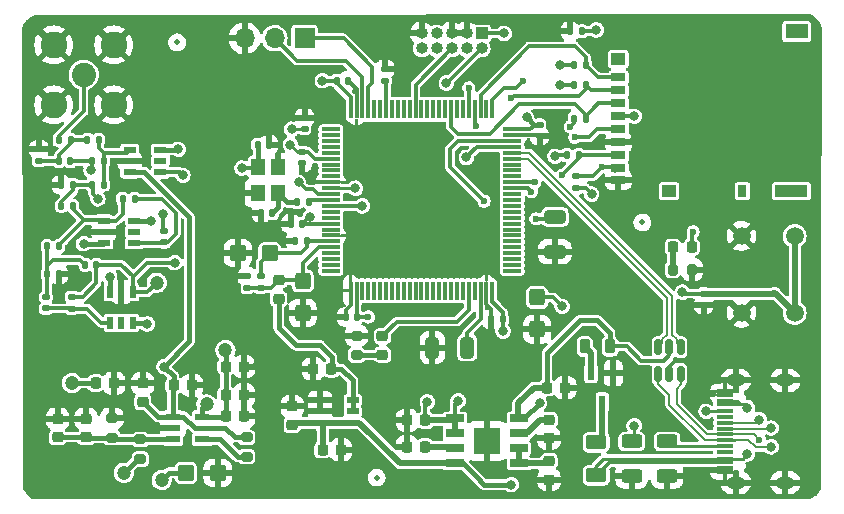
<source format=gbr>
%TF.GenerationSoftware,KiCad,Pcbnew,(5.99.0-8018-g9a0f685a75)*%
%TF.CreationDate,2021-03-05T19:35:09+00:00*%
%TF.ProjectId,CM4,434d342e-6b69-4636-9164-5f7063625858,rev?*%
%TF.SameCoordinates,Original*%
%TF.FileFunction,Copper,L1,Top*%
%TF.FilePolarity,Positive*%
%FSLAX46Y46*%
G04 Gerber Fmt 4.6, Leading zero omitted, Abs format (unit mm)*
G04 Created by KiCad (PCBNEW (5.99.0-8018-g9a0f685a75)) date 2021-03-05 19:35:09*
%MOMM*%
%LPD*%
G01*
G04 APERTURE LIST*
G04 Aperture macros list*
%AMRoundRect*
0 Rectangle with rounded corners*
0 $1 Rounding radius*
0 $2 $3 $4 $5 $6 $7 $8 $9 X,Y pos of 4 corners*
0 Add a 4 corners polygon primitive as box body*
4,1,4,$2,$3,$4,$5,$6,$7,$8,$9,$2,$3,0*
0 Add four circle primitives for the rounded corners*
1,1,$1+$1,$2,$3,0*
1,1,$1+$1,$4,$5,0*
1,1,$1+$1,$6,$7,0*
1,1,$1+$1,$8,$9,0*
0 Add four rect primitives between the rounded corners*
20,1,$1+$1,$2,$3,$4,$5,0*
20,1,$1+$1,$4,$5,$6,$7,0*
20,1,$1+$1,$6,$7,$8,$9,0*
20,1,$1+$1,$8,$9,$2,$3,0*%
G04 Aperture macros list end*
%TA.AperFunction,SMDPad,CuDef*%
%ADD10RoundRect,0.140000X-0.140000X-0.170000X0.140000X-0.170000X0.140000X0.170000X-0.140000X0.170000X0*%
%TD*%
%TA.AperFunction,SMDPad,CuDef*%
%ADD11RoundRect,0.225000X-0.250000X0.225000X-0.250000X-0.225000X0.250000X-0.225000X0.250000X0.225000X0*%
%TD*%
%TA.AperFunction,SMDPad,CuDef*%
%ADD12RoundRect,0.225000X0.250000X-0.225000X0.250000X0.225000X-0.250000X0.225000X-0.250000X-0.225000X0*%
%TD*%
%TA.AperFunction,ComponentPad*%
%ADD13R,1.000000X1.000000*%
%TD*%
%TA.AperFunction,ComponentPad*%
%ADD14O,1.000000X1.000000*%
%TD*%
%TA.AperFunction,SMDPad,CuDef*%
%ADD15R,1.050000X0.550000*%
%TD*%
%TA.AperFunction,SMDPad,CuDef*%
%ADD16RoundRect,0.250000X0.325000X0.650000X-0.325000X0.650000X-0.325000X-0.650000X0.325000X-0.650000X0*%
%TD*%
%TA.AperFunction,SMDPad,CuDef*%
%ADD17RoundRect,0.225000X-0.225000X-0.250000X0.225000X-0.250000X0.225000X0.250000X-0.225000X0.250000X0*%
%TD*%
%TA.AperFunction,SMDPad,CuDef*%
%ADD18RoundRect,0.250000X0.625000X-0.375000X0.625000X0.375000X-0.625000X0.375000X-0.625000X-0.375000X0*%
%TD*%
%TA.AperFunction,SMDPad,CuDef*%
%ADD19RoundRect,0.250000X-0.425000X0.450000X-0.425000X-0.450000X0.425000X-0.450000X0.425000X0.450000X0*%
%TD*%
%TA.AperFunction,SMDPad,CuDef*%
%ADD20RoundRect,0.135000X0.135000X0.185000X-0.135000X0.185000X-0.135000X-0.185000X0.135000X-0.185000X0*%
%TD*%
%TA.AperFunction,SMDPad,CuDef*%
%ADD21RoundRect,0.140000X-0.170000X0.140000X-0.170000X-0.140000X0.170000X-0.140000X0.170000X0.140000X0*%
%TD*%
%TA.AperFunction,SMDPad,CuDef*%
%ADD22RoundRect,0.135000X-0.135000X-0.185000X0.135000X-0.185000X0.135000X0.185000X-0.135000X0.185000X0*%
%TD*%
%TA.AperFunction,SMDPad,CuDef*%
%ADD23RoundRect,0.218750X0.256250X-0.218750X0.256250X0.218750X-0.256250X0.218750X-0.256250X-0.218750X0*%
%TD*%
%TA.AperFunction,SMDPad,CuDef*%
%ADD24RoundRect,0.140000X0.140000X0.170000X-0.140000X0.170000X-0.140000X-0.170000X0.140000X-0.170000X0*%
%TD*%
%TA.AperFunction,SMDPad,CuDef*%
%ADD25R,1.450000X0.300000*%
%TD*%
%TA.AperFunction,ComponentPad*%
%ADD26RoundRect,0.500000X0.300000X0.000000X0.300000X0.000000X-0.300000X0.000000X-0.300000X0.000000X0*%
%TD*%
%TA.AperFunction,SMDPad,CuDef*%
%ADD27RoundRect,0.250000X-0.650000X0.325000X-0.650000X-0.325000X0.650000X-0.325000X0.650000X0.325000X0*%
%TD*%
%TA.AperFunction,ComponentPad*%
%ADD28C,1.500000*%
%TD*%
%TA.AperFunction,SMDPad,CuDef*%
%ADD29RoundRect,0.150000X0.150000X-0.512500X0.150000X0.512500X-0.150000X0.512500X-0.150000X-0.512500X0*%
%TD*%
%TA.AperFunction,SMDPad,CuDef*%
%ADD30C,0.500000*%
%TD*%
%TA.AperFunction,ComponentPad*%
%ADD31C,2.050000*%
%TD*%
%TA.AperFunction,ComponentPad*%
%ADD32C,2.250000*%
%TD*%
%TA.AperFunction,SMDPad,CuDef*%
%ADD33R,1.200000X0.600000*%
%TD*%
%TA.AperFunction,SMDPad,CuDef*%
%ADD34RoundRect,0.218750X-0.218750X-0.256250X0.218750X-0.256250X0.218750X0.256250X-0.218750X0.256250X0*%
%TD*%
%TA.AperFunction,SMDPad,CuDef*%
%ADD35RoundRect,0.250000X-0.450000X-0.425000X0.450000X-0.425000X0.450000X0.425000X-0.450000X0.425000X0*%
%TD*%
%TA.AperFunction,SMDPad,CuDef*%
%ADD36R,1.200000X1.400000*%
%TD*%
%TA.AperFunction,ComponentPad*%
%ADD37R,1.700000X1.700000*%
%TD*%
%TA.AperFunction,ComponentPad*%
%ADD38O,1.700000X1.700000*%
%TD*%
%TA.AperFunction,SMDPad,CuDef*%
%ADD39RoundRect,0.140000X0.170000X-0.140000X0.170000X0.140000X-0.170000X0.140000X-0.170000X-0.140000X0*%
%TD*%
%TA.AperFunction,SMDPad,CuDef*%
%ADD40RoundRect,0.200000X-0.275000X0.200000X-0.275000X-0.200000X0.275000X-0.200000X0.275000X0.200000X0*%
%TD*%
%TA.AperFunction,SMDPad,CuDef*%
%ADD41RoundRect,0.250000X-0.625000X0.312500X-0.625000X-0.312500X0.625000X-0.312500X0.625000X0.312500X0*%
%TD*%
%TA.AperFunction,SMDPad,CuDef*%
%ADD42RoundRect,0.135000X0.185000X-0.135000X0.185000X0.135000X-0.185000X0.135000X-0.185000X-0.135000X0*%
%TD*%
%TA.AperFunction,SMDPad,CuDef*%
%ADD43RoundRect,0.250000X0.450000X0.425000X-0.450000X0.425000X-0.450000X-0.425000X0.450000X-0.425000X0*%
%TD*%
%TA.AperFunction,SMDPad,CuDef*%
%ADD44RoundRect,0.200000X0.200000X0.275000X-0.200000X0.275000X-0.200000X-0.275000X0.200000X-0.275000X0*%
%TD*%
%TA.AperFunction,SMDPad,CuDef*%
%ADD45RoundRect,0.075000X-0.725000X-0.075000X0.725000X-0.075000X0.725000X0.075000X-0.725000X0.075000X0*%
%TD*%
%TA.AperFunction,SMDPad,CuDef*%
%ADD46RoundRect,0.075000X-0.075000X-0.725000X0.075000X-0.725000X0.075000X0.725000X-0.075000X0.725000X0*%
%TD*%
%TA.AperFunction,SMDPad,CuDef*%
%ADD47R,0.600000X1.200000*%
%TD*%
%TA.AperFunction,SMDPad,CuDef*%
%ADD48RoundRect,0.200000X0.275000X-0.200000X0.275000X0.200000X-0.275000X0.200000X-0.275000X-0.200000X0*%
%TD*%
%TA.AperFunction,SMDPad,CuDef*%
%ADD49RoundRect,0.225000X0.225000X0.250000X-0.225000X0.250000X-0.225000X-0.250000X0.225000X-0.250000X0*%
%TD*%
%TA.AperFunction,SMDPad,CuDef*%
%ADD50RoundRect,0.135000X-0.185000X0.135000X-0.185000X-0.135000X0.185000X-0.135000X0.185000X0.135000X0*%
%TD*%
%TA.AperFunction,SMDPad,CuDef*%
%ADD51R,0.550000X1.050000*%
%TD*%
%TA.AperFunction,SMDPad,CuDef*%
%ADD52R,1.200000X0.700000*%
%TD*%
%TA.AperFunction,SMDPad,CuDef*%
%ADD53R,0.800000X1.000000*%
%TD*%
%TA.AperFunction,SMDPad,CuDef*%
%ADD54R,2.800000X1.000000*%
%TD*%
%TA.AperFunction,SMDPad,CuDef*%
%ADD55R,1.900000X1.300000*%
%TD*%
%TA.AperFunction,SMDPad,CuDef*%
%ADD56R,1.200000X1.000000*%
%TD*%
%TA.AperFunction,SMDPad,CuDef*%
%ADD57R,1.525000X0.650000*%
%TD*%
%TA.AperFunction,SMDPad,CuDef*%
%ADD58R,2.290000X2.290000*%
%TD*%
%TA.AperFunction,SMDPad,CuDef*%
%ADD59R,1.000001X0.599999*%
%TD*%
%TA.AperFunction,SMDPad,CuDef*%
%ADD60RoundRect,0.218750X-0.218750X-0.381250X0.218750X-0.381250X0.218750X0.381250X-0.218750X0.381250X0*%
%TD*%
%TA.AperFunction,ViaPad*%
%ADD61C,1.200000*%
%TD*%
%TA.AperFunction,ViaPad*%
%ADD62C,0.800000*%
%TD*%
%TA.AperFunction,ViaPad*%
%ADD63C,0.600000*%
%TD*%
%TA.AperFunction,Conductor*%
%ADD64C,0.400000*%
%TD*%
%TA.AperFunction,Conductor*%
%ADD65C,0.300000*%
%TD*%
%TA.AperFunction,Conductor*%
%ADD66C,0.500000*%
%TD*%
%TA.AperFunction,Conductor*%
%ADD67C,0.250000*%
%TD*%
%TA.AperFunction,Conductor*%
%ADD68C,0.200000*%
%TD*%
G04 APERTURE END LIST*
D10*
%TO.P,C12,1*%
%TO.N,Net-(C12-Pad1)*%
X101720000Y-96600000D03*
%TO.P,C12,2*%
%TO.N,/P_OUT*%
X102680000Y-96600000D03*
%TD*%
D11*
%TO.P,C3,1*%
%TO.N,Net-(C3-Pad1)*%
X141000000Y-109725000D03*
%TO.P,C3,2*%
%TO.N,GND*%
X141000000Y-111275000D03*
%TD*%
D12*
%TO.P,C35,1*%
%TO.N,/Preamp/+IN*%
X101800000Y-111175000D03*
%TO.P,C35,2*%
%TO.N,GND*%
X101800000Y-109625000D03*
%TD*%
D13*
%TO.P,J3,1,Pin_1*%
%TO.N,/+3.3V*%
X135300000Y-77000000D03*
D14*
%TO.P,J3,2,Pin_2*%
%TO.N,/H7MCU/SWDIO*%
X135300000Y-78270000D03*
%TO.P,J3,3,Pin_3*%
%TO.N,GND*%
X134030000Y-77000000D03*
%TO.P,J3,4,Pin_4*%
%TO.N,/H7MCU/SWCLK*%
X134030000Y-78270000D03*
%TO.P,J3,5,Pin_5*%
%TO.N,GND*%
X132760000Y-77000000D03*
%TO.P,J3,6,Pin_6*%
%TO.N,/H7MCU/SWO*%
X132760000Y-78270000D03*
%TO.P,J3,7,Pin_7*%
%TO.N,no_connect_58*%
X131490000Y-77000000D03*
%TO.P,J3,8,Pin_8*%
%TO.N,no_connect_59*%
X131490000Y-78270000D03*
%TO.P,J3,9,Pin_9*%
%TO.N,GND*%
X130220000Y-77000000D03*
%TO.P,J3,10,Pin_10*%
%TO.N,/H7MCU/NRST*%
X130220000Y-78270000D03*
%TD*%
D15*
%TO.P,IC3,1,OUT*%
%TO.N,/Preamp/OUT2*%
X103300000Y-92850000D03*
%TO.P,IC3,2,V-*%
%TO.N,GND*%
X103300000Y-93800000D03*
%TO.P,IC3,3,+IN*%
%TO.N,/Preamp/VREF*%
X103300000Y-94750000D03*
%TO.P,IC3,4,-IN*%
%TO.N,/Preamp/-IN2*%
X105900000Y-94750000D03*
%TO.P,IC3,5,~ENABLE*%
%TO.N,no_connect_54*%
X105900000Y-93800000D03*
%TO.P,IC3,6,V+*%
%TO.N,/+3.3V*%
X105900000Y-92850000D03*
%TD*%
D11*
%TO.P,C5,1*%
%TO.N,Net-(C5-Pad1)*%
X141000000Y-113225000D03*
%TO.P,C5,2*%
%TO.N,GND*%
X141000000Y-114775000D03*
%TD*%
D16*
%TO.P,C15,1*%
%TO.N,Net-(C15-Pad1)*%
X134075000Y-103600000D03*
%TO.P,C15,2*%
%TO.N,GND*%
X131125000Y-103600000D03*
%TD*%
D17*
%TO.P,C39,1*%
%TO.N,/+3.3V*%
X113625000Y-109400000D03*
%TO.P,C39,2*%
%TO.N,GND*%
X115175000Y-109400000D03*
%TD*%
D18*
%TO.P,F1,1*%
%TO.N,VCC*%
X145000000Y-114400000D03*
%TO.P,F1,2*%
%TO.N,Net-(F1-Pad2)*%
X145000000Y-111600000D03*
%TD*%
D17*
%TO.P,C40,1*%
%TO.N,/+3.3V*%
X113625000Y-105200000D03*
%TO.P,C40,2*%
%TO.N,GND*%
X115175000Y-105200000D03*
%TD*%
D19*
%TO.P,C25,1*%
%TO.N,/H7MCU/+3.3VA*%
X120142000Y-97964000D03*
%TO.P,C25,2*%
%TO.N,GND*%
X120142000Y-100664000D03*
%TD*%
D20*
%TO.P,R8,1*%
%TO.N,/Preamp/OUT2*%
X99510000Y-95000000D03*
%TO.P,R8,2*%
%TO.N,Net-(C12-Pad1)*%
X98490000Y-95000000D03*
%TD*%
D21*
%TO.P,C18,1*%
%TO.N,/+3.3V*%
X120100000Y-87020000D03*
%TO.P,C18,2*%
%TO.N,GND*%
X120100000Y-87980000D03*
%TD*%
D22*
%TO.P,R4,1*%
%TO.N,/Preamp/-IN1*%
X102290000Y-87800000D03*
%TO.P,R4,2*%
%TO.N,/Preamp/OUT1*%
X103310000Y-87800000D03*
%TD*%
D17*
%TO.P,C38,1*%
%TO.N,/+3.3V*%
X113625000Y-107600000D03*
%TO.P,C38,2*%
%TO.N,GND*%
X115175000Y-107600000D03*
%TD*%
D10*
%TO.P,C34,1*%
%TO.N,GND*%
X142800000Y-76800000D03*
%TO.P,C34,2*%
%TO.N,/+3.3V*%
X143760000Y-76800000D03*
%TD*%
D23*
%TO.P,D2,1,K*%
%TO.N,Net-(D2-Pad1)*%
X126900000Y-104187500D03*
%TO.P,D2,2,A*%
%TO.N,/H7MCU/LED_STAT*%
X126900000Y-102612500D03*
%TD*%
D21*
%TO.P,C17,1*%
%TO.N,/+3.3V*%
X140200000Y-84720000D03*
%TO.P,C17,2*%
%TO.N,GND*%
X140200000Y-85680000D03*
%TD*%
D17*
%TO.P,C36,1*%
%TO.N,/Preamp/VREF*%
X109225000Y-106800000D03*
%TO.P,C36,2*%
%TO.N,GND*%
X110775000Y-106800000D03*
%TD*%
D20*
%TO.P,R3,1*%
%TO.N,/Preamp/-IN2*%
X105910000Y-91000000D03*
%TO.P,R3,2*%
%TO.N,/Preamp/OUT2*%
X104890000Y-91000000D03*
%TD*%
D19*
%TO.P,C13,1*%
%TO.N,/+3.3V*%
X140000000Y-99350000D03*
%TO.P,C13,2*%
%TO.N,GND*%
X140000000Y-102050000D03*
%TD*%
D24*
%TO.P,C16,1*%
%TO.N,/+3.3V*%
X124780000Y-101000000D03*
%TO.P,C16,2*%
%TO.N,GND*%
X123820000Y-101000000D03*
%TD*%
D25*
%TO.P,J1,A1,GND*%
%TO.N,GND*%
X155900000Y-114100000D03*
%TO.P,J1,A4,VBUS*%
%TO.N,VCC*%
X155900000Y-113300000D03*
%TO.P,J1,A5,CC1*%
%TO.N,Net-(J1-PadA5)*%
X155900000Y-111950000D03*
%TO.P,J1,A6,D+*%
%TO.N,/Power/USB_CONN_D+*%
X155900000Y-110950000D03*
%TO.P,J1,A7,D-*%
%TO.N,/Power/USB_CONN_D-*%
X155900000Y-110450000D03*
%TO.P,J1,A8,SBU1*%
%TO.N,no_connect_56*%
X155900000Y-109450000D03*
%TO.P,J1,A9,VBUS*%
%TO.N,VCC*%
X155900000Y-108100000D03*
%TO.P,J1,A12,GND*%
%TO.N,GND*%
X155900000Y-107300000D03*
%TO.P,J1,B1,GND*%
X155900000Y-107600000D03*
%TO.P,J1,B4,VBUS*%
%TO.N,VCC*%
X155900000Y-108400000D03*
%TO.P,J1,B5,CC2*%
%TO.N,Net-(J1-PadB5)*%
X155900000Y-108950000D03*
%TO.P,J1,B6,D+*%
%TO.N,/Power/USB_CONN_D+*%
X155900000Y-109950000D03*
%TO.P,J1,B7,D-*%
%TO.N,/Power/USB_CONN_D-*%
X155900000Y-111450000D03*
%TO.P,J1,B8,SBU2*%
%TO.N,no_connect_57*%
X155900000Y-112450000D03*
%TO.P,J1,B9,VBUS*%
%TO.N,VCC*%
X155900000Y-113000000D03*
%TO.P,J1,B12,GND*%
%TO.N,GND*%
X155900000Y-113800000D03*
D26*
%TO.P,J1,S1,SHIELD*%
X156820000Y-115020000D03*
X156820000Y-106380000D03*
X161000000Y-115020000D03*
X161000000Y-106380000D03*
%TD*%
D27*
%TO.P,C19,1*%
%TO.N,Net-(C19-Pad1)*%
X141500000Y-92525000D03*
%TO.P,C19,2*%
%TO.N,GND*%
X141500000Y-95475000D03*
%TD*%
D28*
%TO.P,S1,1,1*%
%TO.N,/H7MCU/NRST*%
X161800000Y-100650000D03*
%TO.P,S1,2,2*%
X161800000Y-94150000D03*
%TO.P,S1,3,3*%
%TO.N,GND*%
X157300000Y-94150000D03*
%TO.P,S1,4,4*%
X157300000Y-100650000D03*
%TD*%
D20*
%TO.P,R11,1*%
%TO.N,GND*%
X99510000Y-97400000D03*
%TO.P,R11,2*%
%TO.N,Net-(C12-Pad1)*%
X98490000Y-97400000D03*
%TD*%
%TO.P,R20,1*%
%TO.N,/H7MCU/HSE_OUT*%
X120710000Y-91300000D03*
%TO.P,R20,2*%
%TO.N,Net-(C48-Pad2)*%
X119690000Y-91300000D03*
%TD*%
D29*
%TO.P,U4,1,I/O1*%
%TO.N,/Power/USB_CONN_D-*%
X150250000Y-105837500D03*
%TO.P,U4,2,GND*%
%TO.N,GND*%
X151200000Y-105837500D03*
%TO.P,U4,3,I/O2*%
%TO.N,/Power/USB_CONN_D+*%
X152150000Y-105837500D03*
%TO.P,U4,4,I/O2*%
%TO.N,/USB_D+*%
X152150000Y-103562500D03*
%TO.P,U4,5,VBUS*%
%TO.N,/Power/+5V*%
X151200000Y-103562500D03*
%TO.P,U4,6,I/O1*%
%TO.N,/USB_D-*%
X150250000Y-103562500D03*
%TD*%
D17*
%TO.P,C41,1*%
%TO.N,/+3.3V*%
X102625000Y-106600000D03*
%TO.P,C41,2*%
%TO.N,GND*%
X104175000Y-106600000D03*
%TD*%
%TO.P,C27,1*%
%TO.N,/Power/+5V*%
X121825000Y-112250000D03*
%TO.P,C27,2*%
%TO.N,GND*%
X123375000Y-112250000D03*
%TD*%
D30*
%TO.P,FID3,*%
%TO.N,*%
X148900000Y-93000000D03*
%TD*%
D22*
%TO.P,R7,1*%
%TO.N,Net-(J2-Pad1)*%
X99490000Y-86000000D03*
%TO.P,R7,2*%
%TO.N,Net-(C11-Pad1)*%
X100510000Y-86000000D03*
%TD*%
D31*
%TO.P,J2,1,In*%
%TO.N,Net-(J2-Pad1)*%
X101600000Y-80500000D03*
D32*
%TO.P,J2,2,Ext*%
%TO.N,GND*%
X104140000Y-77960000D03*
X99060000Y-77960000D03*
X99060000Y-83040000D03*
X104140000Y-83040000D03*
%TD*%
D33*
%TO.P,IC6,1,VOUT*%
%TO.N,/Preamp/VREF*%
X109150000Y-109450000D03*
%TO.P,IC6,2,-VS*%
%TO.N,GND*%
X109150000Y-110400000D03*
%TO.P,IC6,3,+IN*%
%TO.N,/Preamp/+IN*%
X109150000Y-111350000D03*
%TO.P,IC6,4,-IN*%
%TO.N,Net-(IC6-Pad4)*%
X111650000Y-111350000D03*
%TO.P,IC6,5,+VS*%
%TO.N,/+3.3V*%
X111650000Y-109450000D03*
%TD*%
D20*
%TO.P,R17,1*%
%TO.N,/H7MCU/SDMMC_D2*%
X144110000Y-79700000D03*
%TO.P,R17,2*%
%TO.N,/+3.3V*%
X143090000Y-79700000D03*
%TD*%
D34*
%TO.P,D3,1,K*%
%TO.N,Net-(D3-Pad1)*%
X151500000Y-95100000D03*
%TO.P,D3,2,A*%
%TO.N,/+3.3V*%
X153075000Y-95100000D03*
%TD*%
D20*
%TO.P,R19,1*%
%TO.N,/H7MCU/SDMMC_D3*%
X144110000Y-81400000D03*
%TO.P,R19,2*%
%TO.N,/+3.3V*%
X143090000Y-81400000D03*
%TD*%
D10*
%TO.P,C10,1*%
%TO.N,Net-(C10-Pad1)*%
X99720000Y-91600000D03*
%TO.P,C10,2*%
%TO.N,/Preamp/OUT2*%
X100680000Y-91600000D03*
%TD*%
D35*
%TO.P,C42,1*%
%TO.N,/+3.3V*%
X110250000Y-114200000D03*
%TO.P,C42,2*%
%TO.N,GND*%
X112950000Y-114200000D03*
%TD*%
D21*
%TO.P,C32,1*%
%TO.N,Net-(C12-Pad1)*%
X98400000Y-99320000D03*
%TO.P,C32,2*%
%TO.N,/Preamp/-IN3*%
X98400000Y-100280000D03*
%TD*%
D10*
%TO.P,C21,1*%
%TO.N,/+3.3V*%
X123020000Y-81000000D03*
%TO.P,C21,2*%
%TO.N,GND*%
X123980000Y-81000000D03*
%TD*%
D36*
%TO.P,Y1,1,1*%
%TO.N,/H7MCU/HSE_IN*%
X116350000Y-88300000D03*
%TO.P,Y1,2,2*%
%TO.N,GND*%
X116350000Y-90500000D03*
%TO.P,Y1,3,3*%
%TO.N,Net-(C48-Pad2)*%
X118050000Y-90500000D03*
%TO.P,Y1,4,4*%
%TO.N,GND*%
X118050000Y-88300000D03*
%TD*%
D20*
%TO.P,R23,1*%
%TO.N,/H7MCU/SDMMC_D0*%
X143510000Y-87300000D03*
%TO.P,R23,2*%
%TO.N,/+3.3V*%
X142490000Y-87300000D03*
%TD*%
D37*
%TO.P,J7,1,Pin_1*%
%TO.N,/H7MCU/USART_RX*%
X120300000Y-77400000D03*
D38*
%TO.P,J7,2,Pin_2*%
%TO.N,/H7MCU/USART_TX*%
X117760000Y-77400000D03*
%TO.P,J7,3,Pin_3*%
%TO.N,GND*%
X115220000Y-77400000D03*
%TD*%
D23*
%TO.P,FB2,1*%
%TO.N,/3.3VREF*%
X118110000Y-99466500D03*
%TO.P,FB2,2*%
%TO.N,/H7MCU/+3.3VA*%
X118110000Y-97891500D03*
%TD*%
D39*
%TO.P,C20,1*%
%TO.N,/+3.3V*%
X120300000Y-85080000D03*
%TO.P,C20,2*%
%TO.N,GND*%
X120300000Y-84120000D03*
%TD*%
D40*
%TO.P,R12,1*%
%TO.N,/Preamp/VREF*%
X115400000Y-111175000D03*
%TO.P,R12,2*%
%TO.N,Net-(IC6-Pad4)*%
X115400000Y-112825000D03*
%TD*%
D41*
%TO.P,R1,1*%
%TO.N,Net-(J1-PadA5)*%
X151000000Y-111537500D03*
%TO.P,R1,2*%
%TO.N,GND*%
X151000000Y-114462500D03*
%TD*%
D12*
%TO.P,C22,1*%
%TO.N,/Power/+5V*%
X119253000Y-110122000D03*
%TO.P,C22,2*%
%TO.N,GND*%
X119253000Y-108572000D03*
%TD*%
D21*
%TO.P,C26,1*%
%TO.N,GND*%
X115443000Y-97564000D03*
%TO.P,C26,2*%
%TO.N,/H7MCU/+3.3VA*%
X115443000Y-98524000D03*
%TD*%
D42*
%TO.P,R27,1*%
%TO.N,/H7MCU/BOOT0*%
X127100000Y-81010000D03*
%TO.P,R27,2*%
%TO.N,GND*%
X127100000Y-79990000D03*
%TD*%
D12*
%TO.P,C37,1*%
%TO.N,/Preamp/VREF*%
X106600000Y-108175000D03*
%TO.P,C37,2*%
%TO.N,GND*%
X106600000Y-106625000D03*
%TD*%
D39*
%TO.P,C50,1*%
%TO.N,GND*%
X154100000Y-99980000D03*
%TO.P,C50,2*%
%TO.N,/H7MCU/NRST*%
X154100000Y-99020000D03*
%TD*%
D41*
%TO.P,R2,1*%
%TO.N,Net-(J1-PadB5)*%
X148000000Y-111537500D03*
%TO.P,R2,2*%
%TO.N,GND*%
X148000000Y-114462500D03*
%TD*%
D10*
%TO.P,C48,1*%
%TO.N,GND*%
X116620000Y-92200000D03*
%TO.P,C48,2*%
%TO.N,Net-(C48-Pad2)*%
X117580000Y-92200000D03*
%TD*%
D43*
%TO.P,C23,1*%
%TO.N,/H7MCU/VREF+*%
X117350000Y-95600000D03*
%TO.P,C23,2*%
%TO.N,GND*%
X114650000Y-95600000D03*
%TD*%
D44*
%TO.P,R28,1*%
%TO.N,GND*%
X153125000Y-97000000D03*
%TO.P,R28,2*%
%TO.N,Net-(D3-Pad1)*%
X151475000Y-97000000D03*
%TD*%
D45*
%TO.P,U2,1,PE2*%
%TO.N,no_connect_60*%
X122525000Y-85100000D03*
%TO.P,U2,2,PE3*%
%TO.N,no_connect_64*%
X122525000Y-85600000D03*
%TO.P,U2,3,PE4*%
%TO.N,no_connect_71*%
X122525000Y-86100000D03*
%TO.P,U2,4,PE5*%
%TO.N,no_connect_82*%
X122525000Y-86600000D03*
%TO.P,U2,5,PE6*%
%TO.N,no_connect_90*%
X122525000Y-87100000D03*
%TO.P,U2,6,VBAT*%
%TO.N,/+3.3V*%
X122525000Y-87600000D03*
%TO.P,U2,7,PC13*%
%TO.N,no_connect_108*%
X122525000Y-88100000D03*
%TO.P,U2,8,PC14*%
%TO.N,no_connect_110*%
X122525000Y-88600000D03*
%TO.P,U2,9,PC15*%
%TO.N,no_connect_118*%
X122525000Y-89100000D03*
%TO.P,U2,10,VSS*%
%TO.N,GND*%
X122525000Y-89600000D03*
%TO.P,U2,11,VDD*%
%TO.N,/+3.3V*%
X122525000Y-90100000D03*
%TO.P,U2,12,PH0*%
%TO.N,/H7MCU/HSE_IN*%
X122525000Y-90600000D03*
%TO.P,U2,13,PH1*%
%TO.N,/H7MCU/HSE_OUT*%
X122525000Y-91100000D03*
%TO.P,U2,14,NRST*%
%TO.N,/H7MCU/NRST*%
X122525000Y-91600000D03*
%TO.P,U2,15,PC0*%
%TO.N,no_connect_61*%
X122525000Y-92100000D03*
%TO.P,U2,16,PC1*%
%TO.N,no_connect_62*%
X122525000Y-92600000D03*
%TO.P,U2,17,PC2_C*%
%TO.N,/P_OUT*%
X122525000Y-93100000D03*
%TO.P,U2,18,PC3_C*%
%TO.N,no_connect_63*%
X122525000Y-93600000D03*
%TO.P,U2,19,VSSA*%
%TO.N,GND*%
X122525000Y-94100000D03*
%TO.P,U2,20,VREF+*%
%TO.N,/H7MCU/VREF+*%
X122525000Y-94600000D03*
%TO.P,U2,21,VDDA*%
%TO.N,/H7MCU/+3.3VA*%
X122525000Y-95100000D03*
%TO.P,U2,22,PA0*%
%TO.N,no_connect_65*%
X122525000Y-95600000D03*
%TO.P,U2,23,PA1*%
%TO.N,no_connect_66*%
X122525000Y-96100000D03*
%TO.P,U2,24,PA2*%
%TO.N,no_connect_67*%
X122525000Y-96600000D03*
%TO.P,U2,25,PA3*%
%TO.N,no_connect_68*%
X122525000Y-97100000D03*
D46*
%TO.P,U2,26,VSS*%
%TO.N,GND*%
X124200000Y-98775000D03*
%TO.P,U2,27,VDD*%
%TO.N,/+3.3V*%
X124700000Y-98775000D03*
%TO.P,U2,28,PA4*%
%TO.N,no_connect_69*%
X125200000Y-98775000D03*
%TO.P,U2,29,PA5*%
%TO.N,no_connect_70*%
X125700000Y-98775000D03*
%TO.P,U2,30,PA6*%
%TO.N,no_connect_72*%
X126200000Y-98775000D03*
%TO.P,U2,31,PA7*%
%TO.N,no_connect_73*%
X126700000Y-98775000D03*
%TO.P,U2,32,PC4*%
%TO.N,no_connect_74*%
X127200000Y-98775000D03*
%TO.P,U2,33,PC5*%
%TO.N,no_connect_75*%
X127700000Y-98775000D03*
%TO.P,U2,34,PB0*%
%TO.N,no_connect_76*%
X128200000Y-98775000D03*
%TO.P,U2,35,PB1*%
%TO.N,no_connect_77*%
X128700000Y-98775000D03*
%TO.P,U2,36,PB2*%
%TO.N,no_connect_78*%
X129200000Y-98775000D03*
%TO.P,U2,37,PE7*%
%TO.N,no_connect_79*%
X129700000Y-98775000D03*
%TO.P,U2,38,PE8*%
%TO.N,no_connect_80*%
X130200000Y-98775000D03*
%TO.P,U2,39,PE9*%
%TO.N,no_connect_81*%
X130700000Y-98775000D03*
%TO.P,U2,40,PE10*%
%TO.N,no_connect_83*%
X131200000Y-98775000D03*
%TO.P,U2,41,PE11*%
%TO.N,no_connect_84*%
X131700000Y-98775000D03*
%TO.P,U2,42,PE12*%
%TO.N,no_connect_85*%
X132200000Y-98775000D03*
%TO.P,U2,43,PE13*%
%TO.N,no_connect_86*%
X132700000Y-98775000D03*
%TO.P,U2,44,PE14*%
%TO.N,no_connect_87*%
X133200000Y-98775000D03*
%TO.P,U2,45,PE15*%
%TO.N,no_connect_88*%
X133700000Y-98775000D03*
%TO.P,U2,46,PB10*%
%TO.N,/H7MCU/LED_STAT*%
X134200000Y-98775000D03*
%TO.P,U2,47,PB11*%
%TO.N,no_connect_89*%
X134700000Y-98775000D03*
%TO.P,U2,48,VCAP1*%
%TO.N,Net-(C15-Pad1)*%
X135200000Y-98775000D03*
%TO.P,U2,49,VSS*%
%TO.N,GND*%
X135700000Y-98775000D03*
%TO.P,U2,50,VDD*%
%TO.N,/+3.3V*%
X136200000Y-98775000D03*
D45*
%TO.P,U2,51,PB12*%
%TO.N,no_connect_91*%
X137875000Y-97100000D03*
%TO.P,U2,52,PB13*%
%TO.N,no_connect_92*%
X137875000Y-96600000D03*
%TO.P,U2,53,PB14*%
%TO.N,no_connect_93*%
X137875000Y-96100000D03*
%TO.P,U2,54,PB15*%
%TO.N,no_connect_94*%
X137875000Y-95600000D03*
%TO.P,U2,55,PD8*%
%TO.N,no_connect_95*%
X137875000Y-95100000D03*
%TO.P,U2,56,PD9*%
%TO.N,no_connect_96*%
X137875000Y-94600000D03*
%TO.P,U2,57,PD10*%
%TO.N,no_connect_97*%
X137875000Y-94100000D03*
%TO.P,U2,58,PD11*%
%TO.N,no_connect_98*%
X137875000Y-93600000D03*
%TO.P,U2,59,PD12*%
%TO.N,no_connect_99*%
X137875000Y-93100000D03*
%TO.P,U2,60,PD13*%
%TO.N,no_connect_100*%
X137875000Y-92600000D03*
%TO.P,U2,61,PD14*%
%TO.N,no_connect_101*%
X137875000Y-92100000D03*
%TO.P,U2,62,PD15*%
%TO.N,no_connect_102*%
X137875000Y-91600000D03*
%TO.P,U2,63,PC6*%
%TO.N,no_connect_103*%
X137875000Y-91100000D03*
%TO.P,U2,64,PC7*%
%TO.N,no_connect_104*%
X137875000Y-90600000D03*
%TO.P,U2,65,PC8*%
%TO.N,/H7MCU/SDMMC_D0*%
X137875000Y-90100000D03*
%TO.P,U2,66,PC9*%
%TO.N,/H7MCU/SDMMC_D1*%
X137875000Y-89600000D03*
%TO.P,U2,67,PA8*%
%TO.N,no_connect_105*%
X137875000Y-89100000D03*
%TO.P,U2,68,PA9*%
%TO.N,no_connect_106*%
X137875000Y-88600000D03*
%TO.P,U2,69,PA10*%
%TO.N,no_connect_107*%
X137875000Y-88100000D03*
%TO.P,U2,70,PA11*%
%TO.N,/USB_D-*%
X137875000Y-87600000D03*
%TO.P,U2,71,PA12*%
%TO.N,/USB_D+*%
X137875000Y-87100000D03*
%TO.P,U2,72,PA13*%
%TO.N,/H7MCU/SWDIO*%
X137875000Y-86600000D03*
%TO.P,U2,73,VCAP2*%
%TO.N,Net-(C19-Pad1)*%
X137875000Y-86100000D03*
%TO.P,U2,74,VSS*%
%TO.N,GND*%
X137875000Y-85600000D03*
%TO.P,U2,75,VDD*%
%TO.N,/+3.3V*%
X137875000Y-85100000D03*
D46*
%TO.P,U2,76,PA14*%
%TO.N,/H7MCU/SWCLK*%
X136200000Y-83425000D03*
%TO.P,U2,77,PA15*%
%TO.N,no_connect_109*%
X135700000Y-83425000D03*
%TO.P,U2,78,PC10*%
%TO.N,/H7MCU/SDMMC_D2*%
X135200000Y-83425000D03*
%TO.P,U2,79,PC11*%
%TO.N,/H7MCU/SDMMC_D3*%
X134700000Y-83425000D03*
%TO.P,U2,80,PC12*%
%TO.N,/H7MCU/SDMMC_CK*%
X134200000Y-83425000D03*
%TO.P,U2,81,PD0*%
%TO.N,no_connect_111*%
X133700000Y-83425000D03*
%TO.P,U2,82,PD1*%
%TO.N,no_connect_112*%
X133200000Y-83425000D03*
%TO.P,U2,83,PD2*%
%TO.N,/H7MCU/SDMMC_CMD*%
X132700000Y-83425000D03*
%TO.P,U2,84,PD3*%
%TO.N,no_connect_113*%
X132200000Y-83425000D03*
%TO.P,U2,85,PD4*%
%TO.N,no_connect_114*%
X131700000Y-83425000D03*
%TO.P,U2,86,PD5*%
%TO.N,no_connect_115*%
X131200000Y-83425000D03*
%TO.P,U2,87,PD6*%
%TO.N,no_connect_116*%
X130700000Y-83425000D03*
%TO.P,U2,88,PD7*%
%TO.N,no_connect_117*%
X130200000Y-83425000D03*
%TO.P,U2,89,PB3*%
%TO.N,/H7MCU/SWO*%
X129700000Y-83425000D03*
%TO.P,U2,90,PB4*%
%TO.N,no_connect_119*%
X129200000Y-83425000D03*
%TO.P,U2,91,PB5*%
%TO.N,no_connect_120*%
X128700000Y-83425000D03*
%TO.P,U2,92,PB6*%
%TO.N,no_connect_121*%
X128200000Y-83425000D03*
%TO.P,U2,93,PB7*%
%TO.N,no_connect_122*%
X127700000Y-83425000D03*
%TO.P,U2,94,BOOT0*%
%TO.N,/H7MCU/BOOT0*%
X127200000Y-83425000D03*
%TO.P,U2,95,PB8*%
%TO.N,no_connect_123*%
X126700000Y-83425000D03*
%TO.P,U2,96,PB9*%
%TO.N,no_connect_124*%
X126200000Y-83425000D03*
%TO.P,U2,97,PE0*%
%TO.N,/H7MCU/USART_RX*%
X125700000Y-83425000D03*
%TO.P,U2,98,PE1*%
%TO.N,/H7MCU/USART_TX*%
X125200000Y-83425000D03*
%TO.P,U2,99,VSS*%
%TO.N,GND*%
X124700000Y-83425000D03*
%TO.P,U2,100,VDD*%
%TO.N,/+3.3V*%
X124200000Y-83425000D03*
%TD*%
D15*
%TO.P,IC2,1,OUT*%
%TO.N,/Preamp/OUT1*%
X105500000Y-86850000D03*
%TO.P,IC2,2,V-*%
%TO.N,GND*%
X105500000Y-87800000D03*
%TO.P,IC2,3,+IN*%
%TO.N,/Preamp/VREF*%
X105500000Y-88750000D03*
%TO.P,IC2,4,-IN*%
%TO.N,/Preamp/-IN1*%
X108100000Y-88750000D03*
%TO.P,IC2,5,~ENABLE*%
%TO.N,no_connect_53*%
X108100000Y-87800000D03*
%TO.P,IC2,6,V+*%
%TO.N,/+3.3V*%
X108100000Y-86850000D03*
%TD*%
D47*
%TO.P,Q1,1*%
%TO.N,GND*%
X146450000Y-105750000D03*
%TO.P,Q1,2*%
%TO.N,Net-(FB1-Pad1)*%
X144550000Y-105750000D03*
%TO.P,Q1,3*%
%TO.N,Net-(F1-Pad2)*%
X145500000Y-108250000D03*
%TD*%
D30*
%TO.P,FID2,*%
%TO.N,*%
X126400000Y-114600000D03*
%TD*%
D48*
%TO.P,R14,1*%
%TO.N,/Preamp/+IN*%
X104000000Y-111225000D03*
%TO.P,R14,2*%
%TO.N,GND*%
X104000000Y-109575000D03*
%TD*%
D12*
%TO.P,C33,1*%
%TO.N,/Preamp/+IN*%
X99400000Y-111175000D03*
%TO.P,C33,2*%
%TO.N,GND*%
X99400000Y-109625000D03*
%TD*%
D10*
%TO.P,C11,1*%
%TO.N,Net-(C11-Pad1)*%
X101920000Y-86000000D03*
%TO.P,C11,2*%
%TO.N,/Preamp/OUT1*%
X102880000Y-86000000D03*
%TD*%
D49*
%TO.P,C28,1*%
%TO.N,/3.3VREF*%
X122575000Y-105400000D03*
%TO.P,C28,2*%
%TO.N,GND*%
X121025000Y-105400000D03*
%TD*%
D50*
%TO.P,R10,1*%
%TO.N,GND*%
X97800000Y-86790000D03*
%TO.P,R10,2*%
%TO.N,Net-(C11-Pad1)*%
X97800000Y-87810000D03*
%TD*%
D20*
%TO.P,R6,1*%
%TO.N,/Preamp/OUT1*%
X103310000Y-89800000D03*
%TO.P,R6,2*%
%TO.N,Net-(C10-Pad1)*%
X102290000Y-89800000D03*
%TD*%
D48*
%TO.P,R13,1*%
%TO.N,/+3.3V*%
X106400000Y-113025000D03*
%TO.P,R13,2*%
%TO.N,/Preamp/+IN*%
X106400000Y-111375000D03*
%TD*%
D51*
%TO.P,IC5,1,OUT*%
%TO.N,/P_OUT*%
X105750000Y-98900000D03*
%TO.P,IC5,2,V-*%
%TO.N,GND*%
X104800000Y-98900000D03*
%TO.P,IC5,3,+IN*%
%TO.N,/Preamp/VREF*%
X103850000Y-98900000D03*
%TO.P,IC5,4,-IN*%
%TO.N,/Preamp/-IN3*%
X103850000Y-101500000D03*
%TO.P,IC5,5,~ENABLE*%
%TO.N,no_connect_55*%
X104800000Y-101500000D03*
%TO.P,IC5,6,V+*%
%TO.N,/+3.3V*%
X105750000Y-101500000D03*
%TD*%
D52*
%TO.P,J4,1,DAT2*%
%TO.N,/H7MCU/SDMMC_D2*%
X146875000Y-80725000D03*
%TO.P,J4,2,DAT3/CD*%
%TO.N,/H7MCU/SDMMC_D3*%
X146875000Y-81825000D03*
%TO.P,J4,3,CMD*%
%TO.N,/H7MCU/SDMMC_CMD*%
X146875000Y-82925000D03*
%TO.P,J4,4,VDD*%
%TO.N,/+3.3V*%
X146875000Y-84025000D03*
%TO.P,J4,5,CLK*%
%TO.N,/H7MCU/SDMMC_CK*%
X146875000Y-85125000D03*
%TO.P,J4,6,VSS*%
%TO.N,GND*%
X146875000Y-86225000D03*
%TO.P,J4,7,DAT0*%
%TO.N,/H7MCU/SDMMC_D0*%
X146875000Y-87325000D03*
%TO.P,J4,8,DAT1*%
%TO.N,/H7MCU/SDMMC_D1*%
X146875000Y-88425000D03*
%TO.P,J4,9,SHIELD*%
%TO.N,GND*%
X146875000Y-89375000D03*
D53*
%TO.P,J4,10*%
%TO.N,N/C*%
X157375000Y-90325000D03*
D54*
%TO.P,J4,11*%
X161525000Y-90325000D03*
D55*
X161975000Y-76825000D03*
D56*
X146875000Y-79175000D03*
X151175000Y-90325000D03*
%TD*%
D10*
%TO.P,C29,1*%
%TO.N,GND*%
X119120000Y-93110000D03*
%TO.P,C29,2*%
%TO.N,/P_OUT*%
X120080000Y-93110000D03*
%TD*%
D21*
%TO.P,C30,1*%
%TO.N,Net-(C10-Pad1)*%
X108400000Y-93720000D03*
%TO.P,C30,2*%
%TO.N,/Preamp/-IN2*%
X108400000Y-94680000D03*
%TD*%
D57*
%TO.P,IC1,1,VOUT*%
%TO.N,/+3.3V*%
X133038000Y-109595000D03*
%TO.P,IC1,2,VOUT_SENSE*%
X133038000Y-110865000D03*
%TO.P,IC1,3,BYP*%
%TO.N,Net-(C4-Pad1)*%
X133038000Y-112135000D03*
%TO.P,IC1,4,EN*%
%TO.N,/Power/+5V*%
X133038000Y-113405000D03*
%TO.P,IC1,5,REF_SENSE*%
%TO.N,Net-(C5-Pad1)*%
X138462000Y-113405000D03*
%TO.P,IC1,6,REF*%
X138462000Y-112135000D03*
%TO.P,IC1,7,VREG*%
%TO.N,Net-(C3-Pad1)*%
X138462000Y-110865000D03*
%TO.P,IC1,8,VIN*%
%TO.N,/Power/+5V*%
X138462000Y-109595000D03*
D58*
%TO.P,IC1,9,EP*%
%TO.N,GND*%
X135750000Y-111500000D03*
%TD*%
D42*
%TO.P,R5,1*%
%TO.N,/Preamp/-IN3*%
X100600000Y-100310000D03*
%TO.P,R5,2*%
%TO.N,/P_OUT*%
X100600000Y-99290000D03*
%TD*%
D30*
%TO.P,FID1,*%
%TO.N,*%
X109500000Y-77750000D03*
%TD*%
D10*
%TO.P,C49,1*%
%TO.N,/H7MCU/HSE_IN*%
X116320000Y-86400000D03*
%TO.P,C49,2*%
%TO.N,GND*%
X117280000Y-86400000D03*
%TD*%
%TO.P,C31,1*%
%TO.N,Net-(C11-Pad1)*%
X99520000Y-87800000D03*
%TO.P,C31,2*%
%TO.N,/Preamp/-IN1*%
X100480000Y-87800000D03*
%TD*%
D49*
%TO.P,C1,1*%
%TO.N,/+3.3V*%
X130525000Y-109750000D03*
%TO.P,C1,2*%
%TO.N,GND*%
X128975000Y-109750000D03*
%TD*%
D22*
%TO.P,R9,1*%
%TO.N,GND*%
X99690000Y-89800000D03*
%TO.P,R9,2*%
%TO.N,Net-(C10-Pad1)*%
X100710000Y-89800000D03*
%TD*%
D24*
%TO.P,C14,1*%
%TO.N,/+3.3V*%
X137080000Y-101200000D03*
%TO.P,C14,2*%
%TO.N,GND*%
X136120000Y-101200000D03*
%TD*%
D20*
%TO.P,R22,1*%
%TO.N,/H7MCU/SDMMC_CMD*%
X144110000Y-84200000D03*
%TO.P,R22,2*%
%TO.N,/+3.3V*%
X143090000Y-84200000D03*
%TD*%
D59*
%TO.P,U3,1,GND_F*%
%TO.N,GND*%
X121624999Y-108049999D03*
%TO.P,U3,2,GND_S*%
X121624999Y-109000000D03*
%TO.P,U3,3,ENABLE*%
%TO.N,/Power/+5V*%
X121624999Y-109949998D03*
%TO.P,U3,4,IN*%
X124374999Y-109949998D03*
%TO.P,U3,5,OUT_S*%
%TO.N,/3.3VREF*%
X124374999Y-109000000D03*
%TO.P,U3,6,OUT_F*%
X124374999Y-108049999D03*
%TD*%
D50*
%TO.P,R24,1*%
%TO.N,/H7MCU/SDMMC_D1*%
X143300000Y-89090000D03*
%TO.P,R24,2*%
%TO.N,/+3.3V*%
X143300000Y-90110000D03*
%TD*%
D49*
%TO.P,C4,1*%
%TO.N,Net-(C4-Pad1)*%
X130525000Y-112000000D03*
%TO.P,C4,2*%
%TO.N,GND*%
X128975000Y-112000000D03*
%TD*%
D60*
%TO.P,FB1,1*%
%TO.N,Net-(FB1-Pad1)*%
X144037500Y-103500000D03*
%TO.P,FB1,2*%
%TO.N,/Power/+5V*%
X146162500Y-103500000D03*
%TD*%
D10*
%TO.P,C24,1*%
%TO.N,GND*%
X119520000Y-94600000D03*
%TO.P,C24,2*%
%TO.N,/H7MCU/VREF+*%
X120480000Y-94600000D03*
%TD*%
D17*
%TO.P,C2,1*%
%TO.N,/Power/+5V*%
X140825000Y-107000000D03*
%TO.P,C2,2*%
%TO.N,GND*%
X142375000Y-107000000D03*
%TD*%
D50*
%TO.P,R18,1*%
%TO.N,/H7MCU/VREF+*%
X116586000Y-97534000D03*
%TO.P,R18,2*%
%TO.N,/H7MCU/+3.3VA*%
X116586000Y-98554000D03*
%TD*%
D48*
%TO.P,R21,1*%
%TO.N,Net-(D2-Pad1)*%
X124700000Y-104225000D03*
%TO.P,R21,2*%
%TO.N,GND*%
X124700000Y-102575000D03*
%TD*%
D61*
%TO.N,GND*%
X110000000Y-82700000D03*
X151000000Y-78300000D03*
X155400000Y-85100000D03*
X106700000Y-77900000D03*
X158700000Y-78400000D03*
D62*
X101600000Y-108400000D03*
D61*
X115900000Y-102200000D03*
X128100000Y-106200000D03*
X112300000Y-85300000D03*
D62*
X106400000Y-105200000D03*
X107800000Y-110400000D03*
D61*
X159400000Y-96700000D03*
X131600000Y-95200000D03*
X112400000Y-77000000D03*
D62*
X116400000Y-105000000D03*
X153700000Y-104800000D03*
D61*
X98600000Y-103700000D03*
D62*
X116600000Y-107400000D03*
X102000000Y-93800000D03*
X104000000Y-108400000D03*
D61*
X144100000Y-97100000D03*
X99700000Y-113900000D03*
X158600000Y-104400000D03*
D62*
X148200000Y-86100000D03*
D61*
X115700000Y-82800000D03*
D62*
X98800000Y-108200000D03*
X97200000Y-85800000D03*
D61*
X127000000Y-95100000D03*
X159700000Y-85100000D03*
X147700000Y-101200000D03*
X137000000Y-106100000D03*
X126400000Y-77100000D03*
D62*
X141500000Y-76900000D03*
D61*
X125900000Y-86600000D03*
X112100000Y-100100000D03*
X107100000Y-83400000D03*
X149400000Y-80900000D03*
D62*
X104000000Y-105200000D03*
X116600000Y-109400000D03*
X100600000Y-98000000D03*
D61*
X117900000Y-114000000D03*
X112300000Y-90200000D03*
D62*
X114600000Y-115200000D03*
%TO.N,Net-(C10-Pad1)*%
X108300000Y-92300000D03*
X102800000Y-91000000D03*
%TO.N,/Power/+5V*%
X137800000Y-115200000D03*
X140200000Y-108300000D03*
%TO.N,/P_OUT*%
X120800000Y-92500000D03*
X109300000Y-96400000D03*
D61*
X107800000Y-98100000D03*
D62*
%TO.N,/+3.3V*%
X145000000Y-76700000D03*
X137200000Y-77000000D03*
X139100000Y-84100000D03*
D63*
X142800000Y-84900000D03*
D62*
X119200000Y-85100000D03*
D61*
X100600000Y-106600000D03*
D62*
X141500000Y-87400000D03*
D61*
X113600000Y-103800000D03*
D63*
X153200000Y-93800000D03*
D62*
X133300000Y-108100000D03*
X142100000Y-100100000D03*
D63*
X125700000Y-101000000D03*
D61*
X112000000Y-108400000D03*
X108200000Y-114800000D03*
D62*
X141900000Y-81400000D03*
X107000000Y-101600000D03*
X124600000Y-90100000D03*
X130700000Y-108200000D03*
X144600000Y-90600000D03*
X137100000Y-102200000D03*
X121800000Y-81000000D03*
X119100000Y-86400000D03*
X141900000Y-79700000D03*
D61*
X105000000Y-114200000D03*
D62*
X109600000Y-86800000D03*
X107300000Y-92900000D03*
X148200000Y-84000000D03*
D63*
%TO.N,Net-(C19-Pad1)*%
X135500000Y-91200000D03*
X139900000Y-92700000D03*
D62*
%TO.N,/Power/USB_CONN_D+*%
X158800000Y-109700000D03*
D63*
X158800000Y-111400000D03*
D62*
%TO.N,/Power/USB_CONN_D-*%
X159800000Y-110400000D03*
X159800000Y-112000000D03*
%TO.N,/H7MCU/HSE_IN*%
X115000000Y-88400000D03*
X119800000Y-89600000D03*
%TO.N,/H7MCU/NRST*%
X152300000Y-98900000D03*
X125200000Y-91600000D03*
%TO.N,VCC*%
X157800000Y-112600000D03*
X157800000Y-108700000D03*
%TO.N,/Preamp/-IN1*%
X102200000Y-88600000D03*
X110000000Y-89000000D03*
%TO.N,/Preamp/VREF*%
X108400000Y-105200000D03*
X101600000Y-94800000D03*
X103800000Y-97600000D03*
%TO.N,Net-(J1-PadB5)*%
X148200000Y-110200000D03*
X154300000Y-109000000D03*
D63*
%TO.N,/H7MCU/SDMMC_CK*%
X143200000Y-85800000D03*
X134200000Y-81600000D03*
%TO.N,/H7MCU/SDMMC_D3*%
X137800000Y-82500000D03*
X134800000Y-84800000D03*
%TO.N,/H7MCU/SWCLK*%
X138800000Y-81000000D03*
D62*
%TO.N,/H7MCU/SWDIO*%
X132300000Y-81200000D03*
X134000000Y-87500000D03*
D63*
%TO.N,/H7MCU/SDMMC_D1*%
X139800000Y-89600000D03*
X145500000Y-88300000D03*
%TO.N,/H7MCU/SDMMC_D0*%
X139500000Y-90400000D03*
X142083365Y-89016635D03*
%TD*%
D64*
%TO.N,GND*%
X148075000Y-86225000D02*
X148200000Y-86100000D01*
D65*
X124200000Y-100000000D02*
X123820000Y-100380000D01*
X124200000Y-98775000D02*
X124200000Y-100000000D01*
X136120000Y-100320000D02*
X136120000Y-101200000D01*
X140120000Y-85600000D02*
X140200000Y-85680000D01*
X151700000Y-104700000D02*
X153600000Y-104700000D01*
X120000000Y-88600000D02*
X120000000Y-88080000D01*
X153600000Y-104700000D02*
X153700000Y-104800000D01*
X151200000Y-105837500D02*
X151200000Y-105200000D01*
D64*
X146875000Y-86225000D02*
X148075000Y-86225000D01*
D65*
X151200000Y-105200000D02*
X151700000Y-104700000D01*
X121000000Y-89600000D02*
X120000000Y-88600000D01*
X123820000Y-100380000D02*
X123820000Y-101000000D01*
X124700000Y-81720000D02*
X123980000Y-81000000D01*
X122525000Y-89600000D02*
X121000000Y-89600000D01*
X120000000Y-88080000D02*
X120100000Y-87980000D01*
X135700000Y-98775000D02*
X135700000Y-99900000D01*
X135700000Y-99900000D02*
X136120000Y-100320000D01*
X124700000Y-83425000D02*
X124700000Y-81720000D01*
X137875000Y-85600000D02*
X140120000Y-85600000D01*
%TO.N,Net-(C15-Pad1)*%
X134075000Y-102325000D02*
X134075000Y-103600000D01*
X135200000Y-101200000D02*
X134075000Y-102325000D01*
X135200000Y-98775000D02*
X135200000Y-101200000D01*
D66*
%TO.N,Net-(C3-Pad1)*%
X140275000Y-109725000D02*
X141000000Y-109725000D01*
X138462000Y-110865000D02*
X139135000Y-110865000D01*
X139135000Y-110865000D02*
X140275000Y-109725000D01*
%TO.N,Net-(C4-Pad1)*%
X130525000Y-112000000D02*
X132903000Y-112000000D01*
X132903000Y-112000000D02*
X133038000Y-112135000D01*
D65*
%TO.N,/Preamp/OUT2*%
X104890000Y-91000000D02*
X104890000Y-92310000D01*
X99510000Y-95000000D02*
X99510000Y-94890000D01*
X104350000Y-92850000D02*
X103300000Y-92850000D01*
X104890000Y-92310000D02*
X104350000Y-92850000D01*
X101600000Y-92800000D02*
X100680000Y-91880000D01*
X103250000Y-92800000D02*
X101600000Y-92800000D01*
X99510000Y-94890000D02*
X101600000Y-92800000D01*
X100680000Y-91880000D02*
X100680000Y-91600000D01*
X103300000Y-92850000D02*
X103250000Y-92800000D01*
%TO.N,Net-(C10-Pad1)*%
X100710000Y-89800000D02*
X100710000Y-90290000D01*
X102800000Y-91000000D02*
X102400000Y-90600000D01*
X100710000Y-89800000D02*
X102290000Y-89800000D01*
X100710000Y-90290000D02*
X99720000Y-91280000D01*
X108300000Y-93620000D02*
X108400000Y-93720000D01*
X102400000Y-89910000D02*
X102290000Y-89800000D01*
X102400000Y-90600000D02*
X102400000Y-89910000D01*
X108300000Y-92300000D02*
X108300000Y-93620000D01*
X99720000Y-91280000D02*
X99720000Y-91600000D01*
%TO.N,/Preamp/OUT1*%
X105240000Y-87110000D02*
X103310000Y-87110000D01*
X105500000Y-86850000D02*
X105240000Y-87110000D01*
X102880000Y-86000000D02*
X102880000Y-86680000D01*
X103310000Y-87800000D02*
X103310000Y-89800000D01*
X103310000Y-87110000D02*
X103310000Y-88000000D01*
X102880000Y-86680000D02*
X103310000Y-87110000D01*
D66*
%TO.N,Net-(C5-Pad1)*%
X138462000Y-112135000D02*
X138462000Y-113405000D01*
X138462000Y-113405000D02*
X140820000Y-113405000D01*
X140820000Y-113405000D02*
X141000000Y-113225000D01*
%TO.N,/Power/+5V*%
X124374999Y-109949998D02*
X124949998Y-109949998D01*
D64*
X138462000Y-109595000D02*
X138905000Y-109595000D01*
X133038000Y-113405000D02*
X133705000Y-113405000D01*
X134800000Y-114500000D02*
X135500000Y-115200000D01*
X140825000Y-104075000D02*
X143600000Y-101300000D01*
X135500000Y-115200000D02*
X137800000Y-115200000D01*
D66*
X139700000Y-107000000D02*
X138400000Y-108300000D01*
X124949998Y-109949998D02*
X128405000Y-113405000D01*
D64*
X146162500Y-102362500D02*
X146162500Y-103500000D01*
D65*
X151200000Y-104200000D02*
X150700000Y-104700000D01*
D64*
X145100000Y-101300000D02*
X146162500Y-102362500D01*
D66*
X128405000Y-113405000D02*
X133038000Y-113405000D01*
D65*
X151200000Y-103562500D02*
X151200000Y-104200000D01*
D64*
X140825000Y-107000000D02*
X140825000Y-104075000D01*
D66*
X140825000Y-107000000D02*
X139700000Y-107000000D01*
D64*
X133705000Y-113405000D02*
X134800000Y-114500000D01*
D66*
X121825000Y-110149999D02*
X121624999Y-109949998D01*
D65*
X148800000Y-104700000D02*
X147600000Y-103500000D01*
D66*
X119425002Y-109949998D02*
X119253000Y-110122000D01*
D64*
X138905000Y-109595000D02*
X140200000Y-108300000D01*
D66*
X121624999Y-109949998D02*
X124374999Y-109949998D01*
D65*
X150700000Y-104700000D02*
X148800000Y-104700000D01*
D66*
X138400000Y-109533000D02*
X138462000Y-109595000D01*
X121624999Y-109949998D02*
X119425002Y-109949998D01*
X121825000Y-112250000D02*
X121825000Y-110149999D01*
D64*
X143600000Y-101300000D02*
X145100000Y-101300000D01*
D65*
X147600000Y-103500000D02*
X146162500Y-103500000D01*
D66*
X138400000Y-108300000D02*
X138400000Y-109533000D01*
D65*
%TO.N,/P_OUT*%
X105750000Y-97550000D02*
X105750000Y-98900000D01*
X107000000Y-96400000D02*
X109300000Y-96400000D01*
X106200000Y-97200000D02*
X107000000Y-96400000D01*
X107000000Y-98900000D02*
X107800000Y-98100000D01*
X102680000Y-96600000D02*
X104800000Y-96600000D01*
X105750000Y-98900000D02*
X105750000Y-97650000D01*
X120690000Y-92500000D02*
X120080000Y-93110000D01*
X101510000Y-99290000D02*
X100600000Y-99290000D01*
X105750000Y-98900000D02*
X107000000Y-98900000D01*
X102680000Y-98120000D02*
X101510000Y-99290000D01*
X122525000Y-93100000D02*
X120089000Y-93100000D01*
X104800000Y-96600000D02*
X105750000Y-97550000D01*
X120089000Y-93100000D02*
X120080000Y-93091000D01*
X120800000Y-92500000D02*
X120690000Y-92500000D01*
X105750000Y-97650000D02*
X106200000Y-97200000D01*
X102680000Y-96600000D02*
X102680000Y-98120000D01*
%TO.N,Net-(C12-Pad1)*%
X98490000Y-99230000D02*
X98400000Y-99320000D01*
X101720000Y-96600000D02*
X101320000Y-96200000D01*
X98490000Y-95000000D02*
X98490000Y-97400000D01*
X99000000Y-96200000D02*
X98490000Y-96710000D01*
X98490000Y-96710000D02*
X98490000Y-97400000D01*
X101320000Y-96200000D02*
X99000000Y-96200000D01*
X98490000Y-97400000D02*
X98490000Y-99230000D01*
%TO.N,/+3.3V*%
X139400000Y-85100000D02*
X139780000Y-84720000D01*
X122525000Y-87600000D02*
X121200000Y-87600000D01*
D67*
X122525000Y-90100000D02*
X124600000Y-90100000D01*
X119220000Y-85080000D02*
X119200000Y-85100000D01*
D66*
X133038000Y-109595000D02*
X133038000Y-110865000D01*
D65*
X133038000Y-108362000D02*
X133300000Y-108100000D01*
D64*
X105950000Y-92900000D02*
X105900000Y-92850000D01*
D65*
X143090000Y-81400000D02*
X141900000Y-81400000D01*
X143090000Y-84200000D02*
X143090000Y-84610000D01*
X124200000Y-83425000D02*
X124200000Y-82400000D01*
X137080000Y-102180000D02*
X137100000Y-102200000D01*
D64*
X108100000Y-86850000D02*
X109550000Y-86850000D01*
D65*
X153075000Y-93925000D02*
X153200000Y-93800000D01*
D67*
X119720000Y-87020000D02*
X119100000Y-86400000D01*
X120100000Y-87020000D02*
X119720000Y-87020000D01*
D65*
X143300000Y-90110000D02*
X144110000Y-90110000D01*
D64*
X106400000Y-113025000D02*
X106175000Y-113025000D01*
D65*
X153075000Y-95100000D02*
X153075000Y-93925000D01*
X146875000Y-84025000D02*
X148175000Y-84025000D01*
X144900000Y-76800000D02*
X145000000Y-76700000D01*
D64*
X111650000Y-109450000D02*
X113575000Y-109450000D01*
D65*
X136200000Y-98775000D02*
X136200000Y-99692880D01*
D66*
X132883000Y-109750000D02*
X133038000Y-109595000D01*
D64*
X113625000Y-107600000D02*
X113625000Y-105200000D01*
D65*
X123020000Y-81220000D02*
X123020000Y-81000000D01*
D64*
X113575000Y-109450000D02*
X113625000Y-109400000D01*
D65*
X139780000Y-84720000D02*
X140200000Y-84720000D01*
X141600000Y-87300000D02*
X141500000Y-87400000D01*
X124700000Y-100920000D02*
X124780000Y-101000000D01*
D64*
X111650000Y-109450000D02*
X111650000Y-108750000D01*
D65*
X130525000Y-109750000D02*
X130525000Y-108375000D01*
X124780000Y-101000000D02*
X125700000Y-101000000D01*
D64*
X110250000Y-114200000D02*
X108800000Y-114200000D01*
D65*
X121200000Y-87600000D02*
X120620000Y-87020000D01*
X137080000Y-101200000D02*
X137080000Y-102180000D01*
X148175000Y-84025000D02*
X148200000Y-84000000D01*
D67*
X120300000Y-85080000D02*
X119220000Y-85080000D01*
D65*
X142100000Y-100100000D02*
X141350000Y-99350000D01*
X130525000Y-108375000D02*
X130700000Y-108200000D01*
D66*
X130525000Y-109750000D02*
X132883000Y-109750000D01*
D65*
X137080000Y-100580000D02*
X137080000Y-101200000D01*
D64*
X140200000Y-84720000D02*
X139720000Y-84720000D01*
D65*
X124200000Y-82400000D02*
X123020000Y-81220000D01*
X143090000Y-79700000D02*
X141900000Y-79700000D01*
X135300000Y-77000000D02*
X137200000Y-77000000D01*
D64*
X139720000Y-84720000D02*
X139100000Y-84100000D01*
D65*
X141350000Y-99350000D02*
X140000000Y-99350000D01*
D64*
X108800000Y-114200000D02*
X108200000Y-114800000D01*
X113625000Y-103825000D02*
X113600000Y-103800000D01*
D65*
X144110000Y-90110000D02*
X144600000Y-90600000D01*
D64*
X106900000Y-101500000D02*
X107000000Y-101600000D01*
D65*
X142490000Y-87300000D02*
X141600000Y-87300000D01*
X143760000Y-76800000D02*
X144900000Y-76800000D01*
D64*
X107300000Y-92900000D02*
X105950000Y-92900000D01*
X102625000Y-106600000D02*
X100600000Y-106600000D01*
X111650000Y-108750000D02*
X112000000Y-108400000D01*
D65*
X136620008Y-100120008D02*
X137080000Y-100580000D01*
D64*
X106175000Y-113025000D02*
X105000000Y-114200000D01*
D65*
X124700000Y-98775000D02*
X124700000Y-100920000D01*
D64*
X113625000Y-109400000D02*
X113625000Y-107600000D01*
D65*
X133038000Y-109595000D02*
X133038000Y-108362000D01*
X136620008Y-100112888D02*
X136620008Y-100120008D01*
X143090000Y-84610000D02*
X142800000Y-84900000D01*
D64*
X113625000Y-105200000D02*
X113625000Y-103825000D01*
D65*
X137875000Y-85100000D02*
X139400000Y-85100000D01*
X123020000Y-81000000D02*
X121800000Y-81000000D01*
D64*
X109550000Y-86850000D02*
X109600000Y-86800000D01*
D65*
X136200000Y-99692880D02*
X136620008Y-100112888D01*
X120620000Y-87020000D02*
X120100000Y-87020000D01*
D64*
X105750000Y-101500000D02*
X106900000Y-101500000D01*
D65*
%TO.N,/H7MCU/VREF+*%
X120000000Y-95600000D02*
X117350000Y-95600000D01*
X116586000Y-96364000D02*
X117350000Y-95600000D01*
X122525000Y-94600000D02*
X120480000Y-94600000D01*
X116586000Y-97534000D02*
X116586000Y-96364000D01*
X120480000Y-94600000D02*
X120480000Y-95120000D01*
X120480000Y-95120000D02*
X120000000Y-95600000D01*
%TO.N,/H7MCU/+3.3VA*%
X116586000Y-98554000D02*
X117447500Y-98554000D01*
X120142000Y-96458000D02*
X120142000Y-97964000D01*
X117447500Y-98554000D02*
X118110000Y-97891500D01*
X116556000Y-98524000D02*
X116586000Y-98554000D01*
X122525000Y-95100000D02*
X121500000Y-95100000D01*
X118110000Y-97891500D02*
X120069500Y-97891500D01*
X115443000Y-98524000D02*
X116556000Y-98524000D01*
X121500000Y-95100000D02*
X120142000Y-96458000D01*
X120069500Y-97891500D02*
X120142000Y-97964000D01*
%TO.N,Net-(C19-Pad1)*%
X133300000Y-86100000D02*
X132600000Y-86800000D01*
X132600000Y-86800000D02*
X132600000Y-88300000D01*
X135500000Y-91200000D02*
X134200000Y-89900000D01*
X141325000Y-92700000D02*
X141500000Y-92525000D01*
X139900000Y-92700000D02*
X141325000Y-92700000D01*
X137875000Y-86100000D02*
X133300000Y-86100000D01*
X132600000Y-88300000D02*
X134200000Y-89900000D01*
D68*
%TO.N,/Power/USB_CONN_D+*%
X152200000Y-106700000D02*
X151800000Y-107100000D01*
X158550000Y-109950000D02*
X158800000Y-109700000D01*
X158350000Y-110950000D02*
X158800000Y-111400000D01*
X155900000Y-109950000D02*
X158550000Y-109950000D01*
X151800000Y-107100000D02*
X151800000Y-108381800D01*
X155900000Y-110950000D02*
X158350000Y-110950000D01*
X152150000Y-105837500D02*
X152200000Y-105887500D01*
X154368200Y-110950000D02*
X155900000Y-110950000D01*
X152200000Y-105887500D02*
X152200000Y-106700000D01*
X151800000Y-108381800D02*
X154368200Y-110950000D01*
%TO.N,/Power/USB_CONN_D-*%
X159800000Y-112000000D02*
X159755947Y-112044053D01*
X155900000Y-111450000D02*
X154231800Y-111450000D01*
X151200000Y-107600000D02*
X150250000Y-106650000D01*
X150250000Y-106650000D02*
X150250000Y-105837500D01*
X159750000Y-110450000D02*
X156769990Y-110450000D01*
X158487999Y-112050001D02*
X157887998Y-111450000D01*
X156749270Y-111499990D02*
X155949990Y-111499990D01*
X154231800Y-111450000D02*
X151200000Y-108418200D01*
X157887998Y-111450000D02*
X155900000Y-111450000D01*
X151200000Y-108418200D02*
X151200000Y-107600000D01*
X159755947Y-112044053D02*
X159117949Y-112044053D01*
X159800000Y-110400000D02*
X159750000Y-110450000D01*
X156769990Y-110450000D02*
X155900000Y-110450000D01*
X155949990Y-111499990D02*
X155900000Y-111450000D01*
X159112001Y-112050001D02*
X158487999Y-112050001D01*
D64*
%TO.N,/H7MCU/HSE_IN*%
X116350000Y-88300000D02*
X116350000Y-86430000D01*
D65*
X121000000Y-90200000D02*
X120400000Y-90200000D01*
D64*
X116350000Y-86430000D02*
X116320000Y-86400000D01*
D65*
X121400000Y-90600000D02*
X121000000Y-90200000D01*
X122525000Y-90600000D02*
X121400000Y-90600000D01*
X115000000Y-88400000D02*
X116250000Y-88400000D01*
X116250000Y-88400000D02*
X116350000Y-88300000D01*
X120400000Y-90200000D02*
X119800000Y-89600000D01*
D66*
%TO.N,/H7MCU/NRST*%
X160000000Y-99000000D02*
X160150000Y-99000000D01*
X161800000Y-94150000D02*
X161800000Y-100650000D01*
D65*
X125200000Y-91600000D02*
X122525000Y-91600000D01*
D66*
X154100000Y-99020000D02*
X159980000Y-99020000D01*
D65*
X152420000Y-99020000D02*
X152300000Y-98900000D01*
D66*
X160150000Y-99000000D02*
X161800000Y-100650000D01*
D65*
X154100000Y-99020000D02*
X152420000Y-99020000D01*
D66*
X159980000Y-99020000D02*
X160000000Y-99000000D01*
D65*
%TO.N,/H7MCU/USART_TX*%
X125200000Y-83425000D02*
X125200000Y-80700000D01*
X125200000Y-80700000D02*
X123800000Y-79300000D01*
X119660000Y-79300000D02*
X117760000Y-77400000D01*
X123800000Y-79300000D02*
X119660000Y-79300000D01*
%TO.N,/H7MCU/USART_RX*%
X126000000Y-81200000D02*
X125700000Y-81500000D01*
X120300000Y-77400000D02*
X123600000Y-77400000D01*
X126000000Y-79800000D02*
X126000000Y-81200000D01*
X125700000Y-81500000D02*
X125700000Y-83425000D01*
X123600000Y-77400000D02*
X126000000Y-79800000D01*
%TO.N,/H7MCU/LED_STAT*%
X133200000Y-101400000D02*
X128112500Y-101400000D01*
X134200000Y-100400000D02*
X133200000Y-101400000D01*
X128112500Y-101400000D02*
X126900000Y-102612500D01*
X134200000Y-98775000D02*
X134200000Y-100400000D01*
D64*
%TO.N,Net-(D2-Pad1)*%
X126862500Y-104225000D02*
X126900000Y-104187500D01*
X124700000Y-104225000D02*
X126862500Y-104225000D01*
D66*
%TO.N,Net-(D3-Pad1)*%
X151500000Y-95100000D02*
X151500000Y-96975000D01*
X151500000Y-96975000D02*
X151475000Y-97000000D01*
%TO.N,Net-(F1-Pad2)*%
X145500000Y-111100000D02*
X145000000Y-111600000D01*
X145500000Y-108250000D02*
X145500000Y-111100000D01*
D67*
%TO.N,VCC*%
X157500000Y-108400000D02*
X157800000Y-108700000D01*
X155900000Y-108100000D02*
X156900000Y-108100000D01*
X155900000Y-113300000D02*
X146100000Y-113300000D01*
X156900000Y-108100000D02*
X157200000Y-108400000D01*
X144900000Y-114300000D02*
X145000000Y-114400000D01*
X157200000Y-108400000D02*
X157500000Y-108400000D01*
X155900000Y-108400000D02*
X157200000Y-108400000D01*
X155900000Y-113000000D02*
X145600000Y-113000000D01*
X144900000Y-113700000D02*
X144900000Y-114300000D01*
X146100000Y-113300000D02*
X145000000Y-114400000D01*
X157400000Y-113000000D02*
X155900000Y-113000000D01*
X145600000Y-113000000D02*
X144900000Y-113700000D01*
X157800000Y-112600000D02*
X157400000Y-113000000D01*
D66*
%TO.N,Net-(FB1-Pad1)*%
X144550000Y-105750000D02*
X144550000Y-104012500D01*
X144550000Y-104012500D02*
X144037500Y-103500000D01*
D65*
%TO.N,/Preamp/-IN2*%
X108200000Y-91000000D02*
X109400000Y-92200000D01*
X105910000Y-91000000D02*
X108200000Y-91000000D01*
X109400000Y-94000000D02*
X108720000Y-94680000D01*
X109400000Y-92200000D02*
X109400000Y-94000000D01*
X108720000Y-94680000D02*
X108400000Y-94680000D01*
X108330000Y-94750000D02*
X108400000Y-94680000D01*
X105900000Y-94750000D02*
X108330000Y-94750000D01*
%TO.N,/Preamp/-IN1*%
X102290000Y-88510000D02*
X102200000Y-88600000D01*
X102290000Y-87800000D02*
X102290000Y-88510000D01*
X100480000Y-87800000D02*
X102290000Y-87800000D01*
X109750000Y-88750000D02*
X108100000Y-88750000D01*
X110000000Y-89000000D02*
X109750000Y-88750000D01*
%TO.N,/Preamp/-IN3*%
X103100000Y-101500000D02*
X103850000Y-101500000D01*
X98400000Y-100280000D02*
X100570000Y-100280000D01*
X100600000Y-100310000D02*
X101910000Y-100310000D01*
X100570000Y-100280000D02*
X100600000Y-100310000D01*
X101910000Y-100310000D02*
X103100000Y-101500000D01*
%TO.N,Net-(C11-Pad1)*%
X100510000Y-86000000D02*
X100510000Y-86290000D01*
X100510000Y-86290000D02*
X99520000Y-87280000D01*
X99520000Y-87280000D02*
X99520000Y-87800000D01*
X97800000Y-87810000D02*
X99510000Y-87810000D01*
X99510000Y-87810000D02*
X99520000Y-87800000D01*
X100510000Y-86000000D02*
X101920000Y-86000000D01*
D64*
%TO.N,/3.3VREF*%
X122600000Y-105375000D02*
X122575000Y-105400000D01*
X119600000Y-103400000D02*
X121600000Y-103400000D01*
X124374999Y-109000000D02*
X124374999Y-108049999D01*
X124374999Y-106374999D02*
X124374999Y-108049999D01*
X118110000Y-99466500D02*
X118110000Y-101910000D01*
X122600000Y-104400000D02*
X122600000Y-105375000D01*
X122575000Y-105400000D02*
X123400000Y-105400000D01*
X121600000Y-103400000D02*
X122600000Y-104400000D01*
X118110000Y-101910000D02*
X119600000Y-103400000D01*
X123400000Y-105400000D02*
X124374999Y-106374999D01*
%TO.N,/Preamp/+IN*%
X106400000Y-111375000D02*
X104150000Y-111375000D01*
X109150000Y-111350000D02*
X106425000Y-111350000D01*
X99400000Y-111175000D02*
X101800000Y-111175000D01*
X101850000Y-111225000D02*
X101800000Y-111175000D01*
X106425000Y-111350000D02*
X106400000Y-111375000D01*
X104000000Y-111225000D02*
X101850000Y-111225000D01*
X104150000Y-111375000D02*
X104000000Y-111225000D01*
%TO.N,/Preamp/VREF*%
X109150000Y-106875000D02*
X109225000Y-106800000D01*
X113600000Y-110400000D02*
X111000000Y-110400000D01*
X107875000Y-109450000D02*
X106600000Y-108175000D01*
X103250000Y-94800000D02*
X103300000Y-94750000D01*
X108400000Y-105200000D02*
X110550010Y-103049990D01*
X114375000Y-111175000D02*
X113600000Y-110400000D01*
X110550010Y-103049990D02*
X110550010Y-92572179D01*
X103800000Y-97600000D02*
X103800000Y-98850000D01*
X106727831Y-88750000D02*
X105500000Y-88750000D01*
X111000000Y-110400000D02*
X110050000Y-109450000D01*
X109150000Y-109450000D02*
X107875000Y-109450000D01*
X103800000Y-98850000D02*
X103850000Y-98900000D01*
X109225000Y-106800000D02*
X109225000Y-106025000D01*
X110050000Y-109450000D02*
X109150000Y-109450000D01*
X115400000Y-111175000D02*
X114375000Y-111175000D01*
X109150000Y-109450000D02*
X109150000Y-106875000D01*
X110550010Y-92572179D02*
X106727831Y-88750000D01*
X109225000Y-106025000D02*
X108400000Y-105200000D01*
X101600000Y-94800000D02*
X103250000Y-94800000D01*
%TO.N,Net-(IC6-Pad4)*%
X114625000Y-112825000D02*
X115400000Y-112825000D01*
X113150000Y-111350000D02*
X114625000Y-112825000D01*
X111650000Y-111350000D02*
X113150000Y-111350000D01*
D67*
%TO.N,Net-(J1-PadA5)*%
X155900000Y-111950000D02*
X151412500Y-111950000D01*
X151412500Y-111950000D02*
X151000000Y-111537500D01*
%TO.N,Net-(J1-PadB5)*%
X148200000Y-110200000D02*
X148200000Y-111337500D01*
X148200000Y-111337500D02*
X148000000Y-111537500D01*
X155900000Y-108950000D02*
X154350000Y-108950000D01*
X154350000Y-108950000D02*
X154300000Y-109000000D01*
D65*
%TO.N,Net-(J2-Pad1)*%
X99490000Y-85710000D02*
X99490000Y-86000000D01*
X101600000Y-83600000D02*
X99490000Y-85710000D01*
X101600000Y-80500000D02*
X101600000Y-83600000D01*
%TO.N,/H7MCU/BOOT0*%
X127100000Y-81010000D02*
X127200000Y-81110000D01*
X127200000Y-81110000D02*
X127200000Y-83425000D01*
%TO.N,/H7MCU/SWO*%
X129700000Y-81330000D02*
X129700000Y-83425000D01*
X132760000Y-78270000D02*
X129700000Y-81330000D01*
%TO.N,/H7MCU/SDMMC_CMD*%
X144010000Y-83810000D02*
X143200000Y-83000000D01*
X132700000Y-84900000D02*
X132700000Y-83425000D01*
X136000000Y-85500000D02*
X133300000Y-85500000D01*
X133300000Y-85500000D02*
X132700000Y-84900000D01*
X138500000Y-83000000D02*
X136000000Y-85500000D01*
X144010000Y-84100000D02*
X144010000Y-83810000D01*
X144975000Y-83135000D02*
X144010000Y-84100000D01*
X143200000Y-83000000D02*
X138500000Y-83000000D01*
X145185000Y-82925000D02*
X144755000Y-83355000D01*
X146875000Y-82925000D02*
X145185000Y-82925000D01*
%TO.N,/H7MCU/SDMMC_CK*%
X145075000Y-85125000D02*
X144400000Y-85800000D01*
X146875000Y-85125000D02*
X145075000Y-85125000D01*
X144400000Y-85800000D02*
X143200000Y-85800000D01*
X134200000Y-81600000D02*
X134200000Y-83425000D01*
%TO.N,/H7MCU/SDMMC_D3*%
X144110000Y-81400000D02*
X144110000Y-81690000D01*
X143500000Y-82300000D02*
X138000000Y-82300000D01*
X134700000Y-84700000D02*
X134700000Y-83425000D01*
X144535000Y-81825000D02*
X144110000Y-81400000D01*
X138000000Y-82300000D02*
X137800000Y-82500000D01*
X144110000Y-81690000D02*
X143500000Y-82300000D01*
X146875000Y-81825000D02*
X144535000Y-81825000D01*
X134800000Y-84800000D02*
X134700000Y-84700000D01*
%TO.N,/H7MCU/SDMMC_D2*%
X139300000Y-78100000D02*
X143200000Y-78100000D01*
X146875000Y-80725000D02*
X145135000Y-80725000D01*
X143200000Y-78100000D02*
X144110000Y-79010000D01*
X144110000Y-79010000D02*
X144110000Y-79700000D01*
X135200000Y-83425000D02*
X135200000Y-82200000D01*
X145135000Y-80725000D02*
X144110000Y-79700000D01*
X135200000Y-82200000D02*
X139300000Y-78100000D01*
%TO.N,/H7MCU/SWCLK*%
X138200000Y-81600000D02*
X138800000Y-81000000D01*
X137225000Y-81600000D02*
X138200000Y-81600000D01*
X136200000Y-82625000D02*
X137225000Y-81600000D01*
X136200000Y-83425000D02*
X136200000Y-82625000D01*
%TO.N,/H7MCU/SWDIO*%
X134900000Y-86600000D02*
X137875000Y-86600000D01*
X132370000Y-81200000D02*
X132300000Y-81200000D01*
X134000000Y-87500000D02*
X134900000Y-86600000D01*
X135300000Y-78270000D02*
X132370000Y-81200000D01*
D68*
%TO.N,/USB_D+*%
X151800010Y-103212510D02*
X151800010Y-102863598D01*
X151800010Y-102863598D02*
X151425000Y-102488588D01*
X152150000Y-103562500D02*
X151800010Y-103212510D01*
X151425000Y-102488588D02*
X151425000Y-99206800D01*
X139318200Y-87100000D02*
X137875000Y-87100000D01*
X151425000Y-99206800D02*
X139318200Y-87100000D01*
%TO.N,/USB_D-*%
X139181800Y-87600000D02*
X137875000Y-87600000D01*
X150975000Y-99393200D02*
X139181800Y-87600000D01*
X150599990Y-103212510D02*
X150599990Y-102863598D01*
X150599990Y-102863598D02*
X150975000Y-102488588D01*
X150975000Y-102488588D02*
X150975000Y-99393200D01*
X150250000Y-103562500D02*
X150599990Y-103212510D01*
D65*
%TO.N,/H7MCU/SDMMC_D1*%
X143410000Y-89100000D02*
X144700000Y-89100000D01*
X145500000Y-88300000D02*
X146750000Y-88300000D01*
X146750000Y-88300000D02*
X146875000Y-88425000D01*
X137875000Y-89600000D02*
X139800000Y-89600000D01*
X144700000Y-89100000D02*
X145500000Y-88300000D01*
X146625010Y-88674990D02*
X146875000Y-88425000D01*
%TO.N,/H7MCU/SDMMC_D0*%
X144300000Y-87300000D02*
X146000000Y-87300000D01*
X146000000Y-87300000D02*
X143510000Y-87300000D01*
X146875000Y-87325000D02*
X146850000Y-87300000D01*
X139200000Y-90100000D02*
X139500000Y-90400000D01*
X146850000Y-87300000D02*
X146000000Y-87300000D01*
X142083365Y-89016635D02*
X143800000Y-87300000D01*
X143800000Y-87300000D02*
X144300000Y-87300000D01*
X137875000Y-90100000D02*
X139200000Y-90100000D01*
%TO.N,/H7MCU/HSE_OUT*%
X122525000Y-91100000D02*
X120910000Y-91100000D01*
X120910000Y-91100000D02*
X120710000Y-91300000D01*
D64*
%TO.N,Net-(C48-Pad2)*%
X118050000Y-90500000D02*
X118050000Y-91730000D01*
X118050000Y-91730000D02*
X117580000Y-92200000D01*
X118850000Y-91300000D02*
X118050000Y-90500000D01*
X119690000Y-91300000D02*
X118850000Y-91300000D01*
%TD*%
%TA.AperFunction,Conductor*%
%TO.N,GND*%
G36*
X163158588Y-75364951D02*
G01*
X163171186Y-75370535D01*
X163177273Y-75373430D01*
X163233664Y-75402126D01*
X163241616Y-75406541D01*
X163400385Y-75502345D01*
X163407985Y-75507313D01*
X163446044Y-75534205D01*
X163453277Y-75539718D01*
X163596602Y-75657366D01*
X163603419Y-75663386D01*
X163637181Y-75695444D01*
X163643546Y-75701941D01*
X163768475Y-75839015D01*
X163774346Y-75845941D01*
X163803172Y-75882561D01*
X163808508Y-75889868D01*
X163912407Y-76043484D01*
X163917217Y-76051180D01*
X163925780Y-76066049D01*
X163940480Y-76091577D01*
X163944725Y-76099605D01*
X164025438Y-76266577D01*
X164029076Y-76274851D01*
X164052455Y-76333713D01*
X164054750Y-76339973D01*
X164066168Y-76373901D01*
X164072749Y-76414173D01*
X164057660Y-98519299D01*
X164048558Y-111852232D01*
X164046063Y-115507013D01*
X164035208Y-115558090D01*
X164030383Y-115568949D01*
X164027420Y-115575154D01*
X163998442Y-115631820D01*
X163993883Y-115639975D01*
X163970176Y-115678912D01*
X163899495Y-115794997D01*
X163894342Y-115802793D01*
X163867352Y-115840511D01*
X163861634Y-115847906D01*
X163745360Y-115987275D01*
X163739112Y-115994223D01*
X163723941Y-116009885D01*
X163712075Y-116022135D01*
X163706838Y-116027541D01*
X163700095Y-116034005D01*
X163602747Y-116120617D01*
X163564501Y-116154645D01*
X163557308Y-116160582D01*
X163520424Y-116188792D01*
X163512830Y-116194166D01*
X163387533Y-116276027D01*
X163360873Y-116293445D01*
X163352864Y-116298263D01*
X163312258Y-116320685D01*
X163303917Y-116324895D01*
X163206053Y-116369817D01*
X163138982Y-116400604D01*
X163130348Y-116404186D01*
X163070675Y-116426384D01*
X163064163Y-116428606D01*
X163026510Y-116440316D01*
X162989092Y-116446000D01*
X97392788Y-116446000D01*
X97341722Y-116435188D01*
X97328815Y-116429466D01*
X97322754Y-116426583D01*
X97266311Y-116397860D01*
X97258423Y-116393481D01*
X97099617Y-116297655D01*
X97092013Y-116292683D01*
X97053968Y-116265802D01*
X97046741Y-116260295D01*
X96903410Y-116142644D01*
X96896598Y-116136627D01*
X96862802Y-116104536D01*
X96856437Y-116098040D01*
X96789982Y-116025124D01*
X96731531Y-115960991D01*
X96725656Y-115954057D01*
X96723186Y-115950919D01*
X96696838Y-115917448D01*
X96691496Y-115910134D01*
X96592906Y-115764366D01*
X96587588Y-115756503D01*
X96582769Y-115748792D01*
X96559531Y-115708439D01*
X96555280Y-115700399D01*
X96542089Y-115673112D01*
X96474570Y-115533440D01*
X96470932Y-115525166D01*
X96447541Y-115466277D01*
X96445235Y-115459983D01*
X96444708Y-115458415D01*
X96433760Y-115425885D01*
X96427179Y-115385728D01*
X96427103Y-115075724D01*
X96426912Y-114289842D01*
X104145208Y-114289842D01*
X104146651Y-114296515D01*
X104146651Y-114296517D01*
X104181969Y-114459865D01*
X104184441Y-114471300D01*
X104187282Y-114477505D01*
X104258624Y-114633329D01*
X104261724Y-114640101D01*
X104265828Y-114645547D01*
X104265829Y-114645549D01*
X104339632Y-114743488D01*
X104373451Y-114788368D01*
X104514411Y-114909185D01*
X104678026Y-114996915D01*
X104684594Y-114998773D01*
X104684595Y-114998774D01*
X104850095Y-115045606D01*
X104850097Y-115045606D01*
X104856662Y-115047464D01*
X104863471Y-115047869D01*
X104863474Y-115047869D01*
X105004791Y-115056264D01*
X105041986Y-115058474D01*
X105225352Y-115029432D01*
X105303582Y-114998774D01*
X105391849Y-114964182D01*
X105391848Y-114964182D01*
X105398203Y-114961692D01*
X105403871Y-114957898D01*
X105403876Y-114957895D01*
X105505531Y-114889842D01*
X107345208Y-114889842D01*
X107346651Y-114896515D01*
X107346651Y-114896517D01*
X107381741Y-115058811D01*
X107384441Y-115071300D01*
X107408001Y-115122759D01*
X107457522Y-115230922D01*
X107461724Y-115240101D01*
X107465828Y-115245547D01*
X107465829Y-115245549D01*
X107497477Y-115287547D01*
X107573451Y-115388368D01*
X107714411Y-115509185D01*
X107878026Y-115596915D01*
X107884594Y-115598773D01*
X107884595Y-115598774D01*
X108050095Y-115645606D01*
X108050097Y-115645606D01*
X108056662Y-115647464D01*
X108063471Y-115647869D01*
X108063474Y-115647869D01*
X108198205Y-115655873D01*
X108241986Y-115658474D01*
X108425352Y-115629432D01*
X108460941Y-115615485D01*
X108579685Y-115568949D01*
X108598203Y-115561692D01*
X108603871Y-115557898D01*
X108603876Y-115557895D01*
X108739250Y-115467269D01*
X108752476Y-115458415D01*
X108880973Y-115324420D01*
X108884680Y-115318348D01*
X108974139Y-115171789D01*
X108977699Y-115165957D01*
X109003824Y-115090086D01*
X109035918Y-114996878D01*
X109035919Y-114996875D01*
X109038141Y-114990421D01*
X109039335Y-114980106D01*
X109054960Y-114845054D01*
X109059479Y-114806000D01*
X109059500Y-114800000D01*
X109058860Y-114794106D01*
X109058964Y-114793524D01*
X109058936Y-114792984D01*
X109059062Y-114792977D01*
X109071389Y-114724224D01*
X109119710Y-114672209D01*
X109184123Y-114654500D01*
X109185484Y-114654500D01*
X109253605Y-114674502D01*
X109300098Y-114728158D01*
X109306693Y-114750643D01*
X109307188Y-114750498D01*
X109309706Y-114759108D01*
X109310979Y-114768000D01*
X109314696Y-114776176D01*
X109314697Y-114776178D01*
X109328257Y-114806000D01*
X109370771Y-114899504D01*
X109376631Y-114906305D01*
X109379113Y-114909185D01*
X109465067Y-115008941D01*
X109586289Y-115087513D01*
X109683207Y-115116498D01*
X109718150Y-115126948D01*
X109718152Y-115126948D01*
X109724691Y-115128904D01*
X109732712Y-115129500D01*
X110734914Y-115129500D01*
X110781985Y-115122759D01*
X110834107Y-115115295D01*
X110834110Y-115115294D01*
X110843000Y-115114021D01*
X110851176Y-115110304D01*
X110851178Y-115110303D01*
X110905556Y-115085578D01*
X110974504Y-115054229D01*
X111083941Y-114959933D01*
X111162513Y-114838711D01*
X111193644Y-114734615D01*
X111201948Y-114706850D01*
X111201948Y-114706848D01*
X111203904Y-114700309D01*
X111204500Y-114692288D01*
X111204500Y-114467548D01*
X111742000Y-114467548D01*
X111742000Y-114664223D01*
X111742424Y-114671524D01*
X111756617Y-114793255D01*
X111759963Y-114807410D01*
X111815263Y-114959761D01*
X111821773Y-114972760D01*
X111910641Y-115108306D01*
X111919965Y-115119458D01*
X112037629Y-115230922D01*
X112049276Y-115239635D01*
X112189429Y-115321043D01*
X112202754Y-115326837D01*
X112358700Y-115374068D01*
X112371323Y-115376516D01*
X112441184Y-115382751D01*
X112446779Y-115383000D01*
X112677885Y-115383000D01*
X112693124Y-115378525D01*
X112694329Y-115377135D01*
X112696000Y-115369452D01*
X112696000Y-114472115D01*
X112694659Y-114467548D01*
X113204000Y-114467548D01*
X113204000Y-115364885D01*
X113208475Y-115380124D01*
X113209865Y-115381329D01*
X113217548Y-115383000D01*
X113439223Y-115383000D01*
X113446524Y-115382576D01*
X113568255Y-115368383D01*
X113582410Y-115365037D01*
X113734761Y-115309737D01*
X113747760Y-115303227D01*
X113883306Y-115214359D01*
X113894458Y-115205035D01*
X114005922Y-115087371D01*
X114014635Y-115075724D01*
X114096043Y-114935571D01*
X114101837Y-114922246D01*
X114149068Y-114766300D01*
X114151516Y-114753677D01*
X114157751Y-114683816D01*
X114157849Y-114681594D01*
X125648919Y-114681594D01*
X125650548Y-114688735D01*
X125650548Y-114688736D01*
X125665653Y-114754955D01*
X125687834Y-114852191D01*
X125691058Y-114858758D01*
X125691059Y-114858760D01*
X125724160Y-114926177D01*
X125764952Y-115009261D01*
X125769602Y-115014912D01*
X125769604Y-115014915D01*
X125810512Y-115064628D01*
X125876135Y-115144376D01*
X125912185Y-115171789D01*
X126009591Y-115245860D01*
X126009595Y-115245863D01*
X126015419Y-115250291D01*
X126022107Y-115253262D01*
X126022111Y-115253264D01*
X126076011Y-115277205D01*
X126175333Y-115321322D01*
X126182528Y-115322675D01*
X126306076Y-115345908D01*
X126347299Y-115353660D01*
X126354606Y-115353322D01*
X126354609Y-115353322D01*
X126514776Y-115345908D01*
X126514779Y-115345908D01*
X126522092Y-115345569D01*
X126529130Y-115343557D01*
X126529133Y-115343557D01*
X126683293Y-115299498D01*
X126683296Y-115299497D01*
X126690335Y-115297485D01*
X126792830Y-115240085D01*
X126836612Y-115215566D01*
X126836614Y-115215565D01*
X126843004Y-115211986D01*
X126940208Y-115122759D01*
X126966520Y-115098607D01*
X126966521Y-115098605D01*
X126971910Y-115093659D01*
X126991603Y-115064628D01*
X127066029Y-114954907D01*
X127070137Y-114948851D01*
X127132416Y-114785330D01*
X127135200Y-114764329D01*
X127145219Y-114688736D01*
X127155407Y-114611867D01*
X127155500Y-114600000D01*
X127140495Y-114471300D01*
X127136085Y-114433469D01*
X127136085Y-114433467D01*
X127135237Y-114426197D01*
X127121190Y-114387496D01*
X127078031Y-114268597D01*
X127075534Y-114261718D01*
X127067852Y-114250000D01*
X127017601Y-114173356D01*
X126979593Y-114115385D01*
X126852562Y-113995047D01*
X126846235Y-113991372D01*
X126846231Y-113991369D01*
X126723719Y-113920209D01*
X126701255Y-113907161D01*
X126694251Y-113905040D01*
X126694247Y-113905038D01*
X126540801Y-113858564D01*
X126533788Y-113856440D01*
X126526478Y-113855987D01*
X126526475Y-113855986D01*
X126458739Y-113851784D01*
X126359143Y-113845606D01*
X126351927Y-113846846D01*
X126351925Y-113846846D01*
X126296091Y-113856440D01*
X126186691Y-113875238D01*
X126179957Y-113878104D01*
X126179955Y-113878104D01*
X126032418Y-113940882D01*
X126032416Y-113940883D01*
X126025681Y-113943749D01*
X125884750Y-114047462D01*
X125771459Y-114180815D01*
X125757949Y-114207272D01*
X125695541Y-114329491D01*
X125691883Y-114336654D01*
X125690144Y-114343759D01*
X125690143Y-114343763D01*
X125680386Y-114383638D01*
X125650293Y-114506619D01*
X125650236Y-114513938D01*
X125650235Y-114513942D01*
X125650013Y-114542299D01*
X125648919Y-114681594D01*
X114157849Y-114681594D01*
X114158000Y-114678221D01*
X114158000Y-114472115D01*
X114153525Y-114456876D01*
X114152135Y-114455671D01*
X114144452Y-114454000D01*
X113222115Y-114454000D01*
X113206876Y-114458475D01*
X113205671Y-114459865D01*
X113204000Y-114467548D01*
X112694659Y-114467548D01*
X112691525Y-114456876D01*
X112690135Y-114455671D01*
X112682452Y-114454000D01*
X111760115Y-114454000D01*
X111744876Y-114458475D01*
X111743671Y-114459865D01*
X111742000Y-114467548D01*
X111204500Y-114467548D01*
X111204500Y-113740086D01*
X111201879Y-113721779D01*
X111742000Y-113721779D01*
X111742000Y-113927885D01*
X111746475Y-113943124D01*
X111747865Y-113944329D01*
X111755548Y-113946000D01*
X112677885Y-113946000D01*
X112693124Y-113941525D01*
X112694329Y-113940135D01*
X112696000Y-113932452D01*
X112696000Y-113035115D01*
X112694659Y-113030548D01*
X113204000Y-113030548D01*
X113204000Y-113927885D01*
X113208475Y-113943124D01*
X113209865Y-113944329D01*
X113217548Y-113946000D01*
X114139885Y-113946000D01*
X114155124Y-113941525D01*
X114156329Y-113940135D01*
X114158000Y-113932452D01*
X114158000Y-113735777D01*
X114157576Y-113728476D01*
X114143383Y-113606745D01*
X114140037Y-113592590D01*
X114084737Y-113440239D01*
X114078227Y-113427240D01*
X113989359Y-113291694D01*
X113980035Y-113280542D01*
X113862371Y-113169078D01*
X113850724Y-113160365D01*
X113710571Y-113078957D01*
X113697246Y-113073163D01*
X113541300Y-113025932D01*
X113528677Y-113023484D01*
X113458816Y-113017249D01*
X113453221Y-113017000D01*
X113222115Y-113017000D01*
X113206876Y-113021475D01*
X113205671Y-113022865D01*
X113204000Y-113030548D01*
X112694659Y-113030548D01*
X112691525Y-113019876D01*
X112690135Y-113018671D01*
X112682452Y-113017000D01*
X112460777Y-113017000D01*
X112453476Y-113017424D01*
X112331745Y-113031617D01*
X112317590Y-113034963D01*
X112165239Y-113090263D01*
X112152240Y-113096773D01*
X112016694Y-113185641D01*
X112005542Y-113194965D01*
X111894078Y-113312629D01*
X111885365Y-113324276D01*
X111803957Y-113464429D01*
X111798163Y-113477754D01*
X111750932Y-113633700D01*
X111748484Y-113646323D01*
X111742249Y-113716184D01*
X111742000Y-113721779D01*
X111201879Y-113721779D01*
X111196203Y-113682148D01*
X111190295Y-113640893D01*
X111190294Y-113640890D01*
X111189021Y-113632000D01*
X111180245Y-113612697D01*
X111141804Y-113528153D01*
X111129229Y-113500496D01*
X111034933Y-113391059D01*
X110913711Y-113312487D01*
X110806894Y-113280542D01*
X110781850Y-113273052D01*
X110781848Y-113273052D01*
X110775309Y-113271096D01*
X110767288Y-113270500D01*
X109765086Y-113270500D01*
X109724160Y-113276361D01*
X109665893Y-113284705D01*
X109665890Y-113284706D01*
X109657000Y-113285979D01*
X109648824Y-113289696D01*
X109648822Y-113289697D01*
X109605992Y-113309171D01*
X109525496Y-113345771D01*
X109416059Y-113440067D01*
X109337487Y-113561289D01*
X109322664Y-113610855D01*
X109309281Y-113655603D01*
X109270599Y-113715136D01*
X109205872Y-113744306D01*
X109188564Y-113745500D01*
X108833319Y-113745500D01*
X108818510Y-113744627D01*
X108794919Y-113741835D01*
X108785566Y-113740728D01*
X108776301Y-113742420D01*
X108776300Y-113742420D01*
X108727368Y-113751356D01*
X108723465Y-113752006D01*
X108674200Y-113759413D01*
X108664888Y-113760813D01*
X108658322Y-113763966D01*
X108651159Y-113765274D01*
X108616548Y-113783253D01*
X108598646Y-113792552D01*
X108595108Y-113794320D01*
X108550214Y-113815878D01*
X108550211Y-113815880D01*
X108541723Y-113819956D01*
X108536432Y-113824848D01*
X108536283Y-113824948D01*
X108529912Y-113828257D01*
X108523545Y-113833695D01*
X108484781Y-113872459D01*
X108481216Y-113875888D01*
X108441392Y-113912701D01*
X108441275Y-113912574D01*
X108387646Y-113950040D01*
X108326932Y-113954911D01*
X108263014Y-113944329D01*
X108254715Y-113942955D01*
X108254714Y-113942955D01*
X108247979Y-113941840D01*
X108241162Y-113942197D01*
X108241158Y-113942197D01*
X108084627Y-113950401D01*
X108062582Y-113951556D01*
X108056008Y-113953367D01*
X108056007Y-113953367D01*
X107929210Y-113988293D01*
X107883597Y-114000857D01*
X107719374Y-114087442D01*
X107577574Y-114207272D01*
X107573427Y-114212696D01*
X107573426Y-114212697D01*
X107468958Y-114349335D01*
X107468955Y-114349339D01*
X107464814Y-114354756D01*
X107386355Y-114523013D01*
X107345856Y-114704192D01*
X107345832Y-114711021D01*
X107345832Y-114711022D01*
X107345683Y-114753677D01*
X107345208Y-114889842D01*
X105505531Y-114889842D01*
X105526402Y-114875870D01*
X105552476Y-114858415D01*
X105680973Y-114724420D01*
X105684788Y-114718171D01*
X105774139Y-114571789D01*
X105777699Y-114565957D01*
X105794615Y-114516829D01*
X105835918Y-114396878D01*
X105835919Y-114396875D01*
X105838141Y-114390421D01*
X105841553Y-114360937D01*
X105859075Y-114209491D01*
X105859479Y-114206000D01*
X105859500Y-114200000D01*
X105851899Y-114130027D01*
X105844782Y-114064512D01*
X105857310Y-113994630D01*
X105880950Y-113961810D01*
X106126355Y-113716405D01*
X106188667Y-113682379D01*
X106215450Y-113679500D01*
X106708257Y-113679500D01*
X106712904Y-113678801D01*
X106712909Y-113678801D01*
X106800802Y-113665587D01*
X106800805Y-113665586D01*
X106810111Y-113664187D01*
X106933277Y-113605044D01*
X106943309Y-113595771D01*
X107026694Y-113518690D01*
X107033608Y-113512299D01*
X107102232Y-113394153D01*
X107121205Y-113312299D01*
X107127879Y-113283509D01*
X107127879Y-113283506D01*
X107129500Y-113276514D01*
X107129500Y-112791743D01*
X107126756Y-112773486D01*
X107115587Y-112699200D01*
X107115587Y-112699199D01*
X107114187Y-112689889D01*
X107055044Y-112566724D01*
X106962299Y-112466392D01*
X106954155Y-112461662D01*
X106954153Y-112461660D01*
X106855745Y-112404501D01*
X106844153Y-112397768D01*
X106779673Y-112382822D01*
X106733509Y-112372121D01*
X106733506Y-112372121D01*
X106726514Y-112370500D01*
X106091743Y-112370500D01*
X106087096Y-112371199D01*
X106087091Y-112371199D01*
X105999198Y-112384413D01*
X105999195Y-112384414D01*
X105989889Y-112385813D01*
X105950971Y-112404501D01*
X105911714Y-112423352D01*
X105866723Y-112444956D01*
X105859809Y-112451348D01*
X105859808Y-112451348D01*
X105827298Y-112481400D01*
X105766392Y-112537701D01*
X105697768Y-112655847D01*
X105689391Y-112691988D01*
X105675281Y-112752862D01*
X105670500Y-112773486D01*
X105670500Y-112834549D01*
X105650498Y-112902670D01*
X105633596Y-112923644D01*
X105431485Y-113125756D01*
X105237410Y-113319831D01*
X105175097Y-113353856D01*
X105127737Y-113355044D01*
X105070825Y-113345622D01*
X105054715Y-113342955D01*
X105054714Y-113342955D01*
X105047979Y-113341840D01*
X105041162Y-113342197D01*
X105041158Y-113342197D01*
X104884627Y-113350401D01*
X104862582Y-113351556D01*
X104856008Y-113353367D01*
X104856007Y-113353367D01*
X104755211Y-113381131D01*
X104683597Y-113400857D01*
X104519374Y-113487442D01*
X104377574Y-113607272D01*
X104373427Y-113612696D01*
X104373426Y-113612697D01*
X104268958Y-113749335D01*
X104268955Y-113749339D01*
X104264814Y-113754756D01*
X104186355Y-113923013D01*
X104145856Y-114104192D01*
X104145832Y-114111021D01*
X104145832Y-114111022D01*
X104145779Y-114126205D01*
X104145208Y-114289842D01*
X96426912Y-114289842D01*
X96425707Y-109346780D01*
X98417000Y-109346780D01*
X98417000Y-109352885D01*
X98421475Y-109368124D01*
X98422865Y-109369329D01*
X98430548Y-109371000D01*
X99127885Y-109371001D01*
X99143124Y-109366526D01*
X99144329Y-109365136D01*
X99146000Y-109357453D01*
X99146000Y-109352885D01*
X99653999Y-109352885D01*
X99658474Y-109368124D01*
X99659864Y-109369329D01*
X99667547Y-109371000D01*
X100364885Y-109371001D01*
X100380124Y-109366526D01*
X100381329Y-109365136D01*
X100382847Y-109358154D01*
X100382575Y-109353474D01*
X100381795Y-109346780D01*
X100817000Y-109346780D01*
X100817000Y-109352885D01*
X100821475Y-109368124D01*
X100822865Y-109369329D01*
X100830548Y-109371000D01*
X101527885Y-109371001D01*
X101543124Y-109366526D01*
X101544329Y-109365136D01*
X101546000Y-109357453D01*
X101546001Y-108685115D01*
X101541526Y-108669876D01*
X101540136Y-108668671D01*
X101532453Y-108667000D01*
X101510778Y-108667000D01*
X101503474Y-108667425D01*
X101387496Y-108680946D01*
X101373343Y-108684291D01*
X101226433Y-108737617D01*
X101213434Y-108744127D01*
X101082730Y-108829820D01*
X101071578Y-108839144D01*
X100964094Y-108952607D01*
X100955383Y-108964252D01*
X100876887Y-109099393D01*
X100871087Y-109112731D01*
X100825539Y-109263120D01*
X100823089Y-109275752D01*
X100817249Y-109341185D01*
X100817000Y-109346780D01*
X100381795Y-109346780D01*
X100369054Y-109237496D01*
X100365709Y-109223343D01*
X100312383Y-109076433D01*
X100305873Y-109063434D01*
X100220180Y-108932730D01*
X100210856Y-108921578D01*
X100097393Y-108814094D01*
X100085748Y-108805383D01*
X99950607Y-108726887D01*
X99937269Y-108721087D01*
X99786880Y-108675539D01*
X99774248Y-108673089D01*
X99708815Y-108667249D01*
X99703220Y-108667000D01*
X99672115Y-108667000D01*
X99656876Y-108671475D01*
X99655671Y-108672865D01*
X99654000Y-108680548D01*
X99653999Y-109352885D01*
X99146000Y-109352885D01*
X99146001Y-108685115D01*
X99141526Y-108669876D01*
X99140136Y-108668671D01*
X99132453Y-108667000D01*
X99110778Y-108667000D01*
X99103474Y-108667425D01*
X98987496Y-108680946D01*
X98973343Y-108684291D01*
X98826433Y-108737617D01*
X98813434Y-108744127D01*
X98682730Y-108829820D01*
X98671578Y-108839144D01*
X98564094Y-108952607D01*
X98555383Y-108964252D01*
X98476887Y-109099393D01*
X98471087Y-109112731D01*
X98425539Y-109263120D01*
X98423089Y-109275752D01*
X98417249Y-109341185D01*
X98417000Y-109346780D01*
X96425707Y-109346780D01*
X96425683Y-109249724D01*
X96425060Y-106689842D01*
X99745208Y-106689842D01*
X99746651Y-106696515D01*
X99746651Y-106696517D01*
X99782832Y-106863856D01*
X99784441Y-106871300D01*
X99861724Y-107040101D01*
X99865828Y-107045547D01*
X99865829Y-107045549D01*
X99918052Y-107114851D01*
X99973451Y-107188368D01*
X100114411Y-107309185D01*
X100278026Y-107396915D01*
X100284594Y-107398773D01*
X100284595Y-107398774D01*
X100450095Y-107445606D01*
X100450097Y-107445606D01*
X100456662Y-107447464D01*
X100463471Y-107447869D01*
X100463474Y-107447869D01*
X100604791Y-107456264D01*
X100641986Y-107458474D01*
X100825352Y-107429432D01*
X100835909Y-107425295D01*
X100964123Y-107375048D01*
X100998203Y-107361692D01*
X101003871Y-107357898D01*
X101003876Y-107357895D01*
X101105567Y-107289818D01*
X101152476Y-107258415D01*
X101280973Y-107124420D01*
X101284524Y-107118602D01*
X101284532Y-107118592D01*
X101286815Y-107114851D01*
X101339380Y-107067128D01*
X101394361Y-107054500D01*
X101888205Y-107054500D01*
X101956326Y-107074502D01*
X101991041Y-107109295D01*
X101991832Y-107111034D01*
X102081502Y-107215101D01*
X102196775Y-107289818D01*
X102205372Y-107292389D01*
X102205374Y-107292390D01*
X102312202Y-107324338D01*
X102328386Y-107329178D01*
X102332719Y-107329500D01*
X102884914Y-107329500D01*
X102924482Y-107323833D01*
X102977090Y-107316300D01*
X102977093Y-107316299D01*
X102985983Y-107315026D01*
X102994159Y-107311309D01*
X102994161Y-107311308D01*
X103102862Y-107261884D01*
X103102864Y-107261883D01*
X103111034Y-107258168D01*
X103119878Y-107250548D01*
X103149185Y-107225295D01*
X103213848Y-107195981D01*
X103284093Y-107206280D01*
X103336805Y-107251662D01*
X103379823Y-107317274D01*
X103389144Y-107328422D01*
X103502607Y-107435906D01*
X103514252Y-107444617D01*
X103649393Y-107523113D01*
X103662731Y-107528913D01*
X103813120Y-107574461D01*
X103825752Y-107576911D01*
X103891185Y-107582751D01*
X103896780Y-107583000D01*
X103902885Y-107583000D01*
X103918124Y-107578525D01*
X103919329Y-107577135D01*
X103921000Y-107569452D01*
X103921000Y-106867548D01*
X104429000Y-106867548D01*
X104429000Y-107564885D01*
X104433475Y-107580124D01*
X104434865Y-107581329D01*
X104441847Y-107582847D01*
X104446527Y-107582575D01*
X104562505Y-107569054D01*
X104576657Y-107565709D01*
X104723567Y-107512383D01*
X104736566Y-107505873D01*
X104867270Y-107420180D01*
X104878422Y-107410856D01*
X104985906Y-107297393D01*
X104994617Y-107285748D01*
X105073113Y-107150607D01*
X105078913Y-107137269D01*
X105124461Y-106986880D01*
X105126911Y-106974248D01*
X105132751Y-106908815D01*
X105133000Y-106903220D01*
X105133000Y-106872115D01*
X105128525Y-106856876D01*
X105127135Y-106855671D01*
X105119452Y-106854000D01*
X104447115Y-106854000D01*
X104431876Y-106858475D01*
X104430671Y-106859865D01*
X104429000Y-106867548D01*
X103921000Y-106867548D01*
X103921000Y-106346775D01*
X105617000Y-106346775D01*
X105617000Y-106352885D01*
X105621475Y-106368124D01*
X105622865Y-106369329D01*
X105630548Y-106371000D01*
X106327885Y-106371001D01*
X106343124Y-106366526D01*
X106344329Y-106365136D01*
X106346000Y-106357453D01*
X106346000Y-106352885D01*
X106853999Y-106352885D01*
X106858474Y-106368124D01*
X106859864Y-106369329D01*
X106867547Y-106371000D01*
X107564885Y-106371001D01*
X107580124Y-106366526D01*
X107581329Y-106365136D01*
X107582847Y-106358154D01*
X107582575Y-106353474D01*
X107569054Y-106237496D01*
X107565709Y-106223343D01*
X107512383Y-106076433D01*
X107505873Y-106063434D01*
X107420180Y-105932730D01*
X107410856Y-105921578D01*
X107297393Y-105814094D01*
X107285748Y-105805383D01*
X107150607Y-105726887D01*
X107137269Y-105721087D01*
X106986880Y-105675539D01*
X106974248Y-105673089D01*
X106908815Y-105667249D01*
X106903220Y-105667000D01*
X106872115Y-105667000D01*
X106856876Y-105671475D01*
X106855671Y-105672865D01*
X106854000Y-105680548D01*
X106853999Y-106352885D01*
X106346000Y-106352885D01*
X106346001Y-105685115D01*
X106341526Y-105669876D01*
X106340136Y-105668671D01*
X106332453Y-105667000D01*
X106310778Y-105667000D01*
X106303474Y-105667425D01*
X106187496Y-105680946D01*
X106173343Y-105684291D01*
X106026433Y-105737617D01*
X106013434Y-105744127D01*
X105882730Y-105829820D01*
X105871578Y-105839144D01*
X105764094Y-105952607D01*
X105755383Y-105964252D01*
X105676887Y-106099393D01*
X105671087Y-106112731D01*
X105625539Y-106263120D01*
X105623089Y-106275752D01*
X105617249Y-106341185D01*
X105617000Y-106346775D01*
X103921000Y-106346775D01*
X103921000Y-105635115D01*
X103919659Y-105630548D01*
X104429000Y-105630548D01*
X104429000Y-106327885D01*
X104433475Y-106343124D01*
X104434865Y-106344329D01*
X104442548Y-106346000D01*
X105114885Y-106346000D01*
X105130124Y-106341525D01*
X105131329Y-106340135D01*
X105133000Y-106332452D01*
X105133000Y-106310777D01*
X105132575Y-106303473D01*
X105119054Y-106187495D01*
X105115709Y-106173343D01*
X105062383Y-106026433D01*
X105055873Y-106013434D01*
X104970180Y-105882730D01*
X104960856Y-105871578D01*
X104847393Y-105764094D01*
X104835748Y-105755383D01*
X104700607Y-105676887D01*
X104687269Y-105671087D01*
X104536880Y-105625539D01*
X104524248Y-105623089D01*
X104458815Y-105617249D01*
X104453220Y-105617000D01*
X104447115Y-105617000D01*
X104431876Y-105621475D01*
X104430671Y-105622865D01*
X104429000Y-105630548D01*
X103919659Y-105630548D01*
X103916525Y-105619876D01*
X103915135Y-105618671D01*
X103908153Y-105617153D01*
X103903473Y-105617425D01*
X103787495Y-105630946D01*
X103773343Y-105634291D01*
X103626433Y-105687617D01*
X103613434Y-105694127D01*
X103482730Y-105779820D01*
X103471578Y-105789144D01*
X103364094Y-105902607D01*
X103355380Y-105914255D01*
X103340913Y-105939163D01*
X103289403Y-105988023D01*
X103219655Y-106001277D01*
X103163427Y-105981611D01*
X103060759Y-105915065D01*
X103060757Y-105915064D01*
X103053225Y-105910182D01*
X103044628Y-105907611D01*
X103044626Y-105907610D01*
X102928148Y-105872776D01*
X102928147Y-105872776D01*
X102921614Y-105870822D01*
X102917281Y-105870500D01*
X102365086Y-105870500D01*
X102333859Y-105874972D01*
X102272910Y-105883700D01*
X102272907Y-105883701D01*
X102264017Y-105884974D01*
X102255841Y-105888691D01*
X102255839Y-105888692D01*
X102147138Y-105938116D01*
X102147136Y-105938117D01*
X102138966Y-105941832D01*
X102132167Y-105947690D01*
X102132166Y-105947691D01*
X102049790Y-106018671D01*
X102034899Y-106031502D01*
X101998527Y-106087617D01*
X101998257Y-106088033D01*
X101944421Y-106134317D01*
X101892525Y-106145500D01*
X101395052Y-106145500D01*
X101326931Y-106125498D01*
X101293304Y-106090839D01*
X101292258Y-106091633D01*
X101288133Y-106086198D01*
X101284617Y-106080347D01*
X101275861Y-106071087D01*
X101216041Y-106007830D01*
X101157059Y-105945458D01*
X101147797Y-105939163D01*
X101009153Y-105844941D01*
X101009151Y-105844940D01*
X101003511Y-105841107D01*
X100997182Y-105838575D01*
X100997179Y-105838574D01*
X100837478Y-105774698D01*
X100837476Y-105774697D01*
X100831137Y-105772162D01*
X100706668Y-105751556D01*
X100654716Y-105742955D01*
X100654713Y-105742955D01*
X100647979Y-105741840D01*
X100641162Y-105742197D01*
X100641158Y-105742197D01*
X100497501Y-105749726D01*
X100462582Y-105751556D01*
X100456008Y-105753367D01*
X100456007Y-105753367D01*
X100313998Y-105792483D01*
X100283597Y-105800857D01*
X100119374Y-105887442D01*
X99977574Y-106007272D01*
X99973427Y-106012696D01*
X99973426Y-106012697D01*
X99868958Y-106149335D01*
X99868955Y-106149339D01*
X99864814Y-106154756D01*
X99786355Y-106323013D01*
X99745856Y-106504192D01*
X99745832Y-106511021D01*
X99745832Y-106511022D01*
X99745672Y-106557010D01*
X99745208Y-106689842D01*
X96425060Y-106689842D01*
X96420876Y-89528206D01*
X98917074Y-89528206D01*
X98918344Y-89541245D01*
X98933269Y-89546000D01*
X99417885Y-89546000D01*
X99433124Y-89541525D01*
X99434329Y-89540135D01*
X99436000Y-89532452D01*
X99436000Y-89000148D01*
X99431925Y-88986271D01*
X99418574Y-88984234D01*
X99401714Y-88986364D01*
X99386481Y-88990275D01*
X99250193Y-89044236D01*
X99236411Y-89051812D01*
X99117827Y-89137968D01*
X99106360Y-89148736D01*
X99012930Y-89261675D01*
X99004501Y-89274957D01*
X98942091Y-89407583D01*
X98937229Y-89422548D01*
X98917074Y-89528206D01*
X96420876Y-89528206D01*
X96420588Y-88350405D01*
X96420274Y-87061425D01*
X96984234Y-87061425D01*
X96986364Y-87078285D01*
X96990275Y-87093518D01*
X97044236Y-87229806D01*
X97051812Y-87243588D01*
X97137968Y-87362172D01*
X97148736Y-87373639D01*
X97201776Y-87417517D01*
X97241514Y-87476350D01*
X97241304Y-87550158D01*
X97239808Y-87553093D01*
X97238258Y-87562882D01*
X97238257Y-87562884D01*
X97235003Y-87583431D01*
X97225500Y-87643431D01*
X97225500Y-87976568D01*
X97232131Y-88018432D01*
X97238213Y-88056834D01*
X97239808Y-88066906D01*
X97295843Y-88176880D01*
X97383119Y-88264156D01*
X97458920Y-88302779D01*
X97480945Y-88314001D01*
X97493093Y-88320191D01*
X97502885Y-88321742D01*
X97578542Y-88333726D01*
X97578547Y-88333726D01*
X97583431Y-88334500D01*
X98016568Y-88334500D01*
X98073405Y-88325498D01*
X98097115Y-88321743D01*
X98097117Y-88321742D01*
X98106906Y-88320192D01*
X98216880Y-88264157D01*
X98229632Y-88251405D01*
X98291944Y-88217379D01*
X98318727Y-88214500D01*
X99014288Y-88214500D01*
X99082409Y-88234502D01*
X99103383Y-88251405D01*
X99145180Y-88293202D01*
X99256548Y-88349947D01*
X99266338Y-88351498D01*
X99266339Y-88351498D01*
X99291608Y-88355500D01*
X99348431Y-88364500D01*
X99691569Y-88364500D01*
X99748392Y-88355500D01*
X99773661Y-88351498D01*
X99773662Y-88351498D01*
X99783452Y-88349947D01*
X99894820Y-88293202D01*
X99910905Y-88277117D01*
X99973217Y-88243091D01*
X100044032Y-88248156D01*
X100089095Y-88277117D01*
X100105180Y-88293202D01*
X100216548Y-88349947D01*
X100226338Y-88351498D01*
X100226339Y-88351498D01*
X100251608Y-88355500D01*
X100308431Y-88364500D01*
X100651569Y-88364500D01*
X100708392Y-88355500D01*
X100733661Y-88351498D01*
X100733662Y-88351498D01*
X100743452Y-88349947D01*
X100854820Y-88293202D01*
X100906617Y-88241405D01*
X100968929Y-88207379D01*
X100995712Y-88204500D01*
X101463587Y-88204500D01*
X101531708Y-88224502D01*
X101578201Y-88278158D01*
X101588305Y-88348432D01*
X101585629Y-88361828D01*
X101545700Y-88517343D01*
X101545700Y-88682657D01*
X101586812Y-88842778D01*
X101666453Y-88987644D01*
X101671877Y-88993420D01*
X101764307Y-89091847D01*
X101779619Y-89108153D01*
X101849441Y-89152463D01*
X101896238Y-89205850D01*
X101906744Y-89276065D01*
X101877621Y-89340813D01*
X101871021Y-89347942D01*
X101860368Y-89358595D01*
X101798056Y-89392621D01*
X101771273Y-89395500D01*
X101228728Y-89395500D01*
X101160607Y-89375498D01*
X101139633Y-89358595D01*
X101076881Y-89295843D01*
X100966907Y-89239808D01*
X100957118Y-89238258D01*
X100957116Y-89238257D01*
X100924459Y-89233085D01*
X100876569Y-89225500D01*
X100543431Y-89225500D01*
X100453093Y-89239808D01*
X100451085Y-89240831D01*
X100384367Y-89242737D01*
X100323569Y-89206074D01*
X100314462Y-89194937D01*
X100302030Y-89177826D01*
X100291262Y-89166358D01*
X100178325Y-89072930D01*
X100165043Y-89064501D01*
X100032412Y-89002089D01*
X100017459Y-88997230D01*
X99961794Y-88986611D01*
X99948755Y-88987882D01*
X99944000Y-89002804D01*
X99944000Y-89928000D01*
X99923998Y-89996121D01*
X99870342Y-90042614D01*
X99818000Y-90054000D01*
X98933832Y-90054000D01*
X98919954Y-90058075D01*
X98917918Y-90071424D01*
X98926365Y-90138292D01*
X98930274Y-90153516D01*
X98984236Y-90289807D01*
X98991812Y-90303589D01*
X99077968Y-90422173D01*
X99088736Y-90433640D01*
X99201675Y-90527070D01*
X99214957Y-90535499D01*
X99347588Y-90597911D01*
X99362541Y-90602770D01*
X99488963Y-90626886D01*
X99506664Y-90628559D01*
X99506421Y-90631130D01*
X99563882Y-90648002D01*
X99610375Y-90701658D01*
X99620479Y-90771932D01*
X99590985Y-90836512D01*
X99584859Y-90843092D01*
X99411653Y-91016298D01*
X99411546Y-91016444D01*
X99411305Y-91016705D01*
X99388708Y-91039303D01*
X99378576Y-91059187D01*
X99368255Y-91076030D01*
X99355708Y-91093300D01*
X99355131Y-91094094D01*
X99354039Y-91093300D01*
X99341708Y-91110270D01*
X99256798Y-91195180D01*
X99200053Y-91306548D01*
X99185500Y-91398431D01*
X99185500Y-91801569D01*
X99189209Y-91824986D01*
X99196929Y-91873725D01*
X99200053Y-91893452D01*
X99256798Y-92004820D01*
X99345180Y-92093202D01*
X99456548Y-92149947D01*
X99466338Y-92151498D01*
X99466339Y-92151498D01*
X99491715Y-92155517D01*
X99548431Y-92164500D01*
X99891569Y-92164500D01*
X99948285Y-92155517D01*
X99973661Y-92151498D01*
X99973662Y-92151498D01*
X99983452Y-92149947D01*
X100094820Y-92093202D01*
X100110905Y-92077117D01*
X100173217Y-92043091D01*
X100244032Y-92048156D01*
X100289095Y-92077117D01*
X100305180Y-92093202D01*
X100320091Y-92100799D01*
X100351980Y-92123969D01*
X100371311Y-92143301D01*
X100371545Y-92143554D01*
X100371653Y-92143702D01*
X100372042Y-92144091D01*
X100372054Y-92144104D01*
X100938855Y-92710905D01*
X100972881Y-92773217D01*
X100967816Y-92844032D01*
X100938855Y-92889095D01*
X99439356Y-94388595D01*
X99377044Y-94422620D01*
X99350261Y-94425500D01*
X99343432Y-94425500D01*
X99289318Y-94434071D01*
X99262885Y-94438257D01*
X99262883Y-94438258D01*
X99253094Y-94439808D01*
X99143120Y-94495843D01*
X99089095Y-94549868D01*
X99026783Y-94583894D01*
X98955968Y-94578829D01*
X98910905Y-94549868D01*
X98856881Y-94495844D01*
X98832377Y-94483358D01*
X98801945Y-94467852D01*
X98746907Y-94439808D01*
X98737120Y-94438258D01*
X98737117Y-94438257D01*
X98702373Y-94432755D01*
X98656569Y-94425500D01*
X98323432Y-94425500D01*
X98269318Y-94434071D01*
X98242885Y-94438257D01*
X98242883Y-94438258D01*
X98233094Y-94439808D01*
X98123120Y-94495843D01*
X98035844Y-94583119D01*
X97998942Y-94655543D01*
X97986204Y-94680543D01*
X97979809Y-94693093D01*
X97978258Y-94702885D01*
X97967143Y-94773060D01*
X97965500Y-94783431D01*
X97965500Y-95216568D01*
X97967269Y-95227735D01*
X97977125Y-95289963D01*
X97979808Y-95306906D01*
X98035843Y-95416880D01*
X98048595Y-95429632D01*
X98082621Y-95491944D01*
X98085500Y-95518727D01*
X98085501Y-96099915D01*
X98085501Y-96678428D01*
X98085500Y-96678432D01*
X98085500Y-96881273D01*
X98065498Y-96949394D01*
X98048595Y-96970368D01*
X98035844Y-96983119D01*
X98013001Y-97027951D01*
X97985776Y-97081383D01*
X97979809Y-97093093D01*
X97978258Y-97102885D01*
X97968084Y-97167120D01*
X97965500Y-97183431D01*
X97965500Y-97616568D01*
X97971429Y-97654000D01*
X97974388Y-97672682D01*
X97979808Y-97706906D01*
X98035843Y-97816880D01*
X98048595Y-97829632D01*
X98082621Y-97891944D01*
X98085500Y-97918727D01*
X98085501Y-98331985D01*
X98085501Y-98733565D01*
X98065499Y-98801686D01*
X98016705Y-98845831D01*
X97995181Y-98856798D01*
X97906799Y-98945180D01*
X97889955Y-98978237D01*
X97856474Y-99043947D01*
X97850053Y-99056548D01*
X97848503Y-99066336D01*
X97848502Y-99066338D01*
X97846576Y-99078500D01*
X97835500Y-99148431D01*
X97835500Y-99491568D01*
X97842714Y-99537115D01*
X97845975Y-99557701D01*
X97850053Y-99583451D01*
X97906798Y-99694819D01*
X97922884Y-99710905D01*
X97956910Y-99773217D01*
X97951845Y-99844032D01*
X97922884Y-99889095D01*
X97906799Y-99905180D01*
X97890076Y-99938000D01*
X97857643Y-100001653D01*
X97850053Y-100016548D01*
X97835500Y-100108431D01*
X97835500Y-100451568D01*
X97850053Y-100543451D01*
X97906798Y-100654819D01*
X97995180Y-100743201D01*
X98028517Y-100760187D01*
X98089984Y-100791506D01*
X98106548Y-100799946D01*
X98198431Y-100814500D01*
X98601568Y-100814500D01*
X98667780Y-100804013D01*
X98683660Y-100801498D01*
X98683661Y-100801498D01*
X98693451Y-100799947D01*
X98804819Y-100743202D01*
X98826616Y-100721405D01*
X98888928Y-100687379D01*
X98915711Y-100684500D01*
X100051272Y-100684500D01*
X100119393Y-100704502D01*
X100140368Y-100721406D01*
X100176102Y-100757141D01*
X100176106Y-100757144D01*
X100183119Y-100764157D01*
X100293093Y-100820192D01*
X100302882Y-100821742D01*
X100302884Y-100821743D01*
X100329317Y-100825929D01*
X100383431Y-100834500D01*
X100816568Y-100834500D01*
X100870682Y-100825929D01*
X100897115Y-100821743D01*
X100897117Y-100821742D01*
X100906906Y-100820192D01*
X101016881Y-100764157D01*
X101029633Y-100751405D01*
X101091945Y-100717379D01*
X101118728Y-100714500D01*
X101690261Y-100714500D01*
X101758382Y-100734502D01*
X101779356Y-100751405D01*
X102836297Y-101808347D01*
X102836443Y-101808453D01*
X102836708Y-101808698D01*
X102859302Y-101831292D01*
X102879186Y-101841424D01*
X102896029Y-101851745D01*
X102914090Y-101864867D01*
X102923520Y-101867931D01*
X102923524Y-101867933D01*
X102935307Y-101871761D01*
X102953574Y-101879326D01*
X102973458Y-101889458D01*
X102983248Y-101891009D01*
X102983255Y-101891011D01*
X102995510Y-101892952D01*
X103014725Y-101897565D01*
X103022619Y-101900129D01*
X103035940Y-101904457D01*
X103067886Y-101904457D01*
X103068250Y-101904471D01*
X103068431Y-101904500D01*
X103190042Y-101904500D01*
X103258163Y-101924502D01*
X103304656Y-101978158D01*
X103315435Y-102018152D01*
X103315500Y-102018812D01*
X103315500Y-102025000D01*
X103335253Y-102124306D01*
X103391506Y-102208494D01*
X103401822Y-102215387D01*
X103409474Y-102220500D01*
X103475694Y-102264747D01*
X103575000Y-102284500D01*
X104125000Y-102284500D01*
X104224306Y-102264747D01*
X104254998Y-102244239D01*
X104322750Y-102223024D01*
X104395002Y-102244239D01*
X104425694Y-102264747D01*
X104525000Y-102284500D01*
X105075000Y-102284500D01*
X105174306Y-102264747D01*
X105204998Y-102244239D01*
X105272750Y-102223024D01*
X105345002Y-102244239D01*
X105375694Y-102264747D01*
X105475000Y-102284500D01*
X106025000Y-102284500D01*
X106124306Y-102264747D01*
X106190526Y-102220500D01*
X106198178Y-102215387D01*
X106208494Y-102208494D01*
X106264747Y-102124306D01*
X106274657Y-102074484D01*
X106307564Y-102011574D01*
X106369258Y-101976441D01*
X106440153Y-101980241D01*
X106490086Y-102012811D01*
X106552580Y-102079360D01*
X106579619Y-102108153D01*
X106719199Y-102196733D01*
X106726738Y-102199183D01*
X106726741Y-102199184D01*
X106868884Y-102245369D01*
X106868886Y-102245369D01*
X106876422Y-102247818D01*
X106884331Y-102248316D01*
X106884333Y-102248316D01*
X106958916Y-102253009D01*
X107041410Y-102258199D01*
X107049194Y-102256714D01*
X107049196Y-102256714D01*
X107196013Y-102228707D01*
X107196014Y-102228707D01*
X107203797Y-102227222D01*
X107353378Y-102156834D01*
X107359483Y-102151784D01*
X107359487Y-102151781D01*
X107474647Y-102056512D01*
X107480755Y-102051459D01*
X107525056Y-101990484D01*
X107573265Y-101924130D01*
X107573266Y-101924128D01*
X107577924Y-101917717D01*
X107581928Y-101907606D01*
X107635864Y-101771379D01*
X107635864Y-101771377D01*
X107638781Y-101764011D01*
X107639983Y-101754500D01*
X107658506Y-101607868D01*
X107659500Y-101600000D01*
X107646009Y-101493202D01*
X107639775Y-101443854D01*
X107639774Y-101443851D01*
X107638781Y-101435989D01*
X107630784Y-101415790D01*
X107580842Y-101289652D01*
X107580841Y-101289650D01*
X107577924Y-101282283D01*
X107564685Y-101264060D01*
X107485415Y-101154955D01*
X107480755Y-101148541D01*
X107442260Y-101116695D01*
X107359487Y-101048219D01*
X107359483Y-101048216D01*
X107353378Y-101043166D01*
X107203797Y-100972778D01*
X107196014Y-100971293D01*
X107196013Y-100971293D01*
X107049196Y-100943286D01*
X107049194Y-100943286D01*
X107041410Y-100941801D01*
X106958916Y-100946992D01*
X106884333Y-100951684D01*
X106884331Y-100951684D01*
X106876422Y-100952182D01*
X106868886Y-100954631D01*
X106868884Y-100954631D01*
X106815915Y-100971842D01*
X106719199Y-101003267D01*
X106712511Y-101007511D01*
X106712503Y-101007515D01*
X106683557Y-101025885D01*
X106616043Y-101045500D01*
X106401929Y-101045500D01*
X106333808Y-101025498D01*
X106287315Y-100971842D01*
X106278350Y-100944081D01*
X106274535Y-100924901D01*
X106264747Y-100875694D01*
X106208494Y-100791506D01*
X106124306Y-100735253D01*
X106025000Y-100715500D01*
X105475000Y-100715500D01*
X105375694Y-100735253D01*
X105360555Y-100745369D01*
X105345002Y-100755761D01*
X105277250Y-100776976D01*
X105204998Y-100755761D01*
X105189446Y-100745369D01*
X105174306Y-100735253D01*
X105075000Y-100715500D01*
X104525000Y-100715500D01*
X104425694Y-100735253D01*
X104410555Y-100745369D01*
X104395002Y-100755761D01*
X104327250Y-100776976D01*
X104254998Y-100755761D01*
X104239446Y-100745369D01*
X104224306Y-100735253D01*
X104125000Y-100715500D01*
X103575000Y-100715500D01*
X103475694Y-100735253D01*
X103391506Y-100791506D01*
X103335253Y-100875694D01*
X103332832Y-100887866D01*
X103328083Y-100899331D01*
X103326107Y-100898513D01*
X103300638Y-100947209D01*
X103238945Y-100982343D01*
X103168050Y-100978547D01*
X103120869Y-100948819D01*
X102173702Y-100001653D01*
X102173558Y-100001548D01*
X102173297Y-100001307D01*
X102150698Y-99978708D01*
X102141867Y-99974208D01*
X102141865Y-99974207D01*
X102130817Y-99968578D01*
X102113959Y-99958247D01*
X102103931Y-99950961D01*
X102103929Y-99950960D01*
X102095909Y-99945133D01*
X102086480Y-99942069D01*
X102086477Y-99942068D01*
X102074687Y-99938237D01*
X102056419Y-99930670D01*
X102045380Y-99925045D01*
X102045378Y-99925044D01*
X102036542Y-99920542D01*
X102026747Y-99918991D01*
X102026745Y-99918990D01*
X102016747Y-99917407D01*
X102014504Y-99917052D01*
X101995273Y-99912435D01*
X101983493Y-99908607D01*
X101983491Y-99908607D01*
X101974059Y-99905542D01*
X101942102Y-99905542D01*
X101941746Y-99905528D01*
X101941569Y-99905500D01*
X101720074Y-99905500D01*
X101651953Y-99885498D01*
X101605460Y-99831842D01*
X101595356Y-99761568D01*
X101624850Y-99696988D01*
X101681138Y-99659667D01*
X101686477Y-99657932D01*
X101686480Y-99657931D01*
X101695909Y-99654867D01*
X101703929Y-99649040D01*
X101703931Y-99649039D01*
X101713959Y-99641753D01*
X101730817Y-99631422D01*
X101741865Y-99625793D01*
X101741867Y-99625792D01*
X101750698Y-99621292D01*
X101773297Y-99598693D01*
X101773558Y-99598452D01*
X101773702Y-99598347D01*
X102988347Y-98383702D01*
X102988452Y-98383558D01*
X102988693Y-98383297D01*
X103011292Y-98360698D01*
X103021422Y-98340817D01*
X103031754Y-98323958D01*
X103039036Y-98313936D01*
X103039037Y-98313934D01*
X103044867Y-98305910D01*
X103048087Y-98296000D01*
X103051764Y-98284685D01*
X103059331Y-98266417D01*
X103064957Y-98255376D01*
X103064958Y-98255374D01*
X103069458Y-98246542D01*
X103072949Y-98224501D01*
X103077563Y-98205280D01*
X103084458Y-98184060D01*
X103084458Y-98152102D01*
X103084472Y-98151746D01*
X103084500Y-98151569D01*
X103084500Y-98112124D01*
X103104502Y-98044003D01*
X103158158Y-97997510D01*
X103228432Y-97987406D01*
X103293012Y-98016900D01*
X103302350Y-98025871D01*
X103311350Y-98035455D01*
X103343401Y-98098805D01*
X103345500Y-98121707D01*
X103345501Y-98232217D01*
X103337531Y-98272285D01*
X103335253Y-98275694D01*
X103315500Y-98375000D01*
X103315500Y-99425000D01*
X103335253Y-99524306D01*
X103391506Y-99608494D01*
X103475694Y-99664747D01*
X103575000Y-99684500D01*
X104019372Y-99684500D01*
X104087493Y-99704502D01*
X104125371Y-99742381D01*
X104132428Y-99753362D01*
X104144112Y-99766847D01*
X104240840Y-99850662D01*
X104255848Y-99860307D01*
X104372275Y-99913477D01*
X104389388Y-99918502D01*
X104520554Y-99937361D01*
X104528200Y-99937907D01*
X104543124Y-99933525D01*
X104544329Y-99932135D01*
X104546000Y-99924452D01*
X104546000Y-97880115D01*
X104541525Y-97864876D01*
X104538309Y-97862089D01*
X104479601Y-97830032D01*
X104445576Y-97767720D01*
X104443690Y-97725150D01*
X104459500Y-97600000D01*
X104451619Y-97537617D01*
X104439775Y-97443854D01*
X104439774Y-97443851D01*
X104438781Y-97435989D01*
X104424849Y-97400800D01*
X104380842Y-97289652D01*
X104380841Y-97289650D01*
X104377924Y-97282283D01*
X104367737Y-97268261D01*
X104321456Y-97204561D01*
X104297597Y-97137693D01*
X104313678Y-97068541D01*
X104364592Y-97019061D01*
X104423392Y-97004500D01*
X104580261Y-97004500D01*
X104648382Y-97024502D01*
X104669356Y-97041405D01*
X105291941Y-97663990D01*
X105325967Y-97726302D01*
X105320902Y-97797117D01*
X105278355Y-97853953D01*
X105211835Y-97878764D01*
X105184915Y-97877803D01*
X105079448Y-97862639D01*
X105071800Y-97862093D01*
X105056876Y-97866475D01*
X105055671Y-97867865D01*
X105054000Y-97875548D01*
X105054000Y-99919885D01*
X105058475Y-99935124D01*
X105059865Y-99936329D01*
X105067548Y-99938000D01*
X105072743Y-99938000D01*
X105077250Y-99937839D01*
X105141269Y-99933260D01*
X105154491Y-99930874D01*
X105279458Y-99894181D01*
X105295692Y-99886767D01*
X105403360Y-99817574D01*
X105416847Y-99805888D01*
X105484347Y-99727988D01*
X105544073Y-99689604D01*
X105579572Y-99684500D01*
X106025000Y-99684500D01*
X106124306Y-99664747D01*
X106208494Y-99608494D01*
X106264747Y-99524306D01*
X106284500Y-99425000D01*
X106284500Y-99418812D01*
X106284565Y-99418152D01*
X106311146Y-99352319D01*
X106369100Y-99311308D01*
X106409958Y-99304500D01*
X107031569Y-99304500D01*
X107031746Y-99304472D01*
X107032102Y-99304458D01*
X107064059Y-99304458D01*
X107073491Y-99301393D01*
X107073493Y-99301393D01*
X107085273Y-99297565D01*
X107104504Y-99292948D01*
X107106747Y-99292593D01*
X107116745Y-99291010D01*
X107116747Y-99291009D01*
X107126542Y-99289458D01*
X107135378Y-99284956D01*
X107135380Y-99284955D01*
X107146419Y-99279330D01*
X107164687Y-99271763D01*
X107176477Y-99267932D01*
X107176480Y-99267931D01*
X107185909Y-99264867D01*
X107193929Y-99259040D01*
X107193931Y-99259039D01*
X107203959Y-99251753D01*
X107220817Y-99241422D01*
X107231865Y-99235793D01*
X107231867Y-99235792D01*
X107240698Y-99231292D01*
X107263297Y-99208693D01*
X107263558Y-99208452D01*
X107263702Y-99208347D01*
X107501444Y-98970605D01*
X107563756Y-98936579D01*
X107624846Y-98938461D01*
X107656662Y-98947464D01*
X107663468Y-98947868D01*
X107663472Y-98947869D01*
X107812208Y-98956705D01*
X107841986Y-98958474D01*
X108025352Y-98929432D01*
X108035391Y-98925498D01*
X108126003Y-98889987D01*
X108198203Y-98861692D01*
X108203871Y-98857898D01*
X108203876Y-98857895D01*
X108303592Y-98791140D01*
X108352476Y-98758415D01*
X108480973Y-98624420D01*
X108488176Y-98612621D01*
X108565770Y-98485500D01*
X108577699Y-98465957D01*
X108595349Y-98414697D01*
X108635918Y-98296878D01*
X108635919Y-98296875D01*
X108638141Y-98290421D01*
X108639896Y-98275258D01*
X108659075Y-98109491D01*
X108659479Y-98106000D01*
X108659500Y-98100000D01*
X108658278Y-98088745D01*
X108640187Y-97922220D01*
X108639450Y-97915435D01*
X108580235Y-97739481D01*
X108569405Y-97721456D01*
X108509319Y-97621458D01*
X108484617Y-97580347D01*
X108473595Y-97568691D01*
X108420644Y-97512697D01*
X108357059Y-97445458D01*
X108343144Y-97436001D01*
X108209153Y-97344941D01*
X108209151Y-97344940D01*
X108203511Y-97341107D01*
X108197182Y-97338575D01*
X108197179Y-97338574D01*
X108037478Y-97274698D01*
X108037476Y-97274697D01*
X108031137Y-97272162D01*
X107921425Y-97253999D01*
X107854716Y-97242955D01*
X107854713Y-97242955D01*
X107847979Y-97241840D01*
X107841162Y-97242197D01*
X107841158Y-97242197D01*
X107684627Y-97250401D01*
X107662582Y-97251556D01*
X107656008Y-97253367D01*
X107656007Y-97253367D01*
X107551029Y-97282283D01*
X107483597Y-97300857D01*
X107319374Y-97387442D01*
X107177574Y-97507272D01*
X107173427Y-97512696D01*
X107173426Y-97512697D01*
X107068958Y-97649335D01*
X107068955Y-97649339D01*
X107064814Y-97654756D01*
X106986355Y-97823013D01*
X106961456Y-97934405D01*
X106949173Y-97989355D01*
X106945856Y-98004192D01*
X106945832Y-98011021D01*
X106945832Y-98011022D01*
X106945747Y-98035455D01*
X106945208Y-98189842D01*
X106946651Y-98196514D01*
X106946651Y-98196518D01*
X106964983Y-98281305D01*
X106959829Y-98352114D01*
X106930924Y-98397027D01*
X106869356Y-98458595D01*
X106807044Y-98492621D01*
X106780261Y-98495500D01*
X106409958Y-98495500D01*
X106341837Y-98475498D01*
X106295344Y-98421842D01*
X106284565Y-98381848D01*
X106284500Y-98381187D01*
X106284500Y-98375000D01*
X106264747Y-98275694D01*
X106208494Y-98191506D01*
X106198178Y-98184613D01*
X106191405Y-98177840D01*
X106157379Y-98115528D01*
X106154500Y-98088745D01*
X106154500Y-97869740D01*
X106174502Y-97801619D01*
X106191405Y-97780644D01*
X106333713Y-97638337D01*
X106508347Y-97463703D01*
X106508360Y-97463689D01*
X107130644Y-96841405D01*
X107192956Y-96807379D01*
X107219739Y-96804500D01*
X108727757Y-96804500D01*
X108795878Y-96824502D01*
X108819607Y-96844247D01*
X108874109Y-96902285D01*
X108879619Y-96908153D01*
X109019199Y-96996733D01*
X109026738Y-96999183D01*
X109026741Y-96999184D01*
X109168884Y-97045369D01*
X109168886Y-97045369D01*
X109176422Y-97047818D01*
X109184331Y-97048316D01*
X109184333Y-97048316D01*
X109258916Y-97053009D01*
X109341410Y-97058199D01*
X109349194Y-97056714D01*
X109349196Y-97056714D01*
X109496013Y-97028707D01*
X109496014Y-97028707D01*
X109503797Y-97027222D01*
X109653378Y-96956834D01*
X109659483Y-96951784D01*
X109659487Y-96951781D01*
X109774647Y-96856512D01*
X109780755Y-96851459D01*
X109812781Y-96807379D01*
X109867575Y-96731962D01*
X109923797Y-96688608D01*
X109994534Y-96682533D01*
X110057325Y-96715665D01*
X110092237Y-96777485D01*
X110095511Y-96806020D01*
X110095510Y-99808106D01*
X110095510Y-102809540D01*
X110075508Y-102877661D01*
X110058605Y-102898635D01*
X108447362Y-104509879D01*
X108385050Y-104543904D01*
X108366183Y-104546534D01*
X108320255Y-104549424D01*
X108284333Y-104551684D01*
X108284331Y-104551684D01*
X108276422Y-104552182D01*
X108268886Y-104554631D01*
X108268884Y-104554631D01*
X108126741Y-104600816D01*
X108126738Y-104600817D01*
X108119199Y-104603267D01*
X107979619Y-104691847D01*
X107974192Y-104697626D01*
X107974191Y-104697627D01*
X107909381Y-104766642D01*
X107866453Y-104812356D01*
X107786812Y-104957222D01*
X107745700Y-105117343D01*
X107745700Y-105282657D01*
X107786812Y-105442778D01*
X107866453Y-105587644D01*
X107871877Y-105593420D01*
X107966448Y-105694127D01*
X107979619Y-105708153D01*
X108119199Y-105796733D01*
X108126738Y-105799183D01*
X108126741Y-105799184D01*
X108268884Y-105845369D01*
X108268886Y-105845369D01*
X108276422Y-105847818D01*
X108284331Y-105848316D01*
X108284333Y-105848316D01*
X108324597Y-105850849D01*
X108366179Y-105853465D01*
X108432908Y-105877705D01*
X108447361Y-105890121D01*
X108624250Y-106067010D01*
X108658276Y-106129322D01*
X108653211Y-106200137D01*
X108634633Y-106231329D01*
X108634899Y-106231502D01*
X108560182Y-106346775D01*
X108557611Y-106355372D01*
X108557610Y-106355374D01*
X108529519Y-106449306D01*
X108520822Y-106478386D01*
X108520500Y-106482719D01*
X108520500Y-107084914D01*
X108523046Y-107102691D01*
X108533164Y-107173343D01*
X108534974Y-107185983D01*
X108538691Y-107194159D01*
X108538692Y-107194161D01*
X108585630Y-107297393D01*
X108591832Y-107311034D01*
X108597690Y-107317833D01*
X108597691Y-107317834D01*
X108620250Y-107344015D01*
X108663606Y-107394331D01*
X108664954Y-107395896D01*
X108694268Y-107460559D01*
X108695501Y-107478144D01*
X108695500Y-108764500D01*
X108675498Y-108832621D01*
X108621842Y-108879114D01*
X108569500Y-108890500D01*
X108550000Y-108890500D01*
X108450694Y-108910253D01*
X108366506Y-108966506D01*
X108365663Y-108965244D01*
X108315528Y-108992621D01*
X108288745Y-108995500D01*
X108115451Y-108995500D01*
X108047330Y-108975498D01*
X108026356Y-108958596D01*
X107366405Y-108298646D01*
X107332380Y-108236333D01*
X107329500Y-108209550D01*
X107329500Y-107915087D01*
X107323308Y-107871852D01*
X107316300Y-107822911D01*
X107316299Y-107822908D01*
X107315026Y-107814018D01*
X107308653Y-107800000D01*
X107283853Y-107745458D01*
X107258168Y-107688967D01*
X107225294Y-107650814D01*
X107195980Y-107586153D01*
X107206279Y-107515907D01*
X107251662Y-107463195D01*
X107317270Y-107420180D01*
X107328422Y-107410856D01*
X107435906Y-107297393D01*
X107444617Y-107285748D01*
X107523113Y-107150607D01*
X107528913Y-107137269D01*
X107574461Y-106986880D01*
X107576911Y-106974248D01*
X107582751Y-106908815D01*
X107583000Y-106903220D01*
X107583000Y-106897115D01*
X107578525Y-106881876D01*
X107577135Y-106880671D01*
X107569452Y-106879000D01*
X106854002Y-106878999D01*
X106853996Y-106879000D01*
X105635115Y-106878999D01*
X105619876Y-106883474D01*
X105618671Y-106884864D01*
X105617153Y-106891846D01*
X105617425Y-106896526D01*
X105630946Y-107012504D01*
X105634291Y-107026657D01*
X105687617Y-107173567D01*
X105694127Y-107186566D01*
X105779820Y-107317270D01*
X105789144Y-107328422D01*
X105902607Y-107435906D01*
X105914255Y-107444620D01*
X105939163Y-107459087D01*
X105988023Y-107510597D01*
X106001277Y-107580345D01*
X105981611Y-107636573D01*
X105921588Y-107729178D01*
X105910182Y-107746775D01*
X105907611Y-107755372D01*
X105907610Y-107755374D01*
X105879229Y-107850276D01*
X105870822Y-107878386D01*
X105870500Y-107882719D01*
X105870500Y-108434913D01*
X105872561Y-108449304D01*
X105883277Y-108524130D01*
X105884974Y-108535982D01*
X105888691Y-108544158D01*
X105888692Y-108544160D01*
X105904026Y-108577884D01*
X105941832Y-108661033D01*
X105947692Y-108667834D01*
X106025644Y-108758303D01*
X106025646Y-108758305D01*
X106031502Y-108765101D01*
X106039031Y-108769981D01*
X106039032Y-108769982D01*
X106058587Y-108782657D01*
X106146775Y-108839818D01*
X106155372Y-108842389D01*
X106155374Y-108842390D01*
X106271852Y-108877224D01*
X106278386Y-108879178D01*
X106282719Y-108879500D01*
X106609550Y-108879500D01*
X106677671Y-108899502D01*
X106698646Y-108916405D01*
X107114886Y-109332646D01*
X107530057Y-109747817D01*
X107539911Y-109758906D01*
X107553507Y-109776152D01*
X107560451Y-109784961D01*
X107568199Y-109790316D01*
X107609172Y-109818635D01*
X107612364Y-109820916D01*
X107659986Y-109856090D01*
X107666856Y-109858502D01*
X107672848Y-109862644D01*
X107729323Y-109880505D01*
X107733011Y-109881735D01*
X107788897Y-109901360D01*
X107796096Y-109901643D01*
X107796267Y-109901676D01*
X107803118Y-109903843D01*
X107811466Y-109904500D01*
X107866322Y-109904500D01*
X107871270Y-109904597D01*
X107924344Y-109906683D01*
X107991627Y-109929345D01*
X108035977Y-109984785D01*
X108044114Y-110050517D01*
X108037639Y-110095552D01*
X108037000Y-110104495D01*
X108037000Y-110127885D01*
X108041475Y-110143124D01*
X108042865Y-110144329D01*
X108050548Y-110146000D01*
X109278000Y-110146001D01*
X109346121Y-110166003D01*
X109392614Y-110219659D01*
X109404000Y-110272001D01*
X109403999Y-110528000D01*
X109383997Y-110596121D01*
X109330341Y-110642614D01*
X109277999Y-110654000D01*
X108055115Y-110653999D01*
X108039876Y-110658474D01*
X108038671Y-110659864D01*
X108037000Y-110667547D01*
X108037000Y-110697743D01*
X108037161Y-110702250D01*
X108041328Y-110760511D01*
X108026237Y-110829885D01*
X107976035Y-110880087D01*
X107915649Y-110895500D01*
X107090538Y-110895500D01*
X107022417Y-110875498D01*
X106998018Y-110855033D01*
X106962299Y-110816392D01*
X106954155Y-110811662D01*
X106954153Y-110811660D01*
X106852298Y-110752499D01*
X106844153Y-110747768D01*
X106768034Y-110730124D01*
X106733509Y-110722121D01*
X106733506Y-110722121D01*
X106726514Y-110720500D01*
X106091743Y-110720500D01*
X106087096Y-110721199D01*
X106087091Y-110721199D01*
X105999198Y-110734413D01*
X105999195Y-110734414D01*
X105989889Y-110735813D01*
X105969420Y-110745642D01*
X105876003Y-110790500D01*
X105866723Y-110794956D01*
X105859809Y-110801348D01*
X105859808Y-110801348D01*
X105767123Y-110887025D01*
X105703523Y-110918577D01*
X105681594Y-110920500D01*
X104808156Y-110920500D01*
X104740035Y-110900498D01*
X104694573Y-110849042D01*
X104659121Y-110775214D01*
X104659120Y-110775213D01*
X104655044Y-110766724D01*
X104562299Y-110666392D01*
X104547796Y-110657968D01*
X104537751Y-110652133D01*
X104488893Y-110600621D01*
X104475641Y-110530873D01*
X104502201Y-110465031D01*
X104556501Y-110425314D01*
X104598225Y-110409548D01*
X104611588Y-110402562D01*
X104740256Y-110314131D01*
X104751568Y-110304158D01*
X104855426Y-110187591D01*
X104864034Y-110175205D01*
X104937088Y-110037230D01*
X104942493Y-110023150D01*
X104980972Y-109869960D01*
X104982741Y-109858600D01*
X104982874Y-109856473D01*
X104983000Y-109852466D01*
X104983000Y-109847115D01*
X104978525Y-109831876D01*
X104977135Y-109830671D01*
X104969452Y-109829000D01*
X104254002Y-109828999D01*
X104253996Y-109829000D01*
X103872000Y-109828999D01*
X103803879Y-109808997D01*
X103757386Y-109755341D01*
X103746000Y-109702999D01*
X103746000Y-109302885D01*
X104253999Y-109302885D01*
X104258474Y-109318124D01*
X104259864Y-109319329D01*
X104267547Y-109321000D01*
X104963350Y-109321001D01*
X104977332Y-109316896D01*
X104979375Y-109303730D01*
X104968331Y-109212467D01*
X104964735Y-109197824D01*
X104909547Y-109051773D01*
X104902562Y-109038412D01*
X104814131Y-108909744D01*
X104804158Y-108898432D01*
X104687591Y-108794574D01*
X104675205Y-108785966D01*
X104537230Y-108712912D01*
X104523150Y-108707507D01*
X104369960Y-108669028D01*
X104358600Y-108667259D01*
X104356473Y-108667126D01*
X104352482Y-108667000D01*
X104272115Y-108667000D01*
X104256876Y-108671475D01*
X104255671Y-108672865D01*
X104254000Y-108680548D01*
X104253999Y-109302885D01*
X103746000Y-109302885D01*
X103746001Y-108685115D01*
X103741526Y-108669876D01*
X103740136Y-108668671D01*
X103732453Y-108667000D01*
X103687472Y-108667000D01*
X103679917Y-108667456D01*
X103562467Y-108681669D01*
X103547824Y-108685265D01*
X103401773Y-108740453D01*
X103388412Y-108747438D01*
X103259744Y-108835869D01*
X103248432Y-108845842D01*
X103144574Y-108962409D01*
X103135966Y-108974795D01*
X103062912Y-109112770D01*
X103057507Y-109126850D01*
X103019345Y-109278777D01*
X102983350Y-109339972D01*
X102919984Y-109371993D01*
X102849366Y-109364672D01*
X102793916Y-109320335D01*
X102771989Y-109262672D01*
X102769054Y-109237496D01*
X102765709Y-109223343D01*
X102712383Y-109076433D01*
X102705873Y-109063434D01*
X102620180Y-108932730D01*
X102610856Y-108921578D01*
X102497393Y-108814094D01*
X102485748Y-108805383D01*
X102350607Y-108726887D01*
X102337269Y-108721087D01*
X102186880Y-108675539D01*
X102174248Y-108673089D01*
X102108815Y-108667249D01*
X102103220Y-108667000D01*
X102072115Y-108667000D01*
X102056876Y-108671475D01*
X102055671Y-108672865D01*
X102054000Y-108680548D01*
X102053999Y-109370998D01*
X102054000Y-109371004D01*
X102053999Y-109753000D01*
X102033997Y-109821121D01*
X101980341Y-109867614D01*
X101927999Y-109879000D01*
X100835115Y-109878999D01*
X100819876Y-109883474D01*
X100818671Y-109884864D01*
X100817153Y-109891846D01*
X100817424Y-109896521D01*
X100830946Y-110012504D01*
X100834291Y-110026657D01*
X100887617Y-110173567D01*
X100894127Y-110186566D01*
X100979820Y-110317270D01*
X100989144Y-110328422D01*
X101102607Y-110435906D01*
X101114255Y-110444620D01*
X101139163Y-110459087D01*
X101188023Y-110510597D01*
X101201277Y-110580345D01*
X101181611Y-110636574D01*
X101164461Y-110663033D01*
X101110625Y-110709316D01*
X101058729Y-110720500D01*
X100143093Y-110720500D01*
X100074972Y-110700498D01*
X100047641Y-110676749D01*
X100025295Y-110650816D01*
X99995980Y-110586154D01*
X100006278Y-110515908D01*
X100051662Y-110463195D01*
X100117270Y-110420180D01*
X100128422Y-110410856D01*
X100235906Y-110297393D01*
X100244617Y-110285748D01*
X100323113Y-110150607D01*
X100328913Y-110137269D01*
X100374461Y-109986880D01*
X100376911Y-109974248D01*
X100382751Y-109908815D01*
X100383000Y-109903220D01*
X100383000Y-109897115D01*
X100378525Y-109881876D01*
X100377135Y-109880671D01*
X100369452Y-109879000D01*
X99654002Y-109878999D01*
X99653996Y-109879000D01*
X98435115Y-109878999D01*
X98419876Y-109883474D01*
X98418671Y-109884864D01*
X98417153Y-109891846D01*
X98417424Y-109896521D01*
X98430946Y-110012504D01*
X98434291Y-110026657D01*
X98487617Y-110173567D01*
X98494127Y-110186566D01*
X98579820Y-110317270D01*
X98589144Y-110328422D01*
X98702607Y-110435906D01*
X98714255Y-110444620D01*
X98739163Y-110459087D01*
X98788023Y-110510597D01*
X98801277Y-110580345D01*
X98781611Y-110636573D01*
X98715065Y-110739241D01*
X98710182Y-110746775D01*
X98707611Y-110755372D01*
X98707610Y-110755374D01*
X98677364Y-110856512D01*
X98670822Y-110878386D01*
X98670500Y-110882719D01*
X98670500Y-111434913D01*
X98672589Y-111449500D01*
X98681248Y-111509961D01*
X98684974Y-111535982D01*
X98688691Y-111544158D01*
X98688692Y-111544160D01*
X98703419Y-111576549D01*
X98741832Y-111661033D01*
X98747692Y-111667834D01*
X98825644Y-111758303D01*
X98825646Y-111758305D01*
X98831502Y-111765101D01*
X98839031Y-111769981D01*
X98839032Y-111769982D01*
X98867355Y-111788340D01*
X98946775Y-111839818D01*
X98955372Y-111842389D01*
X98955374Y-111842390D01*
X99043323Y-111868692D01*
X99078386Y-111879178D01*
X99082719Y-111879500D01*
X99684913Y-111879500D01*
X99724481Y-111873833D01*
X99777089Y-111866300D01*
X99777092Y-111866299D01*
X99785982Y-111865026D01*
X99794158Y-111861309D01*
X99794160Y-111861308D01*
X99848578Y-111836565D01*
X99911033Y-111808168D01*
X99924255Y-111796775D01*
X100008303Y-111724356D01*
X100008305Y-111724354D01*
X100015101Y-111718498D01*
X100019980Y-111710970D01*
X100019984Y-111710966D01*
X100035540Y-111686966D01*
X100089376Y-111640683D01*
X100141271Y-111629500D01*
X101056907Y-111629500D01*
X101125028Y-111649502D01*
X101152360Y-111673252D01*
X101225643Y-111758302D01*
X101225646Y-111758304D01*
X101231502Y-111765101D01*
X101239031Y-111769981D01*
X101239032Y-111769982D01*
X101267355Y-111788340D01*
X101346775Y-111839818D01*
X101355372Y-111842389D01*
X101355374Y-111842390D01*
X101443323Y-111868692D01*
X101478386Y-111879178D01*
X101482719Y-111879500D01*
X102084913Y-111879500D01*
X102124481Y-111873833D01*
X102177089Y-111866300D01*
X102177092Y-111866299D01*
X102185982Y-111865026D01*
X102194158Y-111861309D01*
X102194160Y-111861308D01*
X102248578Y-111836565D01*
X102311033Y-111808168D01*
X102415101Y-111718498D01*
X102415531Y-111718997D01*
X102469625Y-111684487D01*
X102504721Y-111679500D01*
X103286352Y-111679500D01*
X103354473Y-111699502D01*
X103378877Y-111719972D01*
X103437701Y-111783608D01*
X103445845Y-111788338D01*
X103445847Y-111788340D01*
X103526071Y-111834937D01*
X103555847Y-111852232D01*
X103606690Y-111864017D01*
X103666491Y-111877879D01*
X103666494Y-111877879D01*
X103673486Y-111879500D01*
X104308257Y-111879500D01*
X104312904Y-111878801D01*
X104312909Y-111878801D01*
X104400800Y-111865587D01*
X104400801Y-111865587D01*
X104410111Y-111864187D01*
X104456489Y-111841917D01*
X104511030Y-111829500D01*
X105686352Y-111829500D01*
X105754473Y-111849502D01*
X105778877Y-111869972D01*
X105837701Y-111933608D01*
X105845845Y-111938338D01*
X105845847Y-111938340D01*
X105935020Y-111990135D01*
X105955847Y-112002232D01*
X106007423Y-112014187D01*
X106066491Y-112027879D01*
X106066494Y-112027879D01*
X106073486Y-112029500D01*
X106708257Y-112029500D01*
X106712904Y-112028801D01*
X106712909Y-112028801D01*
X106800802Y-112015587D01*
X106800805Y-112015586D01*
X106810111Y-112014187D01*
X106885710Y-111977885D01*
X106924789Y-111959120D01*
X106924790Y-111959119D01*
X106933277Y-111955044D01*
X106962116Y-111928386D01*
X107026692Y-111868692D01*
X107033608Y-111862299D01*
X107038339Y-111854154D01*
X107040289Y-111851720D01*
X107098491Y-111811062D01*
X107138624Y-111804500D01*
X108288745Y-111804500D01*
X108356866Y-111824502D01*
X108364735Y-111830844D01*
X108366506Y-111833494D01*
X108450694Y-111889747D01*
X108550000Y-111909500D01*
X109750000Y-111909500D01*
X109849306Y-111889747D01*
X109906217Y-111851720D01*
X109923178Y-111840387D01*
X109933494Y-111833494D01*
X109989747Y-111749306D01*
X110009500Y-111650000D01*
X110009500Y-111205628D01*
X110029502Y-111137507D01*
X110067381Y-111099629D01*
X110078362Y-111092572D01*
X110091847Y-111080888D01*
X110175662Y-110984160D01*
X110185307Y-110969152D01*
X110238477Y-110852725D01*
X110243502Y-110835612D01*
X110262361Y-110704446D01*
X110263000Y-110695503D01*
X110263000Y-110609949D01*
X110283002Y-110541828D01*
X110336658Y-110495335D01*
X110406932Y-110485231D01*
X110471512Y-110514725D01*
X110478095Y-110520854D01*
X110655054Y-110697813D01*
X110664910Y-110708904D01*
X110685451Y-110734961D01*
X110734194Y-110768650D01*
X110737362Y-110770914D01*
X110758894Y-110786818D01*
X110772950Y-110797200D01*
X110815861Y-110853761D01*
X110821381Y-110924542D01*
X110815902Y-110942240D01*
X110810253Y-110950694D01*
X110790500Y-111050000D01*
X110790500Y-111650000D01*
X110810253Y-111749306D01*
X110866506Y-111833494D01*
X110876822Y-111840387D01*
X110893783Y-111851720D01*
X110950694Y-111889747D01*
X111050000Y-111909500D01*
X112250000Y-111909500D01*
X112349306Y-111889747D01*
X112433494Y-111833494D01*
X112434337Y-111834756D01*
X112484472Y-111807379D01*
X112511255Y-111804500D01*
X112909551Y-111804500D01*
X112977672Y-111824502D01*
X112998646Y-111841405D01*
X113647129Y-112489889D01*
X114280052Y-113122812D01*
X114289907Y-113133901D01*
X114310451Y-113159961D01*
X114318199Y-113165316D01*
X114359172Y-113193635D01*
X114362364Y-113195916D01*
X114409986Y-113231090D01*
X114416856Y-113233503D01*
X114422848Y-113237644D01*
X114431828Y-113240484D01*
X114431830Y-113240485D01*
X114452111Y-113246899D01*
X114479307Y-113255500D01*
X114483038Y-113256745D01*
X114530008Y-113273240D01*
X114530012Y-113273241D01*
X114538897Y-113276361D01*
X114546101Y-113276644D01*
X114546268Y-113276677D01*
X114553118Y-113278843D01*
X114561466Y-113279500D01*
X114616314Y-113279500D01*
X114621261Y-113279597D01*
X114675423Y-113281725D01*
X114676925Y-113281327D01*
X114742740Y-113293005D01*
X114779191Y-113320311D01*
X114831310Y-113376694D01*
X114831313Y-113376696D01*
X114837701Y-113383607D01*
X114955847Y-113452231D01*
X115013467Y-113465587D01*
X115066491Y-113477878D01*
X115066494Y-113477878D01*
X115073486Y-113479499D01*
X115456943Y-113479500D01*
X115708257Y-113479500D01*
X115712904Y-113478801D01*
X115712909Y-113478801D01*
X115800800Y-113465587D01*
X115800801Y-113465587D01*
X115810111Y-113464187D01*
X115933276Y-113405044D01*
X115956467Y-113383607D01*
X115997397Y-113345771D01*
X116033607Y-113312299D01*
X116080638Y-113231329D01*
X116097499Y-113202300D01*
X116097499Y-113202299D01*
X116102231Y-113194153D01*
X116104358Y-113184978D01*
X116104359Y-113184975D01*
X116124880Y-113096445D01*
X116129500Y-113076514D01*
X116129500Y-112591743D01*
X116126887Y-112574359D01*
X116115587Y-112499200D01*
X116115587Y-112499199D01*
X116114187Y-112489889D01*
X116055044Y-112366724D01*
X116046261Y-112357222D01*
X115999084Y-112306187D01*
X115962299Y-112266393D01*
X115844153Y-112197769D01*
X115762801Y-112178912D01*
X115733509Y-112172122D01*
X115733506Y-112172122D01*
X115726514Y-112170501D01*
X115343057Y-112170500D01*
X115091743Y-112170500D01*
X115087096Y-112171199D01*
X115087091Y-112171199D01*
X114999200Y-112184413D01*
X114999199Y-112184413D01*
X114989889Y-112185813D01*
X114866724Y-112244956D01*
X114859809Y-112251348D01*
X114852016Y-112256644D01*
X114850668Y-112254660D01*
X114799064Y-112280262D01*
X114728501Y-112272421D01*
X114688042Y-112245282D01*
X114287768Y-111845009D01*
X114253743Y-111782698D01*
X114258808Y-111711883D01*
X114301355Y-111655047D01*
X114367875Y-111630236D01*
X114381809Y-111630012D01*
X114405661Y-111630949D01*
X114425423Y-111631725D01*
X114432260Y-111629912D01*
X114439752Y-111629500D01*
X114686352Y-111629500D01*
X114754473Y-111649502D01*
X114778877Y-111669972D01*
X114831307Y-111726691D01*
X114831311Y-111726694D01*
X114837701Y-111733607D01*
X114955847Y-111802231D01*
X115013467Y-111815587D01*
X115066491Y-111827878D01*
X115066494Y-111827878D01*
X115073486Y-111829499D01*
X115456943Y-111829500D01*
X115708257Y-111829500D01*
X115712904Y-111828801D01*
X115712909Y-111828801D01*
X115800800Y-111815587D01*
X115800801Y-111815587D01*
X115810111Y-111814187D01*
X115933276Y-111755044D01*
X115943056Y-111746004D01*
X116016204Y-111678386D01*
X116033607Y-111662299D01*
X116096964Y-111553221D01*
X116097499Y-111552300D01*
X116097499Y-111552299D01*
X116102231Y-111544153D01*
X116104358Y-111534978D01*
X116104359Y-111534975D01*
X116118145Y-111475498D01*
X116129500Y-111426514D01*
X116129500Y-110941743D01*
X116127470Y-110928235D01*
X116115587Y-110849200D01*
X116115587Y-110849199D01*
X116114187Y-110839889D01*
X116066167Y-110739888D01*
X116059121Y-110725214D01*
X116059120Y-110725213D01*
X116055044Y-110716724D01*
X116048010Y-110709114D01*
X116001198Y-110658474D01*
X115962299Y-110616393D01*
X115844153Y-110547769D01*
X115834980Y-110545643D01*
X115834978Y-110545642D01*
X115806729Y-110539094D01*
X115779162Y-110532705D01*
X115717318Y-110497838D01*
X115684142Y-110435070D01*
X115690166Y-110364329D01*
X115738529Y-110304587D01*
X115867270Y-110220180D01*
X115878422Y-110210856D01*
X115985906Y-110097393D01*
X115994617Y-110085748D01*
X116073113Y-109950607D01*
X116078913Y-109937269D01*
X116124461Y-109786880D01*
X116126911Y-109774248D01*
X116132751Y-109708815D01*
X116133000Y-109703220D01*
X116133000Y-109672115D01*
X116128525Y-109656876D01*
X116127135Y-109655671D01*
X116119452Y-109654000D01*
X115047000Y-109654000D01*
X114978879Y-109633998D01*
X114932386Y-109580342D01*
X114921000Y-109528000D01*
X114921000Y-107867548D01*
X115429000Y-107867548D01*
X115429000Y-109127885D01*
X115433475Y-109143124D01*
X115434865Y-109144329D01*
X115442548Y-109146000D01*
X116114885Y-109146000D01*
X116130124Y-109141525D01*
X116131329Y-109140135D01*
X116133000Y-109132452D01*
X116133000Y-109110777D01*
X116132575Y-109103473D01*
X116119054Y-108987495D01*
X116115709Y-108973343D01*
X116062383Y-108826433D01*
X116055873Y-108813434D01*
X115970180Y-108682730D01*
X115960856Y-108671578D01*
X115878713Y-108593763D01*
X115843015Y-108532394D01*
X115846163Y-108461467D01*
X115873893Y-108415637D01*
X115985906Y-108297393D01*
X115988608Y-108293780D01*
X118270000Y-108293780D01*
X118270000Y-108299885D01*
X118274475Y-108315124D01*
X118275865Y-108316329D01*
X118283548Y-108318000D01*
X118980885Y-108318001D01*
X118996124Y-108313526D01*
X118997329Y-108312136D01*
X118999000Y-108304453D01*
X118999000Y-108299885D01*
X119506999Y-108299885D01*
X119511474Y-108315124D01*
X119512864Y-108316329D01*
X119520547Y-108318000D01*
X120217885Y-108318001D01*
X120219434Y-108317546D01*
X120611999Y-108317546D01*
X120611999Y-108347741D01*
X120612160Y-108352248D01*
X120616739Y-108416269D01*
X120619124Y-108429486D01*
X120634693Y-108482509D01*
X120634692Y-108553511D01*
X120631496Y-108564392D01*
X120612638Y-108695555D01*
X120611999Y-108704496D01*
X120611999Y-108727885D01*
X120616474Y-108743124D01*
X120617864Y-108744329D01*
X120625547Y-108746000D01*
X121352884Y-108746001D01*
X121368123Y-108741526D01*
X121369328Y-108740136D01*
X121370999Y-108732453D01*
X121370999Y-108727883D01*
X121878998Y-108727883D01*
X121883474Y-108743124D01*
X121884863Y-108744329D01*
X121892546Y-108746000D01*
X122619884Y-108746001D01*
X122635123Y-108741526D01*
X122636328Y-108740136D01*
X122637999Y-108732453D01*
X122637999Y-108702258D01*
X122637838Y-108697751D01*
X122633259Y-108633730D01*
X122630874Y-108620513D01*
X122615305Y-108567490D01*
X122615306Y-108496488D01*
X122618502Y-108485607D01*
X122637360Y-108354444D01*
X122637999Y-108345501D01*
X122637999Y-108322114D01*
X122633524Y-108306875D01*
X122632134Y-108305670D01*
X122624451Y-108303999D01*
X121897114Y-108303998D01*
X121881875Y-108308473D01*
X121880670Y-108309863D01*
X121878999Y-108317546D01*
X121878999Y-108700001D01*
X121878998Y-108727883D01*
X121370999Y-108727883D01*
X121370999Y-108707921D01*
X121371000Y-108322114D01*
X121366525Y-108306875D01*
X121365135Y-108305670D01*
X121357452Y-108303999D01*
X120630114Y-108303998D01*
X120614875Y-108308473D01*
X120613670Y-108309863D01*
X120611999Y-108317546D01*
X120219434Y-108317546D01*
X120233124Y-108313526D01*
X120234329Y-108312136D01*
X120235847Y-108305154D01*
X120235575Y-108300474D01*
X120222054Y-108184496D01*
X120218709Y-108170343D01*
X120165383Y-108023433D01*
X120158873Y-108010434D01*
X120073180Y-107879730D01*
X120063856Y-107868578D01*
X119950393Y-107761094D01*
X119941568Y-107754492D01*
X120611999Y-107754492D01*
X120611999Y-107777884D01*
X120616474Y-107793123D01*
X120617864Y-107794328D01*
X120625547Y-107795999D01*
X121352884Y-107796000D01*
X121368123Y-107791525D01*
X121369328Y-107790135D01*
X121370999Y-107782452D01*
X121370999Y-107777884D01*
X121878998Y-107777884D01*
X121883473Y-107793123D01*
X121884863Y-107794328D01*
X121892546Y-107795999D01*
X122619884Y-107796000D01*
X122635123Y-107791525D01*
X122636328Y-107790135D01*
X122637999Y-107782452D01*
X122637999Y-107752257D01*
X122637838Y-107747750D01*
X122633259Y-107683731D01*
X122630873Y-107670509D01*
X122594180Y-107545542D01*
X122586766Y-107529308D01*
X122517573Y-107421640D01*
X122505887Y-107408153D01*
X122409159Y-107324338D01*
X122394151Y-107314693D01*
X122277724Y-107261523D01*
X122260611Y-107256498D01*
X122129445Y-107237639D01*
X122120504Y-107237000D01*
X121897114Y-107237000D01*
X121881875Y-107241475D01*
X121880670Y-107242865D01*
X121878999Y-107250548D01*
X121878998Y-107777884D01*
X121370999Y-107777884D01*
X121371000Y-107255115D01*
X121366525Y-107239876D01*
X121365135Y-107238671D01*
X121357452Y-107237000D01*
X121127256Y-107237000D01*
X121122749Y-107237161D01*
X121058730Y-107241740D01*
X121045508Y-107244126D01*
X120920541Y-107280819D01*
X120904307Y-107288233D01*
X120796639Y-107357426D01*
X120783152Y-107369112D01*
X120699337Y-107465840D01*
X120689692Y-107480848D01*
X120636522Y-107597275D01*
X120631497Y-107614388D01*
X120612638Y-107745554D01*
X120611999Y-107754492D01*
X119941568Y-107754492D01*
X119938748Y-107752383D01*
X119803607Y-107673887D01*
X119790269Y-107668087D01*
X119639880Y-107622539D01*
X119627248Y-107620089D01*
X119561815Y-107614249D01*
X119556220Y-107614000D01*
X119525115Y-107614000D01*
X119509876Y-107618475D01*
X119508671Y-107619865D01*
X119507000Y-107627548D01*
X119506999Y-108299885D01*
X118999000Y-108299885D01*
X118999001Y-107632115D01*
X118994526Y-107616876D01*
X118993136Y-107615671D01*
X118985453Y-107614000D01*
X118963778Y-107614000D01*
X118956474Y-107614425D01*
X118840496Y-107627946D01*
X118826343Y-107631291D01*
X118679433Y-107684617D01*
X118666434Y-107691127D01*
X118535730Y-107776820D01*
X118524578Y-107786144D01*
X118417094Y-107899607D01*
X118408383Y-107911252D01*
X118329887Y-108046393D01*
X118324087Y-108059731D01*
X118278539Y-108210120D01*
X118276089Y-108222752D01*
X118270249Y-108288185D01*
X118270000Y-108293780D01*
X115988608Y-108293780D01*
X115994617Y-108285748D01*
X116073113Y-108150607D01*
X116078913Y-108137269D01*
X116124461Y-107986880D01*
X116126911Y-107974248D01*
X116132751Y-107908815D01*
X116133000Y-107903220D01*
X116133000Y-107872115D01*
X116128525Y-107856876D01*
X116127135Y-107855671D01*
X116119452Y-107854000D01*
X115447115Y-107854000D01*
X115431876Y-107858475D01*
X115430671Y-107859865D01*
X115429000Y-107867548D01*
X114921000Y-107867548D01*
X114921000Y-106635115D01*
X114919659Y-106630548D01*
X115429000Y-106630548D01*
X115429000Y-107327885D01*
X115433475Y-107343124D01*
X115434865Y-107344329D01*
X115442548Y-107346000D01*
X116114885Y-107346000D01*
X116130124Y-107341525D01*
X116131329Y-107340135D01*
X116133000Y-107332452D01*
X116133000Y-107310777D01*
X116132575Y-107303473D01*
X116119054Y-107187495D01*
X116115709Y-107173343D01*
X116062383Y-107026433D01*
X116055873Y-107013434D01*
X115970180Y-106882730D01*
X115960856Y-106871578D01*
X115847393Y-106764094D01*
X115835748Y-106755383D01*
X115700607Y-106676887D01*
X115687269Y-106671087D01*
X115536880Y-106625539D01*
X115524248Y-106623089D01*
X115458815Y-106617249D01*
X115453220Y-106617000D01*
X115447115Y-106617000D01*
X115431876Y-106621475D01*
X115430671Y-106622865D01*
X115429000Y-106630548D01*
X114919659Y-106630548D01*
X114916525Y-106619876D01*
X114915135Y-106618671D01*
X114908153Y-106617153D01*
X114903473Y-106617425D01*
X114787495Y-106630946D01*
X114773343Y-106634291D01*
X114626433Y-106687617D01*
X114613434Y-106694127D01*
X114482730Y-106779820D01*
X114471578Y-106789144D01*
X114364094Y-106902607D01*
X114355380Y-106914255D01*
X114340913Y-106939163D01*
X114289403Y-106988023D01*
X114219655Y-107001277D01*
X114163426Y-106981611D01*
X114136967Y-106964461D01*
X114090684Y-106910625D01*
X114079500Y-106858729D01*
X114079500Y-105943093D01*
X114099502Y-105874972D01*
X114123253Y-105847639D01*
X114126385Y-105844941D01*
X114149186Y-105825294D01*
X114213849Y-105795981D01*
X114284094Y-105806280D01*
X114336805Y-105851662D01*
X114379823Y-105917274D01*
X114389144Y-105928422D01*
X114502607Y-106035906D01*
X114514252Y-106044617D01*
X114649393Y-106123113D01*
X114662731Y-106128913D01*
X114813120Y-106174461D01*
X114825752Y-106176911D01*
X114891185Y-106182751D01*
X114896780Y-106183000D01*
X114902885Y-106183000D01*
X114918124Y-106178525D01*
X114919329Y-106177135D01*
X114921000Y-106169452D01*
X114921000Y-105467548D01*
X115429000Y-105467548D01*
X115429000Y-106164885D01*
X115433475Y-106180124D01*
X115434865Y-106181329D01*
X115441847Y-106182847D01*
X115446527Y-106182575D01*
X115562505Y-106169054D01*
X115576657Y-106165709D01*
X115723567Y-106112383D01*
X115736566Y-106105873D01*
X115867270Y-106020180D01*
X115878422Y-106010856D01*
X115985906Y-105897393D01*
X115994617Y-105885748D01*
X116073113Y-105750607D01*
X116078913Y-105737269D01*
X116100029Y-105667547D01*
X120067000Y-105667547D01*
X120067000Y-105689222D01*
X120067425Y-105696526D01*
X120080946Y-105812504D01*
X120084291Y-105826656D01*
X120137617Y-105973566D01*
X120144127Y-105986565D01*
X120229820Y-106117269D01*
X120239144Y-106128421D01*
X120352607Y-106235905D01*
X120364252Y-106244616D01*
X120499391Y-106323111D01*
X120512732Y-106328912D01*
X120663124Y-106374462D01*
X120675750Y-106376911D01*
X120741185Y-106382751D01*
X120746780Y-106383000D01*
X120752885Y-106383000D01*
X120768124Y-106378525D01*
X120769329Y-106377135D01*
X120771000Y-106369452D01*
X120771001Y-105672115D01*
X120766526Y-105656876D01*
X120765136Y-105655671D01*
X120757453Y-105654000D01*
X120085115Y-105653999D01*
X120069876Y-105658474D01*
X120068671Y-105659864D01*
X120067000Y-105667547D01*
X116100029Y-105667547D01*
X116124461Y-105586880D01*
X116126911Y-105574248D01*
X116132751Y-105508815D01*
X116133000Y-105503220D01*
X116133000Y-105472115D01*
X116128525Y-105456876D01*
X116127135Y-105455671D01*
X116119452Y-105454000D01*
X115447115Y-105454000D01*
X115431876Y-105458475D01*
X115430671Y-105459865D01*
X115429000Y-105467548D01*
X114921000Y-105467548D01*
X114921000Y-105096780D01*
X120067000Y-105096780D01*
X120067000Y-105127885D01*
X120071475Y-105143124D01*
X120072865Y-105144329D01*
X120080548Y-105146000D01*
X120752885Y-105146001D01*
X120768124Y-105141526D01*
X120769329Y-105140136D01*
X120771000Y-105132453D01*
X120771001Y-104435115D01*
X120766526Y-104419876D01*
X120765136Y-104418671D01*
X120758154Y-104417153D01*
X120753474Y-104417425D01*
X120637496Y-104430946D01*
X120623344Y-104434291D01*
X120476434Y-104487617D01*
X120463435Y-104494127D01*
X120332731Y-104579820D01*
X120321579Y-104589144D01*
X120214095Y-104702607D01*
X120205384Y-104714252D01*
X120126889Y-104849391D01*
X120121088Y-104862732D01*
X120075538Y-105013124D01*
X120073089Y-105025750D01*
X120067249Y-105091185D01*
X120067000Y-105096780D01*
X114921000Y-105096780D01*
X114921000Y-104235115D01*
X114919659Y-104230548D01*
X115429000Y-104230548D01*
X115429000Y-104927885D01*
X115433475Y-104943124D01*
X115434865Y-104944329D01*
X115442548Y-104946000D01*
X116114885Y-104946000D01*
X116130124Y-104941525D01*
X116131329Y-104940135D01*
X116133000Y-104932452D01*
X116133000Y-104910777D01*
X116132575Y-104903473D01*
X116119054Y-104787495D01*
X116115709Y-104773343D01*
X116062383Y-104626433D01*
X116055873Y-104613434D01*
X115970180Y-104482730D01*
X115960856Y-104471578D01*
X115847393Y-104364094D01*
X115835748Y-104355383D01*
X115700607Y-104276887D01*
X115687269Y-104271087D01*
X115536880Y-104225539D01*
X115524248Y-104223089D01*
X115458815Y-104217249D01*
X115453220Y-104217000D01*
X115447115Y-104217000D01*
X115431876Y-104221475D01*
X115430671Y-104222865D01*
X115429000Y-104230548D01*
X114919659Y-104230548D01*
X114916525Y-104219876D01*
X114915135Y-104218671D01*
X114908153Y-104217153D01*
X114903473Y-104217425D01*
X114787495Y-104230946D01*
X114773343Y-104234291D01*
X114626433Y-104287617D01*
X114613434Y-104294127D01*
X114557121Y-104331047D01*
X114489186Y-104351670D01*
X114420885Y-104332290D01*
X114373905Y-104279061D01*
X114363160Y-104208882D01*
X114374029Y-104172025D01*
X114374143Y-104171782D01*
X114377699Y-104165957D01*
X114412018Y-104066289D01*
X114435918Y-103996878D01*
X114435919Y-103996875D01*
X114438141Y-103990421D01*
X114439270Y-103980668D01*
X114458157Y-103817427D01*
X114459479Y-103806000D01*
X114459500Y-103800000D01*
X114457518Y-103781747D01*
X114440187Y-103622220D01*
X114439450Y-103615435D01*
X114380235Y-103439481D01*
X114375803Y-103432104D01*
X114324066Y-103346000D01*
X114284617Y-103280347D01*
X114261905Y-103256329D01*
X114220644Y-103212697D01*
X114157059Y-103145458D01*
X114147095Y-103138686D01*
X114009153Y-103044941D01*
X114009151Y-103044940D01*
X114003511Y-103041107D01*
X113997182Y-103038575D01*
X113997179Y-103038574D01*
X113837478Y-102974698D01*
X113837476Y-102974697D01*
X113831137Y-102972162D01*
X113710413Y-102952176D01*
X113654716Y-102942955D01*
X113654713Y-102942955D01*
X113647979Y-102941840D01*
X113641162Y-102942197D01*
X113641158Y-102942197D01*
X113484627Y-102950401D01*
X113462582Y-102951556D01*
X113456008Y-102953367D01*
X113456007Y-102953367D01*
X113332692Y-102987334D01*
X113283597Y-103000857D01*
X113119374Y-103087442D01*
X112977574Y-103207272D01*
X112973427Y-103212696D01*
X112973426Y-103212697D01*
X112868958Y-103349335D01*
X112868955Y-103349339D01*
X112864814Y-103354756D01*
X112786355Y-103523013D01*
X112745856Y-103704192D01*
X112745832Y-103711021D01*
X112745832Y-103711022D01*
X112745638Y-103766724D01*
X112745208Y-103889842D01*
X112746651Y-103896515D01*
X112746651Y-103896517D01*
X112779470Y-104048307D01*
X112784441Y-104071300D01*
X112816081Y-104140407D01*
X112857533Y-104230946D01*
X112861724Y-104240101D01*
X112865828Y-104245547D01*
X112865829Y-104245549D01*
X112925263Y-104324420D01*
X112973451Y-104388368D01*
X113034431Y-104440634D01*
X113073135Y-104500149D01*
X113073518Y-104571145D01*
X113047381Y-104619130D01*
X113041701Y-104625641D01*
X113034899Y-104631502D01*
X112960182Y-104746775D01*
X112957611Y-104755372D01*
X112957610Y-104755374D01*
X112925068Y-104864187D01*
X112920822Y-104878386D01*
X112920500Y-104882719D01*
X112920500Y-105484914D01*
X112922088Y-105496000D01*
X112927996Y-105537254D01*
X112934974Y-105585983D01*
X112938691Y-105594159D01*
X112938692Y-105594161D01*
X112985236Y-105696526D01*
X112991832Y-105711034D01*
X112997690Y-105717833D01*
X112997691Y-105717834D01*
X113044503Y-105772162D01*
X113081502Y-105815101D01*
X113089036Y-105819984D01*
X113089039Y-105819987D01*
X113113033Y-105835539D01*
X113159317Y-105889375D01*
X113170501Y-105941271D01*
X113170500Y-106856907D01*
X113150498Y-106925028D01*
X113126749Y-106952359D01*
X113034899Y-107031502D01*
X112960182Y-107146775D01*
X112957611Y-107155372D01*
X112957610Y-107155374D01*
X112926777Y-107258475D01*
X112920822Y-107278386D01*
X112920500Y-107282719D01*
X112920500Y-107818581D01*
X112900498Y-107886702D01*
X112846842Y-107933195D01*
X112776568Y-107943299D01*
X112711988Y-107913805D01*
X112692927Y-107891125D01*
X112692258Y-107891633D01*
X112688133Y-107886199D01*
X112684617Y-107880347D01*
X112676833Y-107872115D01*
X112618903Y-107810856D01*
X112557059Y-107745458D01*
X112547832Y-107739187D01*
X112409153Y-107644941D01*
X112409151Y-107644940D01*
X112403511Y-107641107D01*
X112397182Y-107638575D01*
X112397179Y-107638574D01*
X112237478Y-107574698D01*
X112237476Y-107574697D01*
X112231137Y-107572162D01*
X112106668Y-107551556D01*
X112054716Y-107542955D01*
X112054713Y-107542955D01*
X112047979Y-107541840D01*
X112041162Y-107542197D01*
X112041158Y-107542197D01*
X111884627Y-107550401D01*
X111862582Y-107551556D01*
X111856009Y-107553367D01*
X111856006Y-107553367D01*
X111795371Y-107570069D01*
X111724385Y-107568875D01*
X111665312Y-107529492D01*
X111636910Y-107464425D01*
X111648194Y-107394331D01*
X111652957Y-107385307D01*
X111673115Y-107350603D01*
X111678913Y-107337269D01*
X111724461Y-107186880D01*
X111726911Y-107174248D01*
X111732751Y-107108815D01*
X111733000Y-107103220D01*
X111733000Y-107072115D01*
X111728525Y-107056876D01*
X111727135Y-107055671D01*
X111719452Y-107054000D01*
X111047115Y-107054000D01*
X111031876Y-107058475D01*
X111030671Y-107059865D01*
X111029000Y-107067548D01*
X111029000Y-107764885D01*
X111033475Y-107780124D01*
X111034865Y-107781329D01*
X111041847Y-107782847D01*
X111046527Y-107782575D01*
X111138774Y-107771821D01*
X111208753Y-107783800D01*
X111261146Y-107831711D01*
X111279320Y-107900342D01*
X111263514Y-107954150D01*
X111264814Y-107954756D01*
X111186355Y-108123013D01*
X111145856Y-108304192D01*
X111145832Y-108311021D01*
X111145832Y-108311022D01*
X111145622Y-108371293D01*
X111145208Y-108489842D01*
X111146651Y-108496515D01*
X111146651Y-108496517D01*
X111175935Y-108631957D01*
X111184441Y-108671300D01*
X111187282Y-108677504D01*
X111189061Y-108682854D01*
X111195501Y-108722622D01*
X111195501Y-108741290D01*
X111195404Y-108746237D01*
X111194492Y-108769447D01*
X111171831Y-108836730D01*
X111116391Y-108881080D01*
X111068589Y-108890500D01*
X111050000Y-108890500D01*
X110950694Y-108910253D01*
X110866506Y-108966506D01*
X110859613Y-108976822D01*
X110850475Y-108990498D01*
X110810253Y-109050694D01*
X110790500Y-109150000D01*
X110790500Y-109243551D01*
X110770498Y-109311672D01*
X110716842Y-109358165D01*
X110646568Y-109368269D01*
X110581988Y-109338775D01*
X110575405Y-109332646D01*
X110394952Y-109152193D01*
X110385097Y-109141104D01*
X110380122Y-109134793D01*
X110364549Y-109115039D01*
X110356804Y-109109686D01*
X110356802Y-109109684D01*
X110315841Y-109081374D01*
X110312623Y-109079074D01*
X110272587Y-109049503D01*
X110272581Y-109049500D01*
X110265013Y-109043910D01*
X110258145Y-109041498D01*
X110252152Y-109037356D01*
X110195683Y-109019497D01*
X110191934Y-109018246D01*
X110144992Y-109001761D01*
X110136102Y-108998639D01*
X110128900Y-108998356D01*
X110128731Y-108998323D01*
X110121882Y-108996157D01*
X110113534Y-108995500D01*
X110058686Y-108995500D01*
X110053739Y-108995403D01*
X110004368Y-108993463D01*
X109937085Y-108970802D01*
X109935446Y-108969427D01*
X109933494Y-108966506D01*
X109849306Y-108910253D01*
X109750000Y-108890500D01*
X109730500Y-108890500D01*
X109662379Y-108870498D01*
X109615886Y-108816842D01*
X109604500Y-108764500D01*
X109604500Y-107587730D01*
X109624502Y-107519609D01*
X109678347Y-107473030D01*
X109711034Y-107458168D01*
X109719336Y-107451015D01*
X109749185Y-107425295D01*
X109813848Y-107395981D01*
X109884093Y-107406280D01*
X109936805Y-107451662D01*
X109979823Y-107517274D01*
X109989144Y-107528422D01*
X110102607Y-107635906D01*
X110114252Y-107644617D01*
X110249393Y-107723113D01*
X110262731Y-107728913D01*
X110413120Y-107774461D01*
X110425752Y-107776911D01*
X110491185Y-107782751D01*
X110496780Y-107783000D01*
X110502885Y-107783000D01*
X110518124Y-107778525D01*
X110519329Y-107777135D01*
X110521000Y-107769452D01*
X110521000Y-105835115D01*
X110519659Y-105830548D01*
X111029000Y-105830548D01*
X111029000Y-106527885D01*
X111033475Y-106543124D01*
X111034865Y-106544329D01*
X111042548Y-106546000D01*
X111714885Y-106546000D01*
X111730124Y-106541525D01*
X111731329Y-106540135D01*
X111733000Y-106532452D01*
X111733000Y-106510777D01*
X111732575Y-106503473D01*
X111719054Y-106387495D01*
X111715709Y-106373343D01*
X111662383Y-106226433D01*
X111655873Y-106213434D01*
X111570180Y-106082730D01*
X111560856Y-106071578D01*
X111447393Y-105964094D01*
X111435748Y-105955383D01*
X111300607Y-105876887D01*
X111287269Y-105871087D01*
X111136880Y-105825539D01*
X111124248Y-105823089D01*
X111058815Y-105817249D01*
X111053220Y-105817000D01*
X111047115Y-105817000D01*
X111031876Y-105821475D01*
X111030671Y-105822865D01*
X111029000Y-105830548D01*
X110519659Y-105830548D01*
X110516525Y-105819876D01*
X110515135Y-105818671D01*
X110508153Y-105817153D01*
X110503473Y-105817425D01*
X110387495Y-105830946D01*
X110373343Y-105834291D01*
X110226433Y-105887617D01*
X110213434Y-105894127D01*
X110082730Y-105979820D01*
X110071578Y-105989144D01*
X109964094Y-106102607D01*
X109955380Y-106114255D01*
X109940913Y-106139163D01*
X109889403Y-106188023D01*
X109819655Y-106201277D01*
X109763426Y-106181611D01*
X109736967Y-106164461D01*
X109690684Y-106110625D01*
X109679500Y-106058729D01*
X109679500Y-106058319D01*
X109680373Y-106043510D01*
X109683165Y-106019919D01*
X109684272Y-106010566D01*
X109680360Y-105989144D01*
X109673644Y-105952368D01*
X109672994Y-105948465D01*
X109665587Y-105899200D01*
X109664187Y-105889888D01*
X109661034Y-105883322D01*
X109659726Y-105876159D01*
X109633304Y-105825294D01*
X109632448Y-105823646D01*
X109630680Y-105820108D01*
X109609122Y-105775214D01*
X109609120Y-105775211D01*
X109605044Y-105766723D01*
X109600152Y-105761432D01*
X109600052Y-105761283D01*
X109596743Y-105754912D01*
X109591305Y-105748545D01*
X109552541Y-105709781D01*
X109549111Y-105706215D01*
X109546012Y-105702862D01*
X109512299Y-105666392D01*
X109506184Y-105662840D01*
X109500591Y-105657830D01*
X109131855Y-105289094D01*
X109097829Y-105226782D01*
X109102894Y-105155967D01*
X109131855Y-105110904D01*
X109957847Y-104284913D01*
X110847826Y-103394934D01*
X110858908Y-103385085D01*
X110884971Y-103364539D01*
X110890327Y-103356790D01*
X110918645Y-103315818D01*
X110920926Y-103312626D01*
X110956100Y-103265004D01*
X110958512Y-103258134D01*
X110962654Y-103252142D01*
X110980515Y-103195667D01*
X110981745Y-103191979D01*
X111001370Y-103136093D01*
X111001653Y-103128894D01*
X111001686Y-103128723D01*
X111003853Y-103121872D01*
X111004510Y-103113524D01*
X111004510Y-103058668D01*
X111004607Y-103053720D01*
X111005485Y-103031374D01*
X111006735Y-102999568D01*
X111004922Y-102992732D01*
X111004510Y-102985242D01*
X111004510Y-95867547D01*
X113442000Y-95867547D01*
X113442000Y-96064222D01*
X113442424Y-96071523D01*
X113456617Y-96193254D01*
X113459963Y-96207409D01*
X113515263Y-96359760D01*
X113521773Y-96372759D01*
X113610641Y-96508305D01*
X113619965Y-96519457D01*
X113737629Y-96630921D01*
X113749279Y-96639636D01*
X113889422Y-96721039D01*
X113902759Y-96726838D01*
X114058700Y-96774068D01*
X114071323Y-96776516D01*
X114141184Y-96782751D01*
X114146779Y-96783000D01*
X114377885Y-96783000D01*
X114393124Y-96778525D01*
X114394329Y-96777135D01*
X114396000Y-96769452D01*
X114396001Y-95872115D01*
X114391526Y-95856876D01*
X114390136Y-95855671D01*
X114382453Y-95854000D01*
X113460115Y-95853999D01*
X113444876Y-95858474D01*
X113443671Y-95859864D01*
X113442000Y-95867547D01*
X111004510Y-95867547D01*
X111004510Y-95121779D01*
X113442000Y-95121779D01*
X113442000Y-95327885D01*
X113446475Y-95343124D01*
X113447865Y-95344329D01*
X113455548Y-95346000D01*
X114377885Y-95346001D01*
X114393124Y-95341526D01*
X114394329Y-95340136D01*
X114396000Y-95332453D01*
X114396000Y-95327885D01*
X114903999Y-95327885D01*
X114908474Y-95343124D01*
X114909864Y-95344329D01*
X114917547Y-95346000D01*
X115839885Y-95346001D01*
X115855124Y-95341526D01*
X115856329Y-95340136D01*
X115858000Y-95332453D01*
X115858000Y-95135778D01*
X115857576Y-95128477D01*
X115843383Y-95006746D01*
X115840037Y-94992591D01*
X115784737Y-94840240D01*
X115778227Y-94827241D01*
X115689359Y-94691695D01*
X115680035Y-94680543D01*
X115562371Y-94569079D01*
X115550721Y-94560364D01*
X115410578Y-94478961D01*
X115397241Y-94473162D01*
X115241300Y-94425932D01*
X115228677Y-94423484D01*
X115158816Y-94417249D01*
X115153221Y-94417000D01*
X114922115Y-94417000D01*
X114906876Y-94421475D01*
X114905671Y-94422865D01*
X114904000Y-94430548D01*
X114903999Y-95327885D01*
X114396000Y-95327885D01*
X114396001Y-94435115D01*
X114391526Y-94419876D01*
X114390136Y-94418671D01*
X114382453Y-94417000D01*
X114160778Y-94417000D01*
X114153477Y-94417424D01*
X114031746Y-94431617D01*
X114017591Y-94434963D01*
X113865240Y-94490263D01*
X113852241Y-94496773D01*
X113716700Y-94585638D01*
X113705537Y-94594971D01*
X113594079Y-94712628D01*
X113585365Y-94724275D01*
X113503957Y-94864429D01*
X113498163Y-94877754D01*
X113450932Y-95033700D01*
X113448484Y-95046323D01*
X113442249Y-95116184D01*
X113442000Y-95121779D01*
X111004510Y-95121779D01*
X111004510Y-92605498D01*
X111005383Y-92590689D01*
X111008175Y-92567098D01*
X111009282Y-92557745D01*
X111007590Y-92548479D01*
X110998654Y-92499547D01*
X110998004Y-92495644D01*
X110994363Y-92471424D01*
X115839813Y-92471424D01*
X115846522Y-92524535D01*
X115850431Y-92539759D01*
X115904854Y-92677216D01*
X115912431Y-92690998D01*
X115999323Y-92810595D01*
X116010092Y-92822062D01*
X116123997Y-92916293D01*
X116137279Y-92924722D01*
X116271040Y-92987665D01*
X116285998Y-92992525D01*
X116348206Y-93004392D01*
X116361245Y-93003122D01*
X116366000Y-92988197D01*
X116366000Y-92472115D01*
X116361525Y-92456876D01*
X116360135Y-92455671D01*
X116352452Y-92454000D01*
X115855727Y-92454000D01*
X115841849Y-92458075D01*
X115839813Y-92471424D01*
X110994363Y-92471424D01*
X110990597Y-92446379D01*
X110989197Y-92437067D01*
X110986044Y-92430501D01*
X110984736Y-92423338D01*
X110957458Y-92370825D01*
X110955690Y-92367287D01*
X110934132Y-92322393D01*
X110934130Y-92322390D01*
X110930054Y-92313902D01*
X110925162Y-92308611D01*
X110925062Y-92308462D01*
X110921753Y-92302091D01*
X110916315Y-92295724D01*
X110877551Y-92256960D01*
X110874121Y-92253394D01*
X110867638Y-92246381D01*
X110837309Y-92213571D01*
X110831193Y-92210018D01*
X110825596Y-92205005D01*
X109473236Y-90852645D01*
X108120185Y-89499595D01*
X108086159Y-89437283D01*
X108091224Y-89366468D01*
X108133771Y-89309632D01*
X108200291Y-89284821D01*
X108209280Y-89284500D01*
X108625000Y-89284500D01*
X108724306Y-89264747D01*
X108783043Y-89225500D01*
X108798178Y-89215387D01*
X108808494Y-89208494D01*
X108815387Y-89198178D01*
X108822160Y-89191405D01*
X108884472Y-89157379D01*
X108911255Y-89154500D01*
X109267300Y-89154500D01*
X109335421Y-89174502D01*
X109384454Y-89234121D01*
X109384839Y-89235093D01*
X109386812Y-89242778D01*
X109466453Y-89387644D01*
X109471877Y-89393420D01*
X109567652Y-89495409D01*
X109579619Y-89508153D01*
X109719199Y-89596733D01*
X109726738Y-89599183D01*
X109726741Y-89599184D01*
X109868884Y-89645369D01*
X109868886Y-89645369D01*
X109876422Y-89647818D01*
X109884331Y-89648316D01*
X109884333Y-89648316D01*
X109958916Y-89653008D01*
X110041410Y-89658199D01*
X110049194Y-89656714D01*
X110049196Y-89656714D01*
X110196013Y-89628707D01*
X110196014Y-89628707D01*
X110203797Y-89627222D01*
X110353378Y-89556834D01*
X110359483Y-89551784D01*
X110359487Y-89551781D01*
X110474647Y-89456512D01*
X110480755Y-89451459D01*
X110520161Y-89397221D01*
X110573265Y-89324130D01*
X110573266Y-89324128D01*
X110577924Y-89317717D01*
X110580915Y-89310164D01*
X110635864Y-89171379D01*
X110635864Y-89171377D01*
X110638781Y-89164011D01*
X110639983Y-89154500D01*
X110658506Y-89007868D01*
X110659500Y-89000000D01*
X110649577Y-88921450D01*
X110639775Y-88843854D01*
X110639774Y-88843851D01*
X110638781Y-88835989D01*
X110621927Y-88793420D01*
X110580842Y-88689652D01*
X110580841Y-88689650D01*
X110577924Y-88682283D01*
X110572995Y-88675498D01*
X110485415Y-88554955D01*
X110480755Y-88548541D01*
X110474647Y-88543488D01*
X110359487Y-88448219D01*
X110359483Y-88448216D01*
X110353378Y-88443166D01*
X110203797Y-88372778D01*
X110196014Y-88371293D01*
X110196013Y-88371293D01*
X110049196Y-88343286D01*
X110049194Y-88343286D01*
X110041410Y-88341801D01*
X109883157Y-88351758D01*
X109883154Y-88351758D01*
X109876422Y-88352182D01*
X109876368Y-88351332D01*
X109833526Y-88348636D01*
X109833285Y-88350158D01*
X109823491Y-88348607D01*
X109814059Y-88345542D01*
X109782102Y-88345542D01*
X109781746Y-88345528D01*
X109781569Y-88345500D01*
X108979788Y-88345500D01*
X108911667Y-88325498D01*
X108904601Y-88317343D01*
X114345700Y-88317343D01*
X114345700Y-88482657D01*
X114386812Y-88642778D01*
X114431128Y-88723388D01*
X114461454Y-88778550D01*
X114466453Y-88787644D01*
X114471877Y-88793420D01*
X114534547Y-88860156D01*
X114579619Y-88908153D01*
X114719199Y-88996733D01*
X114726738Y-88999183D01*
X114726741Y-88999184D01*
X114868884Y-89045369D01*
X114868886Y-89045369D01*
X114876422Y-89047818D01*
X114884331Y-89048316D01*
X114884333Y-89048316D01*
X114954426Y-89052726D01*
X115041410Y-89058199D01*
X115049194Y-89056714D01*
X115049196Y-89056714D01*
X115196013Y-89028707D01*
X115196014Y-89028707D01*
X115203797Y-89027222D01*
X115210967Y-89023848D01*
X115210970Y-89023847D01*
X115325120Y-88970132D01*
X115395274Y-88959226D01*
X115460187Y-88987979D01*
X115499251Y-89047263D01*
X115502347Y-89059557D01*
X115510253Y-89099306D01*
X115517148Y-89109625D01*
X115556401Y-89168371D01*
X115577616Y-89236124D01*
X115558833Y-89304591D01*
X115519757Y-89344371D01*
X115421637Y-89407428D01*
X115408153Y-89419112D01*
X115324338Y-89515840D01*
X115314693Y-89530848D01*
X115261523Y-89647275D01*
X115256498Y-89664388D01*
X115237639Y-89795554D01*
X115237000Y-89804495D01*
X115237000Y-90227885D01*
X115241475Y-90243124D01*
X115242865Y-90244329D01*
X115250548Y-90246000D01*
X116478000Y-90246001D01*
X116546121Y-90266003D01*
X116592614Y-90319659D01*
X116604000Y-90372001D01*
X116603999Y-90628000D01*
X116583997Y-90696121D01*
X116530341Y-90742614D01*
X116477999Y-90754000D01*
X115255115Y-90753999D01*
X115239876Y-90758474D01*
X115238671Y-90759864D01*
X115237000Y-90767547D01*
X115237000Y-91197743D01*
X115237161Y-91202250D01*
X115241740Y-91266269D01*
X115244126Y-91279491D01*
X115280819Y-91404458D01*
X115288233Y-91420692D01*
X115357426Y-91528360D01*
X115369112Y-91541847D01*
X115465840Y-91625662D01*
X115480848Y-91635307D01*
X115597275Y-91688477D01*
X115614389Y-91693502D01*
X115746891Y-91712553D01*
X115811472Y-91742046D01*
X115849856Y-91801772D01*
X115852728Y-91860881D01*
X115839885Y-91928206D01*
X115841156Y-91941245D01*
X115856080Y-91946000D01*
X116748000Y-91946000D01*
X116816121Y-91966002D01*
X116862614Y-92019658D01*
X116874000Y-92072000D01*
X116874000Y-92990484D01*
X116878074Y-93004360D01*
X116891429Y-93006397D01*
X116914528Y-93003479D01*
X116929764Y-92999567D01*
X117067216Y-92945146D01*
X117080998Y-92937569D01*
X117200595Y-92850677D01*
X117212062Y-92839908D01*
X117213470Y-92838206D01*
X118339885Y-92838206D01*
X118341156Y-92851245D01*
X118356080Y-92856000D01*
X118847885Y-92856000D01*
X118863124Y-92851525D01*
X118864329Y-92850135D01*
X118866000Y-92842452D01*
X118866000Y-92319516D01*
X118861926Y-92305640D01*
X118848571Y-92303603D01*
X118825472Y-92306521D01*
X118810236Y-92310433D01*
X118672784Y-92364854D01*
X118659002Y-92372431D01*
X118539405Y-92459323D01*
X118527938Y-92470092D01*
X118433707Y-92583997D01*
X118425278Y-92597279D01*
X118362336Y-92731039D01*
X118357475Y-92745999D01*
X118339885Y-92838206D01*
X117213470Y-92838206D01*
X117244156Y-92801114D01*
X117302990Y-92761375D01*
X117360952Y-92756980D01*
X117408431Y-92764500D01*
X117751569Y-92764500D01*
X117808285Y-92755517D01*
X117833661Y-92751498D01*
X117833662Y-92751498D01*
X117843452Y-92749947D01*
X117954820Y-92693202D01*
X118043202Y-92604820D01*
X118099947Y-92493452D01*
X118103277Y-92472431D01*
X118108373Y-92440255D01*
X118114500Y-92401569D01*
X118114500Y-92360450D01*
X118134502Y-92292329D01*
X118151405Y-92271354D01*
X118239461Y-92183299D01*
X118347816Y-92074944D01*
X118358905Y-92065090D01*
X118362344Y-92062379D01*
X118384961Y-92044549D01*
X118394734Y-92030409D01*
X118418635Y-91995828D01*
X118420916Y-91992636D01*
X118456090Y-91945014D01*
X118458502Y-91938144D01*
X118462644Y-91932152D01*
X118480505Y-91875677D01*
X118481735Y-91871989D01*
X118501360Y-91816103D01*
X118501593Y-91810173D01*
X118503068Y-91804332D01*
X118503841Y-91801887D01*
X118506302Y-91802665D01*
X118533432Y-91750280D01*
X118594982Y-91714896D01*
X118662453Y-91717263D01*
X118704344Y-91730512D01*
X118708038Y-91731745D01*
X118755008Y-91748240D01*
X118755012Y-91748241D01*
X118763897Y-91751361D01*
X118771101Y-91751644D01*
X118771268Y-91751677D01*
X118778118Y-91753843D01*
X118786466Y-91754500D01*
X118841314Y-91754500D01*
X118846261Y-91754597D01*
X118900423Y-91756725D01*
X118907260Y-91754912D01*
X118914749Y-91754500D01*
X119221273Y-91754500D01*
X119289394Y-91774502D01*
X119310368Y-91791405D01*
X119323119Y-91804156D01*
X119331957Y-91808659D01*
X119331958Y-91808660D01*
X119359827Y-91822860D01*
X119433093Y-91860192D01*
X119442880Y-91861742D01*
X119442883Y-91861743D01*
X119476822Y-91867118D01*
X119523431Y-91874500D01*
X119856568Y-91874500D01*
X119910682Y-91865929D01*
X119937115Y-91861743D01*
X119937117Y-91861742D01*
X119946906Y-91860192D01*
X120056880Y-91804157D01*
X120110905Y-91750132D01*
X120173217Y-91716106D01*
X120244032Y-91721171D01*
X120289095Y-91750132D01*
X120343119Y-91804156D01*
X120351955Y-91808658D01*
X120355035Y-91810896D01*
X120398388Y-91867118D01*
X120404463Y-91937855D01*
X120372823Y-91999084D01*
X120360853Y-92011831D01*
X120318228Y-92057222D01*
X120266453Y-92112356D01*
X120186812Y-92257222D01*
X120145700Y-92417343D01*
X120145700Y-92425270D01*
X120144706Y-92433137D01*
X120141804Y-92432770D01*
X120125698Y-92487621D01*
X120072042Y-92534114D01*
X120019700Y-92545500D01*
X119908431Y-92545500D01*
X119871863Y-92551292D01*
X119864285Y-92552492D01*
X119793874Y-92543392D01*
X119746267Y-92505029D01*
X119746103Y-92505183D01*
X119744996Y-92504004D01*
X119742638Y-92502104D01*
X119740677Y-92499405D01*
X119729908Y-92487938D01*
X119616003Y-92393707D01*
X119602721Y-92385278D01*
X119468960Y-92322335D01*
X119454002Y-92317475D01*
X119391794Y-92305608D01*
X119378755Y-92306878D01*
X119374000Y-92321803D01*
X119374000Y-93238000D01*
X119353998Y-93306121D01*
X119300342Y-93352614D01*
X119248000Y-93364000D01*
X118355727Y-93364000D01*
X118341849Y-93368075D01*
X118339813Y-93381424D01*
X118346522Y-93434535D01*
X118350431Y-93449759D01*
X118404854Y-93587216D01*
X118412431Y-93600998D01*
X118499323Y-93720595D01*
X118510092Y-93732062D01*
X118623997Y-93826293D01*
X118637279Y-93834722D01*
X118776150Y-93900070D01*
X118829271Y-93947173D01*
X118848494Y-94015518D01*
X118828887Y-94081592D01*
X118825279Y-94087277D01*
X118762336Y-94221039D01*
X118757475Y-94235999D01*
X118739885Y-94328206D01*
X118741156Y-94341245D01*
X118756080Y-94346000D01*
X119648000Y-94346000D01*
X119716121Y-94366002D01*
X119762614Y-94419658D01*
X119774000Y-94472000D01*
X119774000Y-94728000D01*
X119753998Y-94796121D01*
X119700342Y-94842614D01*
X119648000Y-94854000D01*
X118755727Y-94854000D01*
X118741849Y-94858075D01*
X118739813Y-94871424D01*
X118746522Y-94924535D01*
X118750431Y-94939759D01*
X118783435Y-95023116D01*
X118789914Y-95093816D01*
X118757142Y-95156796D01*
X118695523Y-95192060D01*
X118666283Y-95195500D01*
X118421676Y-95195500D01*
X118353555Y-95175498D01*
X118307062Y-95121842D01*
X118296950Y-95087370D01*
X118289021Y-95032001D01*
X118284982Y-95023116D01*
X118251234Y-94948894D01*
X118229229Y-94900497D01*
X118134933Y-94791060D01*
X118013711Y-94712488D01*
X117906894Y-94680543D01*
X117881850Y-94673053D01*
X117881848Y-94673053D01*
X117875309Y-94671097D01*
X117867288Y-94670501D01*
X117522992Y-94670501D01*
X116869568Y-94670500D01*
X116865087Y-94670500D01*
X116822598Y-94676585D01*
X116765894Y-94684705D01*
X116765891Y-94684706D01*
X116757001Y-94685979D01*
X116748825Y-94689696D01*
X116748823Y-94689697D01*
X116706864Y-94708775D01*
X116625497Y-94745771D01*
X116516060Y-94840067D01*
X116437488Y-94961289D01*
X116396097Y-95099691D01*
X116395501Y-95107712D01*
X116395501Y-95110057D01*
X116395500Y-95930261D01*
X116375498Y-95998382D01*
X116358595Y-96019356D01*
X116277653Y-96100298D01*
X116277547Y-96100444D01*
X116277302Y-96100709D01*
X116254709Y-96123302D01*
X116244584Y-96143174D01*
X116234252Y-96160035D01*
X116221133Y-96178091D01*
X116218069Y-96187520D01*
X116218067Y-96187525D01*
X116214235Y-96199319D01*
X116206668Y-96217587D01*
X116202313Y-96226135D01*
X116196543Y-96237458D01*
X116194992Y-96247252D01*
X116194991Y-96247255D01*
X116193054Y-96259489D01*
X116188437Y-96278721D01*
X116181542Y-96299941D01*
X116181542Y-96331910D01*
X116181528Y-96332258D01*
X116181501Y-96332431D01*
X116181501Y-96332955D01*
X116181500Y-96785737D01*
X116161498Y-96853858D01*
X116107842Y-96900351D01*
X116037568Y-96910454D01*
X115975185Y-96882822D01*
X115969003Y-96877708D01*
X115955721Y-96869279D01*
X115821961Y-96806337D01*
X115807001Y-96801476D01*
X115695680Y-96780240D01*
X115632514Y-96747828D01*
X115596899Y-96686411D01*
X115600142Y-96615488D01*
X115627817Y-96569819D01*
X115705925Y-96487367D01*
X115714635Y-96475725D01*
X115796043Y-96335571D01*
X115801837Y-96322246D01*
X115849068Y-96166300D01*
X115851516Y-96153677D01*
X115857751Y-96083816D01*
X115858000Y-96078221D01*
X115858000Y-95872115D01*
X115853525Y-95856876D01*
X115852135Y-95855671D01*
X115844452Y-95854000D01*
X114922115Y-95853999D01*
X114906876Y-95858474D01*
X114905671Y-95859864D01*
X114904000Y-95867547D01*
X114903999Y-96764885D01*
X114909569Y-96783855D01*
X114909569Y-96854852D01*
X114871185Y-96914578D01*
X114862733Y-96921290D01*
X114832404Y-96943325D01*
X114820939Y-96954092D01*
X114726708Y-97067997D01*
X114718279Y-97081279D01*
X114655338Y-97215035D01*
X114650475Y-97230003D01*
X114638609Y-97292206D01*
X114639879Y-97305245D01*
X114654801Y-97310000D01*
X115571000Y-97310001D01*
X115639121Y-97330003D01*
X115685614Y-97383659D01*
X115697000Y-97436001D01*
X115696999Y-97692000D01*
X115676997Y-97760121D01*
X115623341Y-97806614D01*
X115570999Y-97818000D01*
X114652516Y-97817999D01*
X114638640Y-97822073D01*
X114636603Y-97835428D01*
X114639521Y-97858527D01*
X114643433Y-97873763D01*
X114697854Y-98011215D01*
X114705431Y-98024997D01*
X114792324Y-98144595D01*
X114803093Y-98156064D01*
X114841887Y-98188157D01*
X114881625Y-98246990D01*
X114886020Y-98304952D01*
X114878500Y-98352431D01*
X114878500Y-98695568D01*
X114879275Y-98700458D01*
X114889639Y-98765893D01*
X114893053Y-98787451D01*
X114949798Y-98898819D01*
X115038180Y-98987201D01*
X115047013Y-98991701D01*
X115047012Y-98991701D01*
X115113776Y-99025719D01*
X115149548Y-99043946D01*
X115241431Y-99058500D01*
X115644568Y-99058500D01*
X115712655Y-99047716D01*
X115726660Y-99045498D01*
X115726661Y-99045498D01*
X115736451Y-99043947D01*
X115847819Y-98987202D01*
X115869616Y-98965405D01*
X115931928Y-98931379D01*
X115958711Y-98928500D01*
X116037273Y-98928500D01*
X116105394Y-98948502D01*
X116126368Y-98965405D01*
X116169119Y-99008156D01*
X116279093Y-99064191D01*
X116288885Y-99065742D01*
X116364542Y-99077726D01*
X116364547Y-99077726D01*
X116369431Y-99078500D01*
X116802568Y-99078500D01*
X116856682Y-99069929D01*
X116883115Y-99065743D01*
X116883117Y-99065742D01*
X116892906Y-99064192D01*
X117002880Y-99008157D01*
X117015632Y-98995405D01*
X117077944Y-98961379D01*
X117104727Y-98958500D01*
X117276920Y-98958500D01*
X117345041Y-98978502D01*
X117391534Y-99032158D01*
X117401638Y-99102432D01*
X117397637Y-99120601D01*
X117382709Y-99170517D01*
X117382708Y-99170524D01*
X117380753Y-99177060D01*
X117380500Y-99180465D01*
X117380500Y-99720163D01*
X117385417Y-99754500D01*
X117393166Y-99808604D01*
X117394723Y-99819478D01*
X117398437Y-99827646D01*
X117398437Y-99827647D01*
X117446457Y-99933260D01*
X117450847Y-99942916D01*
X117456704Y-99949714D01*
X117456705Y-99949715D01*
X117487728Y-99985719D01*
X117539360Y-100045642D01*
X117598034Y-100083673D01*
X117644316Y-100137506D01*
X117655500Y-100189403D01*
X117655501Y-101876672D01*
X117654628Y-101891482D01*
X117650728Y-101924433D01*
X117652420Y-101933697D01*
X117652420Y-101933700D01*
X117661363Y-101982668D01*
X117662012Y-101986566D01*
X117670814Y-102045112D01*
X117673965Y-102051675D01*
X117675274Y-102058840D01*
X117679616Y-102067198D01*
X117679616Y-102067199D01*
X117702571Y-102111389D01*
X117704340Y-102114930D01*
X117729957Y-102168277D01*
X117734847Y-102173567D01*
X117734948Y-102173716D01*
X117738257Y-102180087D01*
X117743695Y-102186454D01*
X117782461Y-102225220D01*
X117785890Y-102228785D01*
X117822702Y-102268608D01*
X117828818Y-102272161D01*
X117834415Y-102277174D01*
X119255052Y-103697812D01*
X119264907Y-103708901D01*
X119285451Y-103734961D01*
X119293199Y-103740316D01*
X119334172Y-103768635D01*
X119337364Y-103770916D01*
X119384986Y-103806090D01*
X119391856Y-103808502D01*
X119397848Y-103812644D01*
X119454323Y-103830505D01*
X119458011Y-103831735D01*
X119513897Y-103851360D01*
X119521096Y-103851643D01*
X119521267Y-103851676D01*
X119528118Y-103853843D01*
X119536466Y-103854500D01*
X119591322Y-103854500D01*
X119596271Y-103854597D01*
X119650422Y-103856725D01*
X119657258Y-103854912D01*
X119664748Y-103854500D01*
X121359550Y-103854500D01*
X121427671Y-103874502D01*
X121448646Y-103891405D01*
X122107226Y-104549986D01*
X122141251Y-104612298D01*
X122136186Y-104683114D01*
X122093913Y-104739583D01*
X122088967Y-104741832D01*
X122082170Y-104747689D01*
X122082168Y-104747690D01*
X122050813Y-104774707D01*
X121986150Y-104804020D01*
X121915904Y-104793720D01*
X121863194Y-104748338D01*
X121820180Y-104682730D01*
X121810856Y-104671579D01*
X121697393Y-104564095D01*
X121685748Y-104555384D01*
X121550609Y-104476889D01*
X121537268Y-104471088D01*
X121386876Y-104425538D01*
X121374250Y-104423089D01*
X121308815Y-104417249D01*
X121303220Y-104417000D01*
X121297115Y-104417000D01*
X121281876Y-104421475D01*
X121280671Y-104422865D01*
X121279000Y-104430548D01*
X121278999Y-105145998D01*
X121279000Y-105146004D01*
X121278999Y-106364885D01*
X121283474Y-106380124D01*
X121284864Y-106381329D01*
X121291846Y-106382847D01*
X121296526Y-106382575D01*
X121412504Y-106369054D01*
X121426656Y-106365709D01*
X121573566Y-106312383D01*
X121586565Y-106305873D01*
X121717269Y-106220180D01*
X121728421Y-106210856D01*
X121835905Y-106097393D01*
X121844614Y-106085751D01*
X121859087Y-106060834D01*
X121910598Y-106011976D01*
X121980347Y-105998722D01*
X122036574Y-106018388D01*
X122097707Y-106058013D01*
X122146775Y-106089818D01*
X122155372Y-106092389D01*
X122155374Y-106092390D01*
X122262172Y-106124329D01*
X122278386Y-106129178D01*
X122282719Y-106129500D01*
X122834913Y-106129500D01*
X122874481Y-106123833D01*
X122927089Y-106116300D01*
X122927092Y-106116299D01*
X122935982Y-106115026D01*
X122944158Y-106111309D01*
X122944160Y-106111308D01*
X123052861Y-106061884D01*
X123052863Y-106061883D01*
X123061033Y-106058168D01*
X123069486Y-106050885D01*
X123162765Y-105970510D01*
X123227428Y-105941196D01*
X123297673Y-105951495D01*
X123334108Y-105976868D01*
X123883595Y-106526355D01*
X123917620Y-106588667D01*
X123920499Y-106615450D01*
X123920500Y-107026657D01*
X123920500Y-107378044D01*
X123900498Y-107446165D01*
X123846842Y-107492658D01*
X123819081Y-107501623D01*
X123775693Y-107510253D01*
X123691505Y-107566506D01*
X123635252Y-107650694D01*
X123615499Y-107750000D01*
X123615499Y-108349998D01*
X123616706Y-108356066D01*
X123630245Y-108424130D01*
X123635252Y-108449304D01*
X123642146Y-108459622D01*
X123646895Y-108471086D01*
X123644416Y-108472113D01*
X123660272Y-108522744D01*
X123644118Y-108577760D01*
X123646896Y-108578911D01*
X123642147Y-108590376D01*
X123635252Y-108600695D01*
X123615499Y-108700001D01*
X123615499Y-109299999D01*
X123616706Y-109306067D01*
X123616813Y-109307151D01*
X123603582Y-109376904D01*
X123554741Y-109428431D01*
X123491419Y-109445498D01*
X122762492Y-109445498D01*
X122694371Y-109425496D01*
X122647878Y-109371840D01*
X122638848Y-109309075D01*
X122637038Y-109308946D01*
X122637999Y-109295502D01*
X122637999Y-109272115D01*
X122633524Y-109256876D01*
X122632134Y-109255671D01*
X122624451Y-109254000D01*
X121879001Y-109253999D01*
X121878995Y-109254000D01*
X120630114Y-109253999D01*
X120614875Y-109258474D01*
X120613670Y-109259864D01*
X120611999Y-109267547D01*
X120611999Y-109297742D01*
X120612160Y-109302242D01*
X120612751Y-109310506D01*
X120597661Y-109379880D01*
X120547461Y-109430084D01*
X120487072Y-109445498D01*
X120190076Y-109445498D01*
X120121955Y-109425496D01*
X120075462Y-109371840D01*
X120065358Y-109301566D01*
X120089184Y-109244021D01*
X120097617Y-109232748D01*
X120176113Y-109097607D01*
X120181913Y-109084269D01*
X120227461Y-108933880D01*
X120229911Y-108921248D01*
X120235751Y-108855815D01*
X120236000Y-108850220D01*
X120236000Y-108844115D01*
X120231525Y-108828876D01*
X120230135Y-108827671D01*
X120222452Y-108826000D01*
X119507002Y-108825999D01*
X119506996Y-108826000D01*
X118288115Y-108825999D01*
X118272876Y-108830474D01*
X118271671Y-108831864D01*
X118270153Y-108838846D01*
X118270425Y-108843526D01*
X118283946Y-108959504D01*
X118287291Y-108973657D01*
X118340617Y-109120567D01*
X118347127Y-109133566D01*
X118432820Y-109264270D01*
X118442141Y-109275419D01*
X118555607Y-109382906D01*
X118567255Y-109391620D01*
X118592163Y-109406087D01*
X118641023Y-109457597D01*
X118654277Y-109527345D01*
X118634611Y-109583573D01*
X118568065Y-109686241D01*
X118563182Y-109693775D01*
X118560611Y-109702372D01*
X118560610Y-109702374D01*
X118535338Y-109786880D01*
X118523822Y-109825386D01*
X118523500Y-109829719D01*
X118523500Y-110381913D01*
X118525866Y-110398432D01*
X118536233Y-110470822D01*
X118537974Y-110482982D01*
X118541691Y-110491158D01*
X118541692Y-110491160D01*
X118556685Y-110524134D01*
X118594832Y-110608033D01*
X118600692Y-110614834D01*
X118678644Y-110705303D01*
X118678646Y-110705305D01*
X118684502Y-110712101D01*
X118692031Y-110716981D01*
X118692032Y-110716982D01*
X118726373Y-110739241D01*
X118799775Y-110786818D01*
X118808372Y-110789389D01*
X118808374Y-110789390D01*
X118921786Y-110823307D01*
X118931386Y-110826178D01*
X118935719Y-110826500D01*
X119537913Y-110826500D01*
X119577481Y-110820833D01*
X119630089Y-110813300D01*
X119630092Y-110813299D01*
X119638982Y-110812026D01*
X119647158Y-110808309D01*
X119647160Y-110808308D01*
X119705158Y-110781937D01*
X119764033Y-110755168D01*
X119781269Y-110740317D01*
X119861303Y-110671356D01*
X119861305Y-110671354D01*
X119868101Y-110665498D01*
X119875555Y-110653999D01*
X119910153Y-110600621D01*
X119942818Y-110550225D01*
X119945390Y-110541626D01*
X119949155Y-110533477D01*
X119951078Y-110534366D01*
X119983239Y-110484865D01*
X120047965Y-110455693D01*
X120065278Y-110454498D01*
X120934722Y-110454498D01*
X121004724Y-110475733D01*
X121008747Y-110478421D01*
X121025693Y-110489744D01*
X121124999Y-110509497D01*
X121194501Y-110509497D01*
X121262622Y-110529499D01*
X121309115Y-110583155D01*
X121320501Y-110635496D01*
X121320500Y-111094127D01*
X121320500Y-111549989D01*
X121300498Y-111618110D01*
X121276751Y-111645440D01*
X121234899Y-111681502D01*
X121160182Y-111796775D01*
X121157611Y-111805372D01*
X121157610Y-111805374D01*
X121131653Y-111892168D01*
X121120822Y-111928386D01*
X121120500Y-111932719D01*
X121120500Y-112534914D01*
X121125135Y-112567281D01*
X121133177Y-112623432D01*
X121134974Y-112635983D01*
X121138691Y-112644159D01*
X121138692Y-112644161D01*
X121181799Y-112738967D01*
X121191832Y-112761034D01*
X121197690Y-112767833D01*
X121197691Y-112767834D01*
X121265027Y-112845981D01*
X121281502Y-112865101D01*
X121396775Y-112939818D01*
X121405372Y-112942389D01*
X121405374Y-112942390D01*
X121496252Y-112969568D01*
X121528386Y-112979178D01*
X121532719Y-112979500D01*
X122084914Y-112979500D01*
X122124482Y-112973833D01*
X122177090Y-112966300D01*
X122177093Y-112966299D01*
X122185983Y-112965026D01*
X122194159Y-112961309D01*
X122194161Y-112961308D01*
X122302862Y-112911884D01*
X122302864Y-112911883D01*
X122311034Y-112908168D01*
X122324569Y-112896506D01*
X122349185Y-112875295D01*
X122413848Y-112845981D01*
X122484093Y-112856280D01*
X122536805Y-112901662D01*
X122579823Y-112967274D01*
X122589144Y-112978422D01*
X122702607Y-113085906D01*
X122714252Y-113094617D01*
X122849393Y-113173113D01*
X122862731Y-113178913D01*
X123013120Y-113224461D01*
X123025752Y-113226911D01*
X123091185Y-113232751D01*
X123096780Y-113233000D01*
X123102885Y-113233000D01*
X123118124Y-113228525D01*
X123119329Y-113227135D01*
X123121000Y-113219452D01*
X123121000Y-112517548D01*
X123629000Y-112517548D01*
X123629000Y-113214885D01*
X123633475Y-113230124D01*
X123634865Y-113231329D01*
X123641847Y-113232847D01*
X123646527Y-113232575D01*
X123762505Y-113219054D01*
X123776657Y-113215709D01*
X123923567Y-113162383D01*
X123936566Y-113155873D01*
X124067270Y-113070180D01*
X124078422Y-113060856D01*
X124185906Y-112947393D01*
X124194617Y-112935748D01*
X124273113Y-112800607D01*
X124278913Y-112787269D01*
X124324461Y-112636880D01*
X124326911Y-112624248D01*
X124332751Y-112558815D01*
X124333000Y-112553220D01*
X124333000Y-112522115D01*
X124328525Y-112506876D01*
X124327135Y-112505671D01*
X124319452Y-112504000D01*
X123647115Y-112504000D01*
X123631876Y-112508475D01*
X123630671Y-112509865D01*
X123629000Y-112517548D01*
X123121000Y-112517548D01*
X123121000Y-111285115D01*
X123119659Y-111280548D01*
X123629000Y-111280548D01*
X123629000Y-111977885D01*
X123633475Y-111993124D01*
X123634865Y-111994329D01*
X123642548Y-111996000D01*
X124314885Y-111996000D01*
X124330124Y-111991525D01*
X124331329Y-111990135D01*
X124333000Y-111982452D01*
X124333000Y-111960777D01*
X124332575Y-111953473D01*
X124319054Y-111837495D01*
X124315709Y-111823343D01*
X124262383Y-111676433D01*
X124255873Y-111663434D01*
X124170180Y-111532730D01*
X124160856Y-111521578D01*
X124047393Y-111414094D01*
X124035748Y-111405383D01*
X123900607Y-111326887D01*
X123887269Y-111321087D01*
X123736880Y-111275539D01*
X123724248Y-111273089D01*
X123658815Y-111267249D01*
X123653220Y-111267000D01*
X123647115Y-111267000D01*
X123631876Y-111271475D01*
X123630671Y-111272865D01*
X123629000Y-111280548D01*
X123119659Y-111280548D01*
X123116525Y-111269876D01*
X123115135Y-111268671D01*
X123108153Y-111267153D01*
X123103473Y-111267425D01*
X122987495Y-111280946D01*
X122973343Y-111284291D01*
X122826433Y-111337617D01*
X122813434Y-111344127D01*
X122682730Y-111429820D01*
X122671578Y-111439144D01*
X122564092Y-111552609D01*
X122556392Y-111562902D01*
X122499570Y-111605467D01*
X122428756Y-111610554D01*
X122366433Y-111576549D01*
X122332388Y-111514247D01*
X122329500Y-111487425D01*
X122329500Y-110580498D01*
X122349502Y-110512377D01*
X122403158Y-110465884D01*
X122455500Y-110454498D01*
X123684722Y-110454498D01*
X123754724Y-110475733D01*
X123758747Y-110478421D01*
X123775693Y-110489744D01*
X123874999Y-110509497D01*
X124743837Y-110509497D01*
X124811958Y-110529499D01*
X124832932Y-110546402D01*
X126417833Y-112131304D01*
X127998919Y-113712390D01*
X128005936Y-113721173D01*
X128006388Y-113720789D01*
X128012206Y-113727625D01*
X128016996Y-113735217D01*
X128023724Y-113741159D01*
X128054734Y-113768546D01*
X128060421Y-113773892D01*
X128072952Y-113786423D01*
X128081130Y-113792552D01*
X128082268Y-113793405D01*
X128090111Y-113799790D01*
X128125273Y-113830844D01*
X128133398Y-113834659D01*
X128136224Y-113836515D01*
X128150179Y-113844900D01*
X128153143Y-113846523D01*
X128160326Y-113851906D01*
X128168729Y-113855056D01*
X128204246Y-113868370D01*
X128213568Y-113872298D01*
X128234235Y-113882001D01*
X128256037Y-113892237D01*
X128264910Y-113893618D01*
X128268147Y-113894608D01*
X128283884Y-113898736D01*
X128287185Y-113899462D01*
X128295593Y-113902614D01*
X128334281Y-113905489D01*
X128342370Y-113906090D01*
X128352418Y-113907244D01*
X128357646Y-113908058D01*
X128366907Y-113909500D01*
X128383583Y-113909500D01*
X128392921Y-113909847D01*
X128430703Y-113912655D01*
X128430704Y-113912655D01*
X128439654Y-113913320D01*
X128448429Y-113911447D01*
X128457391Y-113910836D01*
X128457397Y-113910920D01*
X128470849Y-113909500D01*
X132047807Y-113909500D01*
X132117809Y-113930735D01*
X132176194Y-113969747D01*
X132275500Y-113989500D01*
X133594550Y-113989500D01*
X133662671Y-114009502D01*
X133683646Y-114026405D01*
X134106027Y-114448787D01*
X135155056Y-115497816D01*
X135164910Y-115508905D01*
X135185451Y-115534961D01*
X135193199Y-115540316D01*
X135234172Y-115568635D01*
X135237364Y-115570916D01*
X135284986Y-115606090D01*
X135291856Y-115608502D01*
X135297848Y-115612644D01*
X135354323Y-115630505D01*
X135358011Y-115631735D01*
X135413897Y-115651360D01*
X135421092Y-115651643D01*
X135421270Y-115651678D01*
X135428118Y-115653843D01*
X135436466Y-115654500D01*
X135491339Y-115654500D01*
X135496286Y-115654597D01*
X135550422Y-115656724D01*
X135557256Y-115654912D01*
X135564742Y-115654500D01*
X137274710Y-115654500D01*
X137342831Y-115674502D01*
X137366559Y-115694246D01*
X137379619Y-115708153D01*
X137519199Y-115796733D01*
X137526738Y-115799183D01*
X137526741Y-115799184D01*
X137668884Y-115845369D01*
X137668886Y-115845369D01*
X137676422Y-115847818D01*
X137684331Y-115848316D01*
X137684333Y-115848316D01*
X137758916Y-115853008D01*
X137841410Y-115858199D01*
X137849194Y-115856714D01*
X137849196Y-115856714D01*
X137996013Y-115828707D01*
X137996014Y-115828707D01*
X138003797Y-115827222D01*
X138153378Y-115756834D01*
X138159483Y-115751784D01*
X138159487Y-115751781D01*
X138274647Y-115656512D01*
X138280755Y-115651459D01*
X138319033Y-115598774D01*
X138373265Y-115524130D01*
X138373266Y-115524128D01*
X138377924Y-115517717D01*
X138383724Y-115503070D01*
X138435864Y-115371379D01*
X138435864Y-115371377D01*
X138438781Y-115364011D01*
X138440132Y-115353322D01*
X138458506Y-115207868D01*
X138459500Y-115200000D01*
X138451759Y-115138721D01*
X138439775Y-115043854D01*
X138439774Y-115043851D01*
X138439521Y-115041846D01*
X140017153Y-115041846D01*
X140017425Y-115046526D01*
X140030946Y-115162504D01*
X140034291Y-115176656D01*
X140087617Y-115323566D01*
X140094127Y-115336565D01*
X140179820Y-115467269D01*
X140189144Y-115478421D01*
X140302607Y-115585905D01*
X140314252Y-115594616D01*
X140449393Y-115673112D01*
X140462731Y-115678912D01*
X140613118Y-115724459D01*
X140625754Y-115726910D01*
X140691189Y-115732751D01*
X140696779Y-115733000D01*
X140727885Y-115733000D01*
X140743124Y-115728525D01*
X140744329Y-115727135D01*
X140746000Y-115719452D01*
X140746000Y-115714885D01*
X141253999Y-115714885D01*
X141258474Y-115730124D01*
X141259864Y-115731329D01*
X141267547Y-115733000D01*
X141289222Y-115733000D01*
X141296526Y-115732575D01*
X141412504Y-115719054D01*
X141426656Y-115715709D01*
X141573566Y-115662383D01*
X141586565Y-115655873D01*
X141717269Y-115570180D01*
X141728421Y-115560856D01*
X141835905Y-115447393D01*
X141844616Y-115435748D01*
X141923112Y-115300607D01*
X141928912Y-115287269D01*
X141974459Y-115136882D01*
X141976910Y-115124246D01*
X141982751Y-115058811D01*
X141983000Y-115053221D01*
X141983000Y-115047115D01*
X141978525Y-115031876D01*
X141977135Y-115030671D01*
X141969452Y-115029000D01*
X141272115Y-115028999D01*
X141256876Y-115033474D01*
X141255671Y-115034864D01*
X141254000Y-115042547D01*
X141253999Y-115714885D01*
X140746000Y-115714885D01*
X140746001Y-115047115D01*
X140741526Y-115031876D01*
X140740136Y-115030671D01*
X140732453Y-115029000D01*
X140035115Y-115028999D01*
X140019876Y-115033474D01*
X140018671Y-115034864D01*
X140017153Y-115041846D01*
X138439521Y-115041846D01*
X138438781Y-115035989D01*
X138425380Y-115002141D01*
X138380842Y-114889652D01*
X138380841Y-114889650D01*
X138377924Y-114882283D01*
X138363340Y-114862209D01*
X138289179Y-114760136D01*
X138280755Y-114748541D01*
X138251361Y-114724224D01*
X138159487Y-114648219D01*
X138159483Y-114648216D01*
X138153378Y-114643166D01*
X138003797Y-114572778D01*
X137996014Y-114571293D01*
X137996013Y-114571293D01*
X137849196Y-114543286D01*
X137849194Y-114543286D01*
X137841410Y-114541801D01*
X137758916Y-114546991D01*
X137684333Y-114551684D01*
X137684331Y-114551684D01*
X137676422Y-114552182D01*
X137668886Y-114554631D01*
X137668884Y-114554631D01*
X137526741Y-114600816D01*
X137526738Y-114600817D01*
X137519199Y-114603267D01*
X137379619Y-114691847D01*
X137374191Y-114697627D01*
X137374190Y-114697628D01*
X137366559Y-114705754D01*
X137305345Y-114741719D01*
X137274710Y-114745500D01*
X135740452Y-114745500D01*
X135672331Y-114725498D01*
X135651357Y-114708596D01*
X135166310Y-114223551D01*
X135166305Y-114223545D01*
X134253977Y-113311217D01*
X134219953Y-113248907D01*
X134225017Y-113178092D01*
X134267564Y-113121256D01*
X134334084Y-113096445D01*
X134395415Y-113107510D01*
X134452275Y-113133477D01*
X134469388Y-113138502D01*
X134600554Y-113157361D01*
X134609495Y-113158000D01*
X135477885Y-113158000D01*
X135493124Y-113153525D01*
X135494329Y-113152135D01*
X135496000Y-113144452D01*
X135496000Y-109860115D01*
X135491525Y-109844876D01*
X135490135Y-109843671D01*
X135482452Y-109842000D01*
X134607257Y-109842000D01*
X134602750Y-109842161D01*
X134538731Y-109846740D01*
X134525509Y-109849126D01*
X134400542Y-109885819D01*
X134384308Y-109893233D01*
X134276640Y-109962426D01*
X134268512Y-109969469D01*
X134203931Y-109998962D01*
X134133657Y-109988857D01*
X134080002Y-109942364D01*
X134060000Y-109874244D01*
X134060000Y-109270000D01*
X134040247Y-109170694D01*
X133983994Y-109086506D01*
X133899806Y-109030253D01*
X133800500Y-109010500D01*
X133568500Y-109010500D01*
X133500379Y-108990498D01*
X133453886Y-108936842D01*
X133442500Y-108884500D01*
X133442500Y-108836028D01*
X133462502Y-108767907D01*
X133514852Y-108722020D01*
X133646203Y-108660211D01*
X133646207Y-108660208D01*
X133653378Y-108656834D01*
X133659483Y-108651784D01*
X133659487Y-108651781D01*
X133774647Y-108556512D01*
X133780755Y-108551459D01*
X133793692Y-108533652D01*
X133873265Y-108424130D01*
X133873266Y-108424128D01*
X133877924Y-108417717D01*
X133881963Y-108407517D01*
X133935865Y-108271376D01*
X133938781Y-108264011D01*
X133939974Y-108254572D01*
X133958506Y-108107868D01*
X133959500Y-108100000D01*
X133952575Y-108045180D01*
X133939775Y-107943854D01*
X133939774Y-107943851D01*
X133938781Y-107935989D01*
X133933683Y-107923113D01*
X133880842Y-107789652D01*
X133880841Y-107789650D01*
X133877924Y-107782283D01*
X133870633Y-107772247D01*
X133785415Y-107654955D01*
X133780755Y-107648541D01*
X133755379Y-107627548D01*
X133659487Y-107548219D01*
X133659483Y-107548216D01*
X133653378Y-107543166D01*
X133503797Y-107472778D01*
X133496014Y-107471293D01*
X133496013Y-107471293D01*
X133349196Y-107443286D01*
X133349194Y-107443286D01*
X133341410Y-107441801D01*
X133272052Y-107446165D01*
X133184333Y-107451684D01*
X133184331Y-107451684D01*
X133176422Y-107452182D01*
X133168886Y-107454631D01*
X133168884Y-107454631D01*
X133026741Y-107500816D01*
X133026738Y-107500817D01*
X133019199Y-107503267D01*
X132879619Y-107591847D01*
X132874192Y-107597626D01*
X132874191Y-107597627D01*
X132778451Y-107699579D01*
X132766453Y-107712356D01*
X132686812Y-107857222D01*
X132645700Y-108017343D01*
X132645700Y-108182657D01*
X132647672Y-108190337D01*
X132648665Y-108198198D01*
X132645720Y-108198570D01*
X132644639Y-108234838D01*
X132648543Y-108235456D01*
X132645054Y-108257489D01*
X132640437Y-108276721D01*
X132633542Y-108297941D01*
X132633542Y-108329910D01*
X132633528Y-108330258D01*
X132633501Y-108330431D01*
X132633501Y-108330955D01*
X132633500Y-108884500D01*
X132613498Y-108952621D01*
X132559842Y-108999114D01*
X132507500Y-109010500D01*
X132275500Y-109010500D01*
X132176194Y-109030253D01*
X132092006Y-109086506D01*
X132035753Y-109170694D01*
X132035276Y-109173093D01*
X131995055Y-109223001D01*
X131923197Y-109245500D01*
X131221551Y-109245500D01*
X131153430Y-109225498D01*
X131126098Y-109201748D01*
X131074359Y-109141702D01*
X131068498Y-109134900D01*
X130986967Y-109082053D01*
X130940683Y-109028216D01*
X130929500Y-108976321D01*
X130929500Y-108895089D01*
X130949502Y-108826968D01*
X131001851Y-108781081D01*
X131015275Y-108774764D01*
X131053378Y-108756834D01*
X131059483Y-108751784D01*
X131059487Y-108751781D01*
X131174647Y-108656512D01*
X131180755Y-108651459D01*
X131220410Y-108596878D01*
X131273265Y-108524130D01*
X131273266Y-108524128D01*
X131277924Y-108517717D01*
X131281388Y-108508970D01*
X131335864Y-108371379D01*
X131335864Y-108371377D01*
X131338781Y-108364011D01*
X131340230Y-108352548D01*
X131358506Y-108207868D01*
X131359500Y-108200000D01*
X131351894Y-108139791D01*
X131339775Y-108043854D01*
X131339774Y-108043851D01*
X131338781Y-108035989D01*
X131332003Y-108018869D01*
X131280842Y-107889652D01*
X131280841Y-107889650D01*
X131277924Y-107882283D01*
X131272913Y-107875385D01*
X131185415Y-107754955D01*
X131180755Y-107748541D01*
X131157029Y-107728913D01*
X131059487Y-107648219D01*
X131059483Y-107648216D01*
X131053378Y-107643166D01*
X130903797Y-107572778D01*
X130896014Y-107571293D01*
X130896013Y-107571293D01*
X130749196Y-107543286D01*
X130749194Y-107543286D01*
X130741410Y-107541801D01*
X130665647Y-107546568D01*
X130584333Y-107551684D01*
X130584331Y-107551684D01*
X130576422Y-107552182D01*
X130568886Y-107554631D01*
X130568884Y-107554631D01*
X130426741Y-107600816D01*
X130426738Y-107600817D01*
X130419199Y-107603267D01*
X130279619Y-107691847D01*
X130274192Y-107697626D01*
X130274191Y-107697627D01*
X130194535Y-107782452D01*
X130166453Y-107812356D01*
X130086812Y-107957222D01*
X130045700Y-108117343D01*
X130045700Y-108282657D01*
X130086812Y-108442778D01*
X130102396Y-108471125D01*
X130104916Y-108475709D01*
X130120501Y-108536410D01*
X130120501Y-108973637D01*
X130100499Y-109041758D01*
X130053917Y-109082056D01*
X130054700Y-109083281D01*
X130047139Y-109088116D01*
X130038967Y-109091832D01*
X130032168Y-109097690D01*
X130032167Y-109097691D01*
X130000813Y-109124707D01*
X129936150Y-109154020D01*
X129865904Y-109143720D01*
X129813194Y-109098338D01*
X129770180Y-109032730D01*
X129760856Y-109021579D01*
X129647393Y-108914095D01*
X129635748Y-108905384D01*
X129500609Y-108826889D01*
X129487268Y-108821088D01*
X129336876Y-108775538D01*
X129324250Y-108773089D01*
X129258815Y-108767249D01*
X129253220Y-108767000D01*
X129247115Y-108767000D01*
X129231876Y-108771475D01*
X129230671Y-108772865D01*
X129229000Y-108780548D01*
X129228999Y-109495998D01*
X129229000Y-109496004D01*
X129228999Y-110714885D01*
X129233474Y-110730124D01*
X129234864Y-110731329D01*
X129241846Y-110732847D01*
X129246526Y-110732575D01*
X129362504Y-110719054D01*
X129376656Y-110715709D01*
X129523566Y-110662383D01*
X129536565Y-110655873D01*
X129667269Y-110570180D01*
X129678421Y-110560856D01*
X129785905Y-110447393D01*
X129794614Y-110435751D01*
X129809087Y-110410834D01*
X129860598Y-110361976D01*
X129930347Y-110348722D01*
X129986574Y-110368388D01*
X130047483Y-110407868D01*
X130096775Y-110439818D01*
X130105372Y-110442389D01*
X130105374Y-110442390D01*
X130221852Y-110477224D01*
X130228386Y-110479178D01*
X130232719Y-110479500D01*
X130784913Y-110479500D01*
X130824481Y-110473833D01*
X130877089Y-110466300D01*
X130877092Y-110466299D01*
X130885982Y-110465026D01*
X130894158Y-110461309D01*
X130894160Y-110461308D01*
X131002861Y-110411884D01*
X131002863Y-110411883D01*
X131011033Y-110408168D01*
X131020513Y-110400000D01*
X131108298Y-110324359D01*
X131115100Y-110318498D01*
X131119984Y-110310963D01*
X131125883Y-110304201D01*
X131127116Y-110305277D01*
X131173166Y-110265685D01*
X131225065Y-110254500D01*
X131926925Y-110254500D01*
X131995046Y-110274502D01*
X132041539Y-110328158D01*
X132051643Y-110398432D01*
X132043334Y-110428717D01*
X132042646Y-110430378D01*
X132035753Y-110440694D01*
X132033333Y-110452863D01*
X132033332Y-110452864D01*
X132021027Y-110514725D01*
X132016000Y-110540000D01*
X132016000Y-111190000D01*
X132035753Y-111289306D01*
X132042647Y-111299623D01*
X132047397Y-111311090D01*
X132046331Y-111311531D01*
X132063778Y-111367252D01*
X132044995Y-111435718D01*
X131992177Y-111483161D01*
X131937798Y-111495500D01*
X131221551Y-111495500D01*
X131153430Y-111475498D01*
X131126098Y-111451748D01*
X131074359Y-111391702D01*
X131068498Y-111384900D01*
X130953225Y-111310182D01*
X130944628Y-111307611D01*
X130944626Y-111307610D01*
X130828148Y-111272776D01*
X130828147Y-111272776D01*
X130821614Y-111270822D01*
X130817281Y-111270500D01*
X130265087Y-111270500D01*
X130229901Y-111275539D01*
X130172911Y-111283700D01*
X130172908Y-111283701D01*
X130164018Y-111284974D01*
X130155842Y-111288691D01*
X130155840Y-111288692D01*
X130047139Y-111338116D01*
X130047137Y-111338117D01*
X130038967Y-111341832D01*
X130032168Y-111347690D01*
X130032167Y-111347691D01*
X130000813Y-111374707D01*
X129936150Y-111404020D01*
X129865904Y-111393720D01*
X129813194Y-111348338D01*
X129770180Y-111282730D01*
X129760856Y-111271579D01*
X129647393Y-111164095D01*
X129635748Y-111155384D01*
X129500609Y-111076889D01*
X129487268Y-111071088D01*
X129336876Y-111025538D01*
X129324250Y-111023089D01*
X129258815Y-111017249D01*
X129253220Y-111017000D01*
X129247115Y-111017000D01*
X129231876Y-111021475D01*
X129230671Y-111022865D01*
X129229000Y-111030548D01*
X129228999Y-111745998D01*
X129229000Y-111746004D01*
X129228999Y-112128000D01*
X129208997Y-112196121D01*
X129155341Y-112242614D01*
X129102999Y-112254000D01*
X128019660Y-112253999D01*
X127951539Y-112233997D01*
X127930565Y-112217094D01*
X127410251Y-111696780D01*
X128017000Y-111696780D01*
X128017000Y-111727885D01*
X128021475Y-111743124D01*
X128022865Y-111744329D01*
X128030548Y-111746000D01*
X128702885Y-111746001D01*
X128718124Y-111741526D01*
X128719329Y-111740136D01*
X128721000Y-111732453D01*
X128721001Y-111035115D01*
X128716526Y-111019876D01*
X128715136Y-111018671D01*
X128708154Y-111017153D01*
X128703474Y-111017425D01*
X128587496Y-111030946D01*
X128573344Y-111034291D01*
X128426434Y-111087617D01*
X128413435Y-111094127D01*
X128282731Y-111179820D01*
X128271579Y-111189144D01*
X128164095Y-111302607D01*
X128155384Y-111314252D01*
X128076889Y-111449391D01*
X128071088Y-111462732D01*
X128025538Y-111613124D01*
X128023089Y-111625750D01*
X128017249Y-111691185D01*
X128017000Y-111696780D01*
X127410251Y-111696780D01*
X125731018Y-110017547D01*
X128017000Y-110017547D01*
X128017000Y-110039222D01*
X128017425Y-110046526D01*
X128030946Y-110162504D01*
X128034291Y-110176656D01*
X128087617Y-110323566D01*
X128094127Y-110336565D01*
X128179820Y-110467269D01*
X128189144Y-110478421D01*
X128302607Y-110585905D01*
X128314252Y-110594616D01*
X128449391Y-110673111D01*
X128462732Y-110678912D01*
X128613124Y-110724462D01*
X128625750Y-110726911D01*
X128691185Y-110732751D01*
X128696780Y-110733000D01*
X128702885Y-110733000D01*
X128718124Y-110728525D01*
X128719329Y-110727135D01*
X128721000Y-110719452D01*
X128721001Y-110022115D01*
X128716526Y-110006876D01*
X128715136Y-110005671D01*
X128707453Y-110004000D01*
X128035115Y-110003999D01*
X128019876Y-110008474D01*
X128018671Y-110009864D01*
X128017000Y-110017547D01*
X125731018Y-110017547D01*
X125356080Y-109642610D01*
X125349060Y-109633824D01*
X125348609Y-109634208D01*
X125342794Y-109627375D01*
X125338002Y-109619781D01*
X125300255Y-109586444D01*
X125294568Y-109581098D01*
X125282045Y-109568575D01*
X125272726Y-109561591D01*
X125264896Y-109555216D01*
X125236451Y-109530094D01*
X125236450Y-109530094D01*
X125229725Y-109524154D01*
X125221601Y-109520340D01*
X125218783Y-109518489D01*
X125204823Y-109510101D01*
X125201854Y-109508476D01*
X125194671Y-109503092D01*
X125186261Y-109499939D01*
X125184832Y-109499157D01*
X125134684Y-109448901D01*
X125134226Y-109446780D01*
X128017000Y-109446780D01*
X128017000Y-109477885D01*
X128021475Y-109493124D01*
X128022865Y-109494329D01*
X128030548Y-109496000D01*
X128702885Y-109496001D01*
X128718124Y-109491526D01*
X128719329Y-109490136D01*
X128721000Y-109482453D01*
X128721001Y-108785115D01*
X128716526Y-108769876D01*
X128715136Y-108768671D01*
X128708154Y-108767153D01*
X128703474Y-108767425D01*
X128587496Y-108780946D01*
X128573344Y-108784291D01*
X128426434Y-108837617D01*
X128413435Y-108844127D01*
X128282731Y-108929820D01*
X128271579Y-108939144D01*
X128164095Y-109052607D01*
X128155384Y-109064252D01*
X128076889Y-109199391D01*
X128071088Y-109212732D01*
X128025538Y-109363124D01*
X128023089Y-109375750D01*
X128017249Y-109441185D01*
X128017000Y-109446780D01*
X125134226Y-109446780D01*
X125119668Y-109379510D01*
X125121758Y-109364054D01*
X125133292Y-109306067D01*
X125134499Y-109299999D01*
X125134499Y-108700001D01*
X125114746Y-108600695D01*
X125107851Y-108590376D01*
X125103102Y-108578911D01*
X125105582Y-108577884D01*
X125089726Y-108527254D01*
X125105881Y-108472237D01*
X125103103Y-108471086D01*
X125107852Y-108459622D01*
X125114746Y-108449304D01*
X125119754Y-108424130D01*
X125133292Y-108356066D01*
X125134499Y-108349998D01*
X125134499Y-107750000D01*
X125114746Y-107650694D01*
X125058493Y-107566506D01*
X124974305Y-107510253D01*
X124930918Y-107501623D01*
X124868008Y-107468716D01*
X124832876Y-107407021D01*
X124829499Y-107378044D01*
X124829499Y-106408324D01*
X124830372Y-106393513D01*
X124831392Y-106384899D01*
X124834272Y-106360565D01*
X124823636Y-106302333D01*
X124822987Y-106298430D01*
X124815586Y-106249199D01*
X124815586Y-106249198D01*
X124814186Y-106239887D01*
X124811033Y-106233321D01*
X124809725Y-106226158D01*
X124784260Y-106177135D01*
X124782447Y-106173645D01*
X124780679Y-106170107D01*
X124759121Y-106125213D01*
X124759119Y-106125210D01*
X124755043Y-106116722D01*
X124750151Y-106111431D01*
X124750051Y-106111282D01*
X124746742Y-106104911D01*
X124741304Y-106098544D01*
X124702540Y-106059780D01*
X124699110Y-106056214D01*
X124688390Y-106044617D01*
X124662298Y-106016391D01*
X124656182Y-106012838D01*
X124650590Y-106007830D01*
X123744948Y-105102189D01*
X123735093Y-105091099D01*
X123720378Y-105072433D01*
X123714549Y-105065039D01*
X123706804Y-105059686D01*
X123706802Y-105059684D01*
X123665841Y-105031374D01*
X123662623Y-105029074D01*
X123622587Y-104999503D01*
X123622581Y-104999500D01*
X123615013Y-104993910D01*
X123608145Y-104991498D01*
X123602152Y-104987356D01*
X123545683Y-104969497D01*
X123541934Y-104968246D01*
X123517662Y-104959722D01*
X123486102Y-104948639D01*
X123478900Y-104948356D01*
X123478731Y-104948323D01*
X123471882Y-104946157D01*
X123463534Y-104945500D01*
X123408686Y-104945500D01*
X123403739Y-104945403D01*
X123349577Y-104943275D01*
X123342740Y-104945088D01*
X123335251Y-104945500D01*
X123311795Y-104945500D01*
X123243674Y-104925498D01*
X123208958Y-104890704D01*
X123208168Y-104888967D01*
X123202313Y-104882171D01*
X123202311Y-104882169D01*
X123124359Y-104791702D01*
X123118498Y-104784900D01*
X123110963Y-104780016D01*
X123104201Y-104774117D01*
X123105277Y-104772884D01*
X123065685Y-104726834D01*
X123054500Y-104674935D01*
X123054500Y-104433327D01*
X123055373Y-104418518D01*
X123058166Y-104394919D01*
X123059273Y-104385566D01*
X123048637Y-104327334D01*
X123047988Y-104323431D01*
X123046826Y-104315698D01*
X123042604Y-104287617D01*
X123040587Y-104274200D01*
X123040587Y-104274199D01*
X123039187Y-104264888D01*
X123036034Y-104258322D01*
X123034726Y-104251159D01*
X123007420Y-104198592D01*
X123005670Y-104195089D01*
X122984123Y-104150216D01*
X122984121Y-104150213D01*
X122980044Y-104141723D01*
X122975149Y-104136427D01*
X122975058Y-104136293D01*
X122971744Y-104129913D01*
X122966305Y-104123545D01*
X122927541Y-104084781D01*
X122924111Y-104081215D01*
X122887299Y-104041392D01*
X122881183Y-104037839D01*
X122875591Y-104032831D01*
X121944948Y-103102189D01*
X121935093Y-103091099D01*
X121922794Y-103075498D01*
X121914549Y-103065039D01*
X121906804Y-103059686D01*
X121906802Y-103059684D01*
X121865841Y-103031374D01*
X121862623Y-103029074D01*
X121822587Y-102999503D01*
X121822581Y-102999500D01*
X121815013Y-102993910D01*
X121808145Y-102991498D01*
X121802152Y-102987356D01*
X121745683Y-102969497D01*
X121741934Y-102968246D01*
X121694992Y-102951761D01*
X121686102Y-102948639D01*
X121678900Y-102948356D01*
X121678731Y-102948323D01*
X121671882Y-102946157D01*
X121663534Y-102945500D01*
X121608686Y-102945500D01*
X121603739Y-102945403D01*
X121549577Y-102943275D01*
X121542740Y-102945088D01*
X121535251Y-102945500D01*
X119840450Y-102945500D01*
X119772329Y-102925498D01*
X119751355Y-102908595D01*
X118601405Y-101758646D01*
X118567380Y-101696334D01*
X118564500Y-101669551D01*
X118564500Y-100931547D01*
X118959000Y-100931547D01*
X118959000Y-101153222D01*
X118959424Y-101160523D01*
X118973617Y-101282254D01*
X118976963Y-101296409D01*
X119032263Y-101448760D01*
X119038773Y-101461759D01*
X119127641Y-101597305D01*
X119136965Y-101608457D01*
X119254629Y-101719921D01*
X119266276Y-101728634D01*
X119406427Y-101810041D01*
X119419759Y-101815838D01*
X119575697Y-101863067D01*
X119588323Y-101865516D01*
X119658184Y-101871751D01*
X119663779Y-101872000D01*
X119869885Y-101872000D01*
X119885124Y-101867525D01*
X119886329Y-101866135D01*
X119888000Y-101858452D01*
X119888000Y-101853885D01*
X120395999Y-101853885D01*
X120400474Y-101869124D01*
X120401864Y-101870329D01*
X120409547Y-101872000D01*
X120606222Y-101872000D01*
X120613523Y-101871576D01*
X120735254Y-101857383D01*
X120749409Y-101854037D01*
X120901760Y-101798737D01*
X120914759Y-101792227D01*
X121050305Y-101703359D01*
X121061457Y-101694035D01*
X121172921Y-101576371D01*
X121181634Y-101564724D01*
X121263041Y-101424573D01*
X121268838Y-101411241D01*
X121311184Y-101271423D01*
X123039813Y-101271423D01*
X123046522Y-101324534D01*
X123050431Y-101339758D01*
X123104854Y-101477215D01*
X123112431Y-101490997D01*
X123199323Y-101610594D01*
X123210092Y-101622061D01*
X123323996Y-101716292D01*
X123337278Y-101724720D01*
X123471043Y-101787666D01*
X123485996Y-101792525D01*
X123613702Y-101816886D01*
X123625490Y-101818000D01*
X123709700Y-101818000D01*
X123777821Y-101838002D01*
X123824314Y-101891658D01*
X123834418Y-101961932D01*
X123821054Y-102002959D01*
X123762912Y-102112770D01*
X123757507Y-102126850D01*
X123719028Y-102280040D01*
X123717259Y-102291400D01*
X123717126Y-102293527D01*
X123717000Y-102297518D01*
X123717000Y-102302885D01*
X123721475Y-102318124D01*
X123722865Y-102319329D01*
X123730548Y-102321000D01*
X124445998Y-102321001D01*
X124446004Y-102321000D01*
X125663350Y-102321001D01*
X125677332Y-102316896D01*
X125679375Y-102303730D01*
X125668331Y-102212467D01*
X125664735Y-102197824D01*
X125609547Y-102051773D01*
X125602562Y-102038412D01*
X125514131Y-101909744D01*
X125504158Y-101898432D01*
X125387591Y-101794574D01*
X125375205Y-101785966D01*
X125237230Y-101712912D01*
X125223146Y-101707505D01*
X125212698Y-101704881D01*
X125151501Y-101668888D01*
X125119479Y-101605523D01*
X125126799Y-101534905D01*
X125157466Y-101495849D01*
X125154819Y-101493202D01*
X125194165Y-101453856D01*
X125256477Y-101419830D01*
X125327292Y-101424895D01*
X125356733Y-101443371D01*
X125357983Y-101441650D01*
X125364936Y-101446701D01*
X125371134Y-101452645D01*
X125504974Y-101524409D01*
X125513356Y-101526283D01*
X125513357Y-101526283D01*
X125644797Y-101555664D01*
X125644799Y-101555664D01*
X125653182Y-101557538D01*
X125748885Y-101552522D01*
X125796257Y-101550040D01*
X125796258Y-101550040D01*
X125804840Y-101549590D01*
X125948773Y-101501151D01*
X125955878Y-101496322D01*
X125955881Y-101496321D01*
X126067275Y-101420618D01*
X126067276Y-101420617D01*
X126074379Y-101415790D01*
X126082263Y-101406461D01*
X126166858Y-101306355D01*
X126166860Y-101306352D01*
X126172401Y-101299795D01*
X126235620Y-101161713D01*
X126259377Y-101011717D01*
X126259500Y-101000000D01*
X126238889Y-100849539D01*
X126226861Y-100821743D01*
X126181987Y-100718045D01*
X126181985Y-100718042D01*
X126178576Y-100710164D01*
X126083004Y-100592142D01*
X125959214Y-100504169D01*
X125816327Y-100452726D01*
X125807767Y-100452097D01*
X125807765Y-100452097D01*
X125705995Y-100444624D01*
X125664869Y-100441604D01*
X125515999Y-100471621D01*
X125447528Y-100506509D01*
X125403796Y-100528792D01*
X125380686Y-100540567D01*
X125369556Y-100550802D01*
X125305875Y-100582189D01*
X125235333Y-100574166D01*
X125195172Y-100547151D01*
X125154820Y-100506799D01*
X125153555Y-100506154D01*
X125113084Y-100453668D01*
X125104500Y-100407957D01*
X125104500Y-99955500D01*
X125124502Y-99887379D01*
X125178158Y-99840886D01*
X125230500Y-99829500D01*
X125303356Y-99829500D01*
X125389406Y-99814327D01*
X125398955Y-99808814D01*
X125409310Y-99805045D01*
X125410605Y-99808604D01*
X125460156Y-99796597D01*
X125497221Y-99804052D01*
X125559151Y-99826593D01*
X125559157Y-99826594D01*
X125566915Y-99829418D01*
X125567852Y-99829500D01*
X125803356Y-99829500D01*
X125889406Y-99814327D01*
X125898955Y-99808814D01*
X125909310Y-99805045D01*
X125910605Y-99808604D01*
X125960156Y-99796597D01*
X125997221Y-99804052D01*
X126059151Y-99826593D01*
X126059157Y-99826594D01*
X126066915Y-99829418D01*
X126067852Y-99829500D01*
X126303356Y-99829500D01*
X126389406Y-99814327D01*
X126398955Y-99808814D01*
X126409310Y-99805045D01*
X126410605Y-99808604D01*
X126460156Y-99796597D01*
X126497221Y-99804052D01*
X126559151Y-99826593D01*
X126559157Y-99826594D01*
X126566915Y-99829418D01*
X126567852Y-99829500D01*
X126803356Y-99829500D01*
X126889406Y-99814327D01*
X126898955Y-99808814D01*
X126909310Y-99805045D01*
X126910605Y-99808604D01*
X126960156Y-99796597D01*
X126997221Y-99804052D01*
X127059151Y-99826593D01*
X127059157Y-99826594D01*
X127066915Y-99829418D01*
X127067852Y-99829500D01*
X127303356Y-99829500D01*
X127389406Y-99814327D01*
X127398955Y-99808814D01*
X127409310Y-99805045D01*
X127410605Y-99808604D01*
X127460156Y-99796597D01*
X127497221Y-99804052D01*
X127559151Y-99826593D01*
X127559157Y-99826594D01*
X127566915Y-99829418D01*
X127567852Y-99829500D01*
X127803356Y-99829500D01*
X127889406Y-99814327D01*
X127898955Y-99808814D01*
X127909310Y-99805045D01*
X127910605Y-99808604D01*
X127960156Y-99796597D01*
X127997221Y-99804052D01*
X128059151Y-99826593D01*
X128059157Y-99826594D01*
X128066915Y-99829418D01*
X128067852Y-99829500D01*
X128303356Y-99829500D01*
X128389406Y-99814327D01*
X128398955Y-99808814D01*
X128409310Y-99805045D01*
X128410605Y-99808604D01*
X128460156Y-99796597D01*
X128497221Y-99804052D01*
X128559151Y-99826593D01*
X128559157Y-99826594D01*
X128566915Y-99829418D01*
X128567852Y-99829500D01*
X128803356Y-99829500D01*
X128889406Y-99814327D01*
X128898955Y-99808814D01*
X128909310Y-99805045D01*
X128910605Y-99808604D01*
X128960156Y-99796597D01*
X128997221Y-99804052D01*
X129059151Y-99826593D01*
X129059157Y-99826594D01*
X129066915Y-99829418D01*
X129067852Y-99829500D01*
X129303356Y-99829500D01*
X129389406Y-99814327D01*
X129398955Y-99808814D01*
X129409310Y-99805045D01*
X129410605Y-99808604D01*
X129460156Y-99796597D01*
X129497221Y-99804052D01*
X129559151Y-99826593D01*
X129559157Y-99826594D01*
X129566915Y-99829418D01*
X129567852Y-99829500D01*
X129803356Y-99829500D01*
X129889406Y-99814327D01*
X129898955Y-99808814D01*
X129909310Y-99805045D01*
X129910605Y-99808604D01*
X129960156Y-99796597D01*
X129997221Y-99804052D01*
X130059151Y-99826593D01*
X130059157Y-99826594D01*
X130066915Y-99829418D01*
X130067852Y-99829500D01*
X130303356Y-99829500D01*
X130389406Y-99814327D01*
X130398955Y-99808814D01*
X130409310Y-99805045D01*
X130410605Y-99808604D01*
X130460156Y-99796597D01*
X130497221Y-99804052D01*
X130559151Y-99826593D01*
X130559157Y-99826594D01*
X130566915Y-99829418D01*
X130567852Y-99829500D01*
X130803356Y-99829500D01*
X130889406Y-99814327D01*
X130898955Y-99808814D01*
X130909310Y-99805045D01*
X130910605Y-99808604D01*
X130960156Y-99796597D01*
X130997221Y-99804052D01*
X131059151Y-99826593D01*
X131059157Y-99826594D01*
X131066915Y-99829418D01*
X131067852Y-99829500D01*
X131303356Y-99829500D01*
X131389406Y-99814327D01*
X131398955Y-99808814D01*
X131409310Y-99805045D01*
X131410605Y-99808604D01*
X131460156Y-99796597D01*
X131497221Y-99804052D01*
X131559151Y-99826593D01*
X131559157Y-99826594D01*
X131566915Y-99829418D01*
X131567852Y-99829500D01*
X131803356Y-99829500D01*
X131889406Y-99814327D01*
X131898955Y-99808814D01*
X131909310Y-99805045D01*
X131910605Y-99808604D01*
X131960156Y-99796597D01*
X131997221Y-99804052D01*
X132059151Y-99826593D01*
X132059157Y-99826594D01*
X132066915Y-99829418D01*
X132067852Y-99829500D01*
X132303356Y-99829500D01*
X132389406Y-99814327D01*
X132398955Y-99808814D01*
X132409310Y-99805045D01*
X132410605Y-99808604D01*
X132460156Y-99796597D01*
X132497221Y-99804052D01*
X132559151Y-99826593D01*
X132559157Y-99826594D01*
X132566915Y-99829418D01*
X132567852Y-99829500D01*
X132803356Y-99829500D01*
X132889406Y-99814327D01*
X132898955Y-99808814D01*
X132909310Y-99805045D01*
X132910605Y-99808604D01*
X132960156Y-99796597D01*
X132997221Y-99804052D01*
X133059151Y-99826593D01*
X133059157Y-99826594D01*
X133066915Y-99829418D01*
X133067852Y-99829500D01*
X133303356Y-99829500D01*
X133389406Y-99814327D01*
X133398955Y-99808814D01*
X133409310Y-99805045D01*
X133410605Y-99808604D01*
X133460156Y-99796597D01*
X133497221Y-99804052D01*
X133559151Y-99826593D01*
X133559157Y-99826594D01*
X133566915Y-99829418D01*
X133567852Y-99829500D01*
X133669501Y-99829500D01*
X133737622Y-99849502D01*
X133784115Y-99903158D01*
X133795501Y-99955500D01*
X133795501Y-100180260D01*
X133775499Y-100248381D01*
X133758596Y-100269355D01*
X133069356Y-100958595D01*
X133007044Y-100992621D01*
X132980261Y-100995500D01*
X128080931Y-100995500D01*
X128080754Y-100995528D01*
X128080398Y-100995542D01*
X128048440Y-100995542D01*
X128027220Y-101002437D01*
X128007999Y-101007051D01*
X127995749Y-101008991D01*
X127995747Y-101008992D01*
X127985958Y-101010542D01*
X127977126Y-101015042D01*
X127977124Y-101015043D01*
X127966083Y-101020669D01*
X127947815Y-101028236D01*
X127936026Y-101032067D01*
X127936025Y-101032068D01*
X127926590Y-101035133D01*
X127918566Y-101040963D01*
X127918564Y-101040964D01*
X127908542Y-101048246D01*
X127891683Y-101058578D01*
X127871802Y-101068708D01*
X127849203Y-101091307D01*
X127848942Y-101091548D01*
X127848798Y-101091653D01*
X127056856Y-101883595D01*
X126994544Y-101917621D01*
X126967761Y-101920500D01*
X126608837Y-101920500D01*
X126569882Y-101926079D01*
X126518408Y-101933450D01*
X126518405Y-101933451D01*
X126509522Y-101934723D01*
X126501354Y-101938437D01*
X126501353Y-101938437D01*
X126394254Y-101987132D01*
X126394252Y-101987133D01*
X126386084Y-101990847D01*
X126379286Y-101996704D01*
X126379285Y-101996705D01*
X126372027Y-102002959D01*
X126283358Y-102079360D01*
X126209605Y-102193147D01*
X126170753Y-102323060D01*
X126170500Y-102326465D01*
X126170500Y-102866163D01*
X126172870Y-102882712D01*
X126182989Y-102953367D01*
X126184723Y-102965478D01*
X126188437Y-102973646D01*
X126188437Y-102973647D01*
X126233354Y-103072435D01*
X126240847Y-103088916D01*
X126246704Y-103095714D01*
X126246705Y-103095715D01*
X126279335Y-103133584D01*
X126329360Y-103191642D01*
X126443147Y-103265395D01*
X12648
... [278787 chars truncated]
</source>
